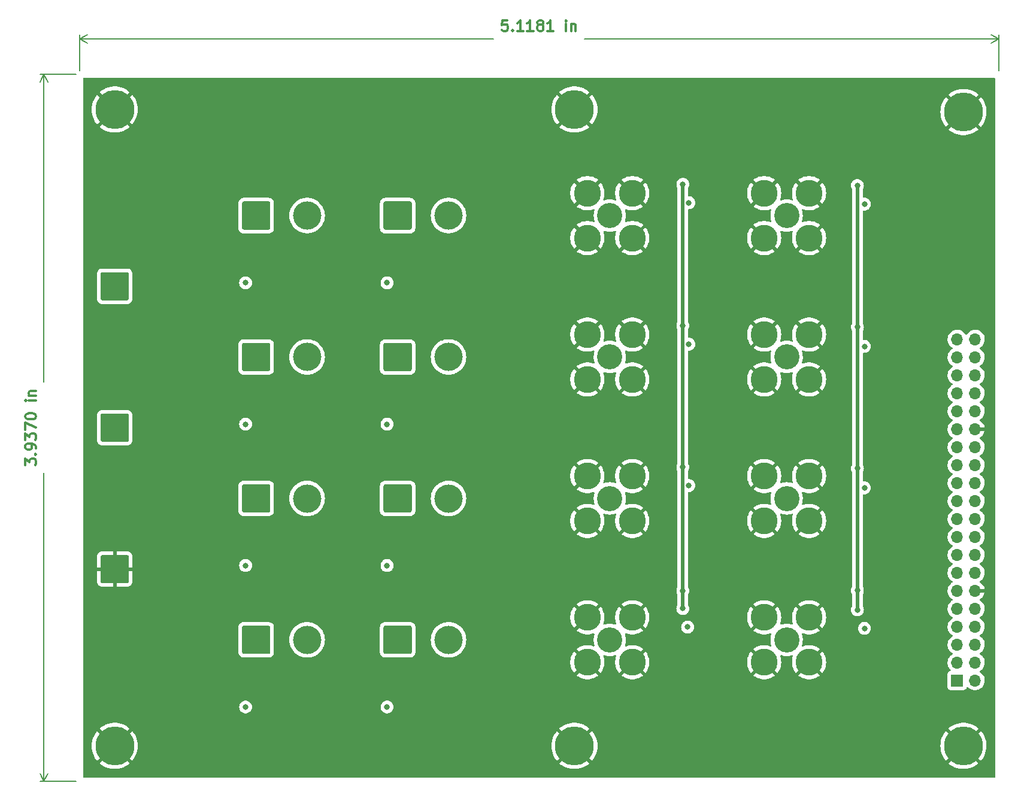
<source format=gbr>
G04 #@! TF.GenerationSoftware,KiCad,Pcbnew,6.0.0-d3dd2cf0fa~116~ubuntu21.10.1*
G04 #@! TF.CreationDate,2022-01-19T11:25:05+00:00*
G04 #@! TF.ProjectId,latbox_cycloneV,6c617462-6f78-45f6-9379-636c6f6e6556,rev?*
G04 #@! TF.SameCoordinates,Original*
G04 #@! TF.FileFunction,Copper,L4,Bot*
G04 #@! TF.FilePolarity,Positive*
%FSLAX46Y46*%
G04 Gerber Fmt 4.6, Leading zero omitted, Abs format (unit mm)*
G04 Created by KiCad (PCBNEW 6.0.0-d3dd2cf0fa~116~ubuntu21.10.1) date 2022-01-19 11:25:05*
%MOMM*%
%LPD*%
G01*
G04 APERTURE LIST*
%ADD10C,0.300000*%
G04 #@! TA.AperFunction,NonConductor*
%ADD11C,0.300000*%
G04 #@! TD*
G04 #@! TA.AperFunction,NonConductor*
%ADD12C,0.200000*%
G04 #@! TD*
G04 #@! TA.AperFunction,ComponentPad*
%ADD13C,5.500000*%
G04 #@! TD*
G04 #@! TA.AperFunction,ComponentPad*
%ADD14C,4.000000*%
G04 #@! TD*
G04 #@! TA.AperFunction,ComponentPad*
%ADD15C,3.556000*%
G04 #@! TD*
G04 #@! TA.AperFunction,ComponentPad*
%ADD16C,3.810000*%
G04 #@! TD*
G04 #@! TA.AperFunction,ComponentPad*
%ADD17R,1.700000X1.700000*%
G04 #@! TD*
G04 #@! TA.AperFunction,ComponentPad*
%ADD18O,1.700000X1.700000*%
G04 #@! TD*
G04 #@! TA.AperFunction,ViaPad*
%ADD19C,0.800000*%
G04 #@! TD*
G04 #@! TA.AperFunction,Conductor*
%ADD20C,0.500000*%
G04 #@! TD*
G04 APERTURE END LIST*
D10*
D11*
X110535714Y-42378571D02*
X109821428Y-42378571D01*
X109750000Y-43092857D01*
X109821428Y-43021428D01*
X109964285Y-42950000D01*
X110321428Y-42950000D01*
X110464285Y-43021428D01*
X110535714Y-43092857D01*
X110607142Y-43235714D01*
X110607142Y-43592857D01*
X110535714Y-43735714D01*
X110464285Y-43807142D01*
X110321428Y-43878571D01*
X109964285Y-43878571D01*
X109821428Y-43807142D01*
X109750000Y-43735714D01*
X111250000Y-43735714D02*
X111321428Y-43807142D01*
X111250000Y-43878571D01*
X111178571Y-43807142D01*
X111250000Y-43735714D01*
X111250000Y-43878571D01*
X112750000Y-43878571D02*
X111892857Y-43878571D01*
X112321428Y-43878571D02*
X112321428Y-42378571D01*
X112178571Y-42592857D01*
X112035714Y-42735714D01*
X111892857Y-42807142D01*
X114178571Y-43878571D02*
X113321428Y-43878571D01*
X113750000Y-43878571D02*
X113750000Y-42378571D01*
X113607142Y-42592857D01*
X113464285Y-42735714D01*
X113321428Y-42807142D01*
X115035714Y-43021428D02*
X114892857Y-42950000D01*
X114821428Y-42878571D01*
X114750000Y-42735714D01*
X114750000Y-42664285D01*
X114821428Y-42521428D01*
X114892857Y-42450000D01*
X115035714Y-42378571D01*
X115321428Y-42378571D01*
X115464285Y-42450000D01*
X115535714Y-42521428D01*
X115607142Y-42664285D01*
X115607142Y-42735714D01*
X115535714Y-42878571D01*
X115464285Y-42950000D01*
X115321428Y-43021428D01*
X115035714Y-43021428D01*
X114892857Y-43092857D01*
X114821428Y-43164285D01*
X114750000Y-43307142D01*
X114750000Y-43592857D01*
X114821428Y-43735714D01*
X114892857Y-43807142D01*
X115035714Y-43878571D01*
X115321428Y-43878571D01*
X115464285Y-43807142D01*
X115535714Y-43735714D01*
X115607142Y-43592857D01*
X115607142Y-43307142D01*
X115535714Y-43164285D01*
X115464285Y-43092857D01*
X115321428Y-43021428D01*
X117035714Y-43878571D02*
X116178571Y-43878571D01*
X116607142Y-43878571D02*
X116607142Y-42378571D01*
X116464285Y-42592857D01*
X116321428Y-42735714D01*
X116178571Y-42807142D01*
X118821428Y-43878571D02*
X118821428Y-42878571D01*
X118821428Y-42378571D02*
X118750000Y-42450000D01*
X118821428Y-42521428D01*
X118892857Y-42450000D01*
X118821428Y-42378571D01*
X118821428Y-42521428D01*
X119535714Y-42878571D02*
X119535714Y-43878571D01*
X119535714Y-43021428D02*
X119607142Y-42950000D01*
X119750000Y-42878571D01*
X119964285Y-42878571D01*
X120107142Y-42950000D01*
X120178571Y-43092857D01*
X120178571Y-43878571D01*
D12*
X50000000Y-49500000D02*
X50000000Y-44413580D01*
X180000000Y-49500000D02*
X180000000Y-44413580D01*
X50000000Y-45000000D02*
X108564286Y-45000000D01*
X121435715Y-45000000D02*
X180000000Y-45000000D01*
X50000000Y-45000000D02*
X51126504Y-45586421D01*
X50000000Y-45000000D02*
X51126504Y-44413579D01*
X180000000Y-45000000D02*
X178873496Y-44413579D01*
X180000000Y-45000000D02*
X178873496Y-45586421D01*
D10*
D11*
X42378571Y-105321428D02*
X42378571Y-104392857D01*
X42950000Y-104892857D01*
X42950000Y-104678571D01*
X43021428Y-104535714D01*
X43092857Y-104464285D01*
X43235714Y-104392857D01*
X43592857Y-104392857D01*
X43735714Y-104464285D01*
X43807142Y-104535714D01*
X43878571Y-104678571D01*
X43878571Y-105107142D01*
X43807142Y-105250000D01*
X43735714Y-105321428D01*
X43735714Y-103750000D02*
X43807142Y-103678571D01*
X43878571Y-103750000D01*
X43807142Y-103821428D01*
X43735714Y-103750000D01*
X43878571Y-103750000D01*
X43878571Y-102964285D02*
X43878571Y-102678571D01*
X43807142Y-102535714D01*
X43735714Y-102464285D01*
X43521428Y-102321428D01*
X43235714Y-102250000D01*
X42664285Y-102250000D01*
X42521428Y-102321428D01*
X42450000Y-102392857D01*
X42378571Y-102535714D01*
X42378571Y-102821428D01*
X42450000Y-102964285D01*
X42521428Y-103035714D01*
X42664285Y-103107142D01*
X43021428Y-103107142D01*
X43164285Y-103035714D01*
X43235714Y-102964285D01*
X43307142Y-102821428D01*
X43307142Y-102535714D01*
X43235714Y-102392857D01*
X43164285Y-102321428D01*
X43021428Y-102250000D01*
X42378571Y-101750000D02*
X42378571Y-100821428D01*
X42950000Y-101321428D01*
X42950000Y-101107142D01*
X43021428Y-100964285D01*
X43092857Y-100892857D01*
X43235714Y-100821428D01*
X43592857Y-100821428D01*
X43735714Y-100892857D01*
X43807142Y-100964285D01*
X43878571Y-101107142D01*
X43878571Y-101535714D01*
X43807142Y-101678571D01*
X43735714Y-101750000D01*
X42378571Y-100321428D02*
X42378571Y-99321428D01*
X43878571Y-99964285D01*
X42378571Y-98464285D02*
X42378571Y-98321428D01*
X42450000Y-98178571D01*
X42521428Y-98107142D01*
X42664285Y-98035714D01*
X42950000Y-97964285D01*
X43307142Y-97964285D01*
X43592857Y-98035714D01*
X43735714Y-98107142D01*
X43807142Y-98178571D01*
X43878571Y-98321428D01*
X43878571Y-98464285D01*
X43807142Y-98607142D01*
X43735714Y-98678571D01*
X43592857Y-98750000D01*
X43307142Y-98821428D01*
X42950000Y-98821428D01*
X42664285Y-98750000D01*
X42521428Y-98678571D01*
X42450000Y-98607142D01*
X42378571Y-98464285D01*
X43878571Y-96178571D02*
X42878571Y-96178571D01*
X42378571Y-96178571D02*
X42450000Y-96250000D01*
X42521428Y-96178571D01*
X42450000Y-96107142D01*
X42378571Y-96178571D01*
X42521428Y-96178571D01*
X42878571Y-95464285D02*
X43878571Y-95464285D01*
X43021428Y-95464285D02*
X42950000Y-95392857D01*
X42878571Y-95250000D01*
X42878571Y-95035714D01*
X42950000Y-94892857D01*
X43092857Y-94821428D01*
X43878571Y-94821428D01*
D12*
X49500000Y-150000000D02*
X44413580Y-150000000D01*
X49500000Y-50000000D02*
X44413580Y-50000000D01*
X45000000Y-150000000D02*
X45000000Y-106435714D01*
X45000000Y-93564285D02*
X45000000Y-50000000D01*
X45000000Y-150000000D02*
X45586421Y-148873496D01*
X45000000Y-150000000D02*
X44413579Y-148873496D01*
X45000000Y-50000000D02*
X44413579Y-51126504D01*
X45000000Y-50000000D02*
X45586421Y-51126504D01*
D13*
X55000000Y-55000000D03*
G04 #@! TA.AperFunction,ComponentPad*
G36*
G01*
X93000000Y-111750000D02*
X93000000Y-108250000D01*
G75*
G02*
X93250000Y-108000000I250000J0D01*
G01*
X96750000Y-108000000D01*
G75*
G02*
X97000000Y-108250000I0J-250000D01*
G01*
X97000000Y-111750000D01*
G75*
G02*
X96750000Y-112000000I-250000J0D01*
G01*
X93250000Y-112000000D01*
G75*
G02*
X93000000Y-111750000I0J250000D01*
G01*
G37*
G04 #@! TD.AperFunction*
D14*
X102200000Y-110000000D03*
G04 #@! TA.AperFunction,ComponentPad*
G36*
G01*
X93000000Y-71750000D02*
X93000000Y-68250000D01*
G75*
G02*
X93250000Y-68000000I250000J0D01*
G01*
X96750000Y-68000000D01*
G75*
G02*
X97000000Y-68250000I0J-250000D01*
G01*
X97000000Y-71750000D01*
G75*
G02*
X96750000Y-72000000I-250000J0D01*
G01*
X93250000Y-72000000D01*
G75*
G02*
X93000000Y-71750000I0J250000D01*
G01*
G37*
G04 #@! TD.AperFunction*
X102200000Y-70000000D03*
G04 #@! TA.AperFunction,ComponentPad*
G36*
G01*
X73000000Y-131750000D02*
X73000000Y-128250000D01*
G75*
G02*
X73250000Y-128000000I250000J0D01*
G01*
X76750000Y-128000000D01*
G75*
G02*
X77000000Y-128250000I0J-250000D01*
G01*
X77000000Y-131750000D01*
G75*
G02*
X76750000Y-132000000I-250000J0D01*
G01*
X73250000Y-132000000D01*
G75*
G02*
X73000000Y-131750000I0J250000D01*
G01*
G37*
G04 #@! TD.AperFunction*
X82200000Y-130000000D03*
G04 #@! TA.AperFunction,ComponentPad*
G36*
G01*
X93000000Y-131750000D02*
X93000000Y-128250000D01*
G75*
G02*
X93250000Y-128000000I250000J0D01*
G01*
X96750000Y-128000000D01*
G75*
G02*
X97000000Y-128250000I0J-250000D01*
G01*
X97000000Y-131750000D01*
G75*
G02*
X96750000Y-132000000I-250000J0D01*
G01*
X93250000Y-132000000D01*
G75*
G02*
X93000000Y-131750000I0J250000D01*
G01*
G37*
G04 #@! TD.AperFunction*
X102200000Y-130000000D03*
G04 #@! TA.AperFunction,ComponentPad*
G36*
G01*
X53000000Y-81750000D02*
X53000000Y-78250000D01*
G75*
G02*
X53250000Y-78000000I250000J0D01*
G01*
X56750000Y-78000000D01*
G75*
G02*
X57000000Y-78250000I0J-250000D01*
G01*
X57000000Y-81750000D01*
G75*
G02*
X56750000Y-82000000I-250000J0D01*
G01*
X53250000Y-82000000D01*
G75*
G02*
X53000000Y-81750000I0J250000D01*
G01*
G37*
G04 #@! TD.AperFunction*
D15*
X125000000Y-130000000D03*
D16*
X121825000Y-133175000D03*
X121825000Y-126825000D03*
X128175000Y-133175000D03*
X128175000Y-126825000D03*
D15*
X150000000Y-130000000D03*
D16*
X153175000Y-126825000D03*
X153175000Y-133175000D03*
X146825000Y-126825000D03*
X146825000Y-133175000D03*
G04 #@! TA.AperFunction,ComponentPad*
G36*
G01*
X73000000Y-71750000D02*
X73000000Y-68250000D01*
G75*
G02*
X73250000Y-68000000I250000J0D01*
G01*
X76750000Y-68000000D01*
G75*
G02*
X77000000Y-68250000I0J-250000D01*
G01*
X77000000Y-71750000D01*
G75*
G02*
X76750000Y-72000000I-250000J0D01*
G01*
X73250000Y-72000000D01*
G75*
G02*
X73000000Y-71750000I0J250000D01*
G01*
G37*
G04 #@! TD.AperFunction*
D14*
X82200000Y-70000000D03*
G04 #@! TA.AperFunction,ComponentPad*
G36*
G01*
X73000000Y-111750000D02*
X73000000Y-108250000D01*
G75*
G02*
X73250000Y-108000000I250000J0D01*
G01*
X76750000Y-108000000D01*
G75*
G02*
X77000000Y-108250000I0J-250000D01*
G01*
X77000000Y-111750000D01*
G75*
G02*
X76750000Y-112000000I-250000J0D01*
G01*
X73250000Y-112000000D01*
G75*
G02*
X73000000Y-111750000I0J250000D01*
G01*
G37*
G04 #@! TD.AperFunction*
X82200000Y-110000000D03*
D13*
X175000000Y-55350000D03*
D15*
X125000000Y-70000000D03*
D16*
X121825000Y-73175000D03*
X121825000Y-66825000D03*
X128175000Y-73175000D03*
X128175000Y-66825000D03*
G04 #@! TA.AperFunction,ComponentPad*
G36*
G01*
X73000000Y-91750000D02*
X73000000Y-88250000D01*
G75*
G02*
X73250000Y-88000000I250000J0D01*
G01*
X76750000Y-88000000D01*
G75*
G02*
X77000000Y-88250000I0J-250000D01*
G01*
X77000000Y-91750000D01*
G75*
G02*
X76750000Y-92000000I-250000J0D01*
G01*
X73250000Y-92000000D01*
G75*
G02*
X73000000Y-91750000I0J250000D01*
G01*
G37*
G04 #@! TD.AperFunction*
D14*
X82200000Y-90000000D03*
G04 #@! TA.AperFunction,ComponentPad*
G36*
G01*
X53000000Y-101750000D02*
X53000000Y-98250000D01*
G75*
G02*
X53250000Y-98000000I250000J0D01*
G01*
X56750000Y-98000000D01*
G75*
G02*
X57000000Y-98250000I0J-250000D01*
G01*
X57000000Y-101750000D01*
G75*
G02*
X56750000Y-102000000I-250000J0D01*
G01*
X53250000Y-102000000D01*
G75*
G02*
X53000000Y-101750000I0J250000D01*
G01*
G37*
G04 #@! TD.AperFunction*
D15*
X150000000Y-90000000D03*
D16*
X146825000Y-93175000D03*
X153175000Y-93175000D03*
X153175000Y-86825000D03*
X146825000Y-86825000D03*
D17*
X174110000Y-135750000D03*
D18*
X176650000Y-135750000D03*
X174110000Y-133210000D03*
X176650000Y-133210000D03*
X174110000Y-130670000D03*
X176650000Y-130670000D03*
X174110000Y-128130000D03*
X176650000Y-128130000D03*
X174110000Y-125590000D03*
X176650000Y-125590000D03*
X174110000Y-123050000D03*
X176650000Y-123050000D03*
X174110000Y-120510000D03*
X176650000Y-120510000D03*
X174110000Y-117970000D03*
X176650000Y-117970000D03*
X174110000Y-115430000D03*
X176650000Y-115430000D03*
X174110000Y-112890000D03*
X176650000Y-112890000D03*
X174110000Y-110350000D03*
X176650000Y-110350000D03*
X174110000Y-107810000D03*
X176650000Y-107810000D03*
X174110000Y-105270000D03*
X176650000Y-105270000D03*
X174110000Y-102730000D03*
X176650000Y-102730000D03*
X174110000Y-100190000D03*
X176650000Y-100190000D03*
X174110000Y-97650000D03*
X176650000Y-97650000D03*
X174110000Y-95110000D03*
X176650000Y-95110000D03*
X174110000Y-92570000D03*
X176650000Y-92570000D03*
X174110000Y-90030000D03*
X176650000Y-90030000D03*
X174110000Y-87490000D03*
X176650000Y-87490000D03*
D13*
X175000000Y-145000000D03*
X120000000Y-145000000D03*
G04 #@! TA.AperFunction,ComponentPad*
G36*
G01*
X93000000Y-91750000D02*
X93000000Y-88250000D01*
G75*
G02*
X93250000Y-88000000I250000J0D01*
G01*
X96750000Y-88000000D01*
G75*
G02*
X97000000Y-88250000I0J-250000D01*
G01*
X97000000Y-91750000D01*
G75*
G02*
X96750000Y-92000000I-250000J0D01*
G01*
X93250000Y-92000000D01*
G75*
G02*
X93000000Y-91750000I0J250000D01*
G01*
G37*
G04 #@! TD.AperFunction*
D14*
X102200000Y-90000000D03*
D15*
X125000000Y-90000000D03*
D16*
X128175000Y-86825000D03*
X121825000Y-93175000D03*
X128175000Y-93175000D03*
X121825000Y-86825000D03*
D15*
X125000000Y-110000000D03*
D16*
X128175000Y-113175000D03*
X128175000Y-106825000D03*
X121825000Y-113175000D03*
X121825000Y-106825000D03*
D15*
X150000000Y-70000000D03*
D16*
X153175000Y-73175000D03*
X146825000Y-73175000D03*
X146825000Y-66825000D03*
X153175000Y-66825000D03*
D15*
X150000000Y-110000000D03*
D16*
X146825000Y-113175000D03*
X153175000Y-113175000D03*
X153175000Y-106825000D03*
X146825000Y-106825000D03*
D13*
X120000000Y-55000000D03*
G04 #@! TA.AperFunction,ComponentPad*
G36*
G01*
X53000000Y-121750000D02*
X53000000Y-118250000D01*
G75*
G02*
X53250000Y-118000000I250000J0D01*
G01*
X56750000Y-118000000D01*
G75*
G02*
X57000000Y-118250000I0J-250000D01*
G01*
X57000000Y-121750000D01*
G75*
G02*
X56750000Y-122000000I-250000J0D01*
G01*
X53250000Y-122000000D01*
G75*
G02*
X53000000Y-121750000I0J250000D01*
G01*
G37*
G04 #@! TD.AperFunction*
X55000000Y-145000000D03*
D19*
X160000000Y-123000000D03*
X160000000Y-65750000D03*
X135325000Y-105575000D03*
X135325000Y-125575000D03*
X135325000Y-123075000D03*
X135325000Y-65575000D03*
X160000000Y-85750000D03*
X135325000Y-85575000D03*
X160000000Y-125750000D03*
X160000000Y-105750000D03*
X161000000Y-68375011D03*
X161000000Y-88500000D03*
X136174500Y-108184500D03*
X136000000Y-128184500D03*
X93500000Y-139500000D03*
X73500000Y-139500000D03*
X93500000Y-119500000D03*
X73500000Y-119500000D03*
X93500000Y-99500000D03*
X73500000Y-99500000D03*
X93500000Y-79500000D03*
X73500000Y-79500000D03*
X136174500Y-68184500D03*
X136174500Y-88184500D03*
X161000000Y-108500000D03*
X161000000Y-128375011D03*
D20*
X160000000Y-123000000D02*
X160000000Y-105750000D01*
X160000000Y-125750000D02*
X160000000Y-123000000D01*
X135325000Y-125575000D02*
X135325000Y-123075000D01*
X135325000Y-105575000D02*
X135325000Y-85575000D01*
X160000000Y-85750000D02*
X160000000Y-65750000D01*
X160000000Y-105750000D02*
X160000000Y-85750000D01*
X135325000Y-85575000D02*
X135325000Y-65575000D01*
X135325000Y-123075000D02*
X135325000Y-105575000D01*
G04 #@! TA.AperFunction,Conductor*
G36*
X179434121Y-50528002D02*
G01*
X179480614Y-50581658D01*
X179492000Y-50634000D01*
X179492000Y-149366000D01*
X179471998Y-149434121D01*
X179418342Y-149480614D01*
X179366000Y-149492000D01*
X50634000Y-149492000D01*
X50565879Y-149471998D01*
X50519386Y-149418342D01*
X50508000Y-149366000D01*
X50508000Y-147479389D01*
X52885541Y-147479389D01*
X52893678Y-147490395D01*
X53153938Y-147690099D01*
X53159537Y-147693933D01*
X53455261Y-147873736D01*
X53461251Y-147876948D01*
X53774657Y-148023758D01*
X53780961Y-148026305D01*
X54108384Y-148138406D01*
X54114935Y-148140260D01*
X54452539Y-148216342D01*
X54459258Y-148217479D01*
X54803113Y-148256657D01*
X54809903Y-148257060D01*
X55155973Y-148258872D01*
X55162774Y-148258540D01*
X55507020Y-148222966D01*
X55513748Y-148221900D01*
X55852144Y-148149353D01*
X55858693Y-148147574D01*
X56187278Y-148038905D01*
X56193620Y-148036419D01*
X56508523Y-147892910D01*
X56514577Y-147889745D01*
X56812128Y-147713073D01*
X56817809Y-147709270D01*
X57094547Y-147501489D01*
X57099771Y-147497105D01*
X57106238Y-147491053D01*
X57113118Y-147479389D01*
X117885541Y-147479389D01*
X117893678Y-147490395D01*
X118153938Y-147690099D01*
X118159537Y-147693933D01*
X118455261Y-147873736D01*
X118461251Y-147876948D01*
X118774657Y-148023758D01*
X118780961Y-148026305D01*
X119108384Y-148138406D01*
X119114935Y-148140260D01*
X119452539Y-148216342D01*
X119459258Y-148217479D01*
X119803113Y-148256657D01*
X119809903Y-148257060D01*
X120155973Y-148258872D01*
X120162774Y-148258540D01*
X120507020Y-148222966D01*
X120513748Y-148221900D01*
X120852144Y-148149353D01*
X120858693Y-148147574D01*
X121187278Y-148038905D01*
X121193620Y-148036419D01*
X121508523Y-147892910D01*
X121514577Y-147889745D01*
X121812128Y-147713073D01*
X121817809Y-147709270D01*
X122094547Y-147501489D01*
X122099771Y-147497105D01*
X122106238Y-147491053D01*
X122113118Y-147479389D01*
X172885541Y-147479389D01*
X172893678Y-147490395D01*
X173153938Y-147690099D01*
X173159537Y-147693933D01*
X173455261Y-147873736D01*
X173461251Y-147876948D01*
X173774657Y-148023758D01*
X173780961Y-148026305D01*
X174108384Y-148138406D01*
X174114935Y-148140260D01*
X174452539Y-148216342D01*
X174459258Y-148217479D01*
X174803113Y-148256657D01*
X174809903Y-148257060D01*
X175155973Y-148258872D01*
X175162774Y-148258540D01*
X175507020Y-148222966D01*
X175513748Y-148221900D01*
X175852144Y-148149353D01*
X175858693Y-148147574D01*
X176187278Y-148038905D01*
X176193620Y-148036419D01*
X176508523Y-147892910D01*
X176514577Y-147889745D01*
X176812128Y-147713073D01*
X176817809Y-147709270D01*
X177094547Y-147501489D01*
X177099771Y-147497105D01*
X177106238Y-147491053D01*
X177114307Y-147477373D01*
X177114280Y-147476649D01*
X177109136Y-147468346D01*
X175012812Y-145372022D01*
X174998868Y-145364408D01*
X174997035Y-145364539D01*
X174990420Y-145368790D01*
X172892422Y-147466788D01*
X172885541Y-147479389D01*
X122113118Y-147479389D01*
X122114307Y-147477373D01*
X122114280Y-147476649D01*
X122109136Y-147468346D01*
X120012812Y-145372022D01*
X119998868Y-145364408D01*
X119997035Y-145364539D01*
X119990420Y-145368790D01*
X117892422Y-147466788D01*
X117885541Y-147479389D01*
X57113118Y-147479389D01*
X57114307Y-147477373D01*
X57114280Y-147476649D01*
X57109136Y-147468346D01*
X55012812Y-145372022D01*
X54998868Y-145364408D01*
X54997035Y-145364539D01*
X54990420Y-145368790D01*
X52892422Y-147466788D01*
X52885541Y-147479389D01*
X50508000Y-147479389D01*
X50508000Y-144992007D01*
X51737407Y-144992007D01*
X51754917Y-145337659D01*
X51755627Y-145344415D01*
X51810363Y-145686141D01*
X51811802Y-145692796D01*
X51903122Y-146026604D01*
X51905271Y-146033065D01*
X52032110Y-146355067D01*
X52034941Y-146361250D01*
X52195815Y-146667670D01*
X52199298Y-146673513D01*
X52392321Y-146960761D01*
X52396424Y-146966205D01*
X52511911Y-147103351D01*
X52524650Y-147111794D01*
X52535094Y-147105696D01*
X54627978Y-145012812D01*
X54634356Y-145001132D01*
X55364408Y-145001132D01*
X55364539Y-145002965D01*
X55368790Y-145009580D01*
X57463553Y-147104343D01*
X57477150Y-147111768D01*
X57486761Y-147105068D01*
X57582845Y-146993360D01*
X57587003Y-146987960D01*
X57783023Y-146702751D01*
X57786570Y-146696940D01*
X57950634Y-146392238D01*
X57953541Y-146386060D01*
X58083744Y-146065411D01*
X58085958Y-146058981D01*
X58180769Y-145726143D01*
X58182276Y-145719513D01*
X58240590Y-145378362D01*
X58241370Y-145371622D01*
X58262595Y-145024576D01*
X58262711Y-145020973D01*
X58262779Y-145001819D01*
X58262687Y-144998194D01*
X58262352Y-144992007D01*
X116737407Y-144992007D01*
X116754917Y-145337659D01*
X116755627Y-145344415D01*
X116810363Y-145686141D01*
X116811802Y-145692796D01*
X116903122Y-146026604D01*
X116905271Y-146033065D01*
X117032110Y-146355067D01*
X117034941Y-146361250D01*
X117195815Y-146667670D01*
X117199298Y-146673513D01*
X117392321Y-146960761D01*
X117396424Y-146966205D01*
X117511911Y-147103351D01*
X117524650Y-147111794D01*
X117535094Y-147105696D01*
X119627978Y-145012812D01*
X119634356Y-145001132D01*
X120364408Y-145001132D01*
X120364539Y-145002965D01*
X120368790Y-145009580D01*
X122463553Y-147104343D01*
X122477150Y-147111768D01*
X122486761Y-147105068D01*
X122582845Y-146993360D01*
X122587003Y-146987960D01*
X122783023Y-146702751D01*
X122786570Y-146696940D01*
X122950634Y-146392238D01*
X122953541Y-146386060D01*
X123083744Y-146065411D01*
X123085958Y-146058981D01*
X123180769Y-145726143D01*
X123182276Y-145719513D01*
X123240590Y-145378362D01*
X123241370Y-145371622D01*
X123262595Y-145024576D01*
X123262711Y-145020973D01*
X123262779Y-145001819D01*
X123262687Y-144998194D01*
X123262352Y-144992007D01*
X171737407Y-144992007D01*
X171754917Y-145337659D01*
X171755627Y-145344415D01*
X171810363Y-145686141D01*
X171811802Y-145692796D01*
X171903122Y-146026604D01*
X171905271Y-146033065D01*
X172032110Y-146355067D01*
X172034941Y-146361250D01*
X172195815Y-146667670D01*
X172199298Y-146673513D01*
X172392321Y-146960761D01*
X172396424Y-146966205D01*
X172511911Y-147103351D01*
X172524650Y-147111794D01*
X172535094Y-147105696D01*
X174627978Y-145012812D01*
X174634356Y-145001132D01*
X175364408Y-145001132D01*
X175364539Y-145002965D01*
X175368790Y-145009580D01*
X177463553Y-147104343D01*
X177477150Y-147111768D01*
X177486761Y-147105068D01*
X177582845Y-146993360D01*
X177587003Y-146987960D01*
X177783023Y-146702751D01*
X177786570Y-146696940D01*
X177950634Y-146392238D01*
X177953541Y-146386060D01*
X178083744Y-146065411D01*
X178085958Y-146058981D01*
X178180769Y-145726143D01*
X178182276Y-145719513D01*
X178240590Y-145378362D01*
X178241370Y-145371622D01*
X178262595Y-145024576D01*
X178262711Y-145020973D01*
X178262779Y-145001819D01*
X178262687Y-144998194D01*
X178243885Y-144651023D01*
X178243150Y-144644257D01*
X178187224Y-144302738D01*
X178185757Y-144296066D01*
X178093278Y-143962597D01*
X178091104Y-143956134D01*
X177963143Y-143634583D01*
X177960290Y-143628409D01*
X177798343Y-143322545D01*
X177794849Y-143316728D01*
X177600813Y-143030140D01*
X177596699Y-143024721D01*
X177488090Y-142896653D01*
X177475265Y-142888217D01*
X177464940Y-142894270D01*
X175372022Y-144987188D01*
X175364408Y-145001132D01*
X174634356Y-145001132D01*
X174635592Y-144998868D01*
X174635461Y-144997035D01*
X174631210Y-144990420D01*
X172536457Y-142895667D01*
X172522920Y-142888275D01*
X172513219Y-142895063D01*
X172410220Y-143015659D01*
X172406066Y-143021092D01*
X172211056Y-143306965D01*
X172207521Y-143312802D01*
X172044518Y-143618080D01*
X172041642Y-143624249D01*
X171912558Y-143945355D01*
X171910365Y-143951795D01*
X171816714Y-144284968D01*
X171815231Y-144291603D01*
X171758112Y-144632936D01*
X171757353Y-144639708D01*
X171737431Y-144985212D01*
X171737407Y-144992007D01*
X123262352Y-144992007D01*
X123243885Y-144651023D01*
X123243150Y-144644257D01*
X123187224Y-144302738D01*
X123185757Y-144296066D01*
X123093278Y-143962597D01*
X123091104Y-143956134D01*
X122963143Y-143634583D01*
X122960290Y-143628409D01*
X122798343Y-143322545D01*
X122794849Y-143316728D01*
X122600813Y-143030140D01*
X122596699Y-143024721D01*
X122488090Y-142896653D01*
X122475265Y-142888217D01*
X122464940Y-142894270D01*
X120372022Y-144987188D01*
X120364408Y-145001132D01*
X119634356Y-145001132D01*
X119635592Y-144998868D01*
X119635461Y-144997035D01*
X119631210Y-144990420D01*
X117536457Y-142895667D01*
X117522920Y-142888275D01*
X117513219Y-142895063D01*
X117410220Y-143015659D01*
X117406066Y-143021092D01*
X117211056Y-143306965D01*
X117207521Y-143312802D01*
X117044518Y-143618080D01*
X117041642Y-143624249D01*
X116912558Y-143945355D01*
X116910365Y-143951795D01*
X116816714Y-144284968D01*
X116815231Y-144291603D01*
X116758112Y-144632936D01*
X116757353Y-144639708D01*
X116737431Y-144985212D01*
X116737407Y-144992007D01*
X58262352Y-144992007D01*
X58243885Y-144651023D01*
X58243150Y-144644257D01*
X58187224Y-144302738D01*
X58185757Y-144296066D01*
X58093278Y-143962597D01*
X58091104Y-143956134D01*
X57963143Y-143634583D01*
X57960290Y-143628409D01*
X57798343Y-143322545D01*
X57794849Y-143316728D01*
X57600813Y-143030140D01*
X57596699Y-143024721D01*
X57488090Y-142896653D01*
X57475265Y-142888217D01*
X57464940Y-142894270D01*
X55372022Y-144987188D01*
X55364408Y-145001132D01*
X54634356Y-145001132D01*
X54635592Y-144998868D01*
X54635461Y-144997035D01*
X54631210Y-144990420D01*
X52536457Y-142895667D01*
X52522920Y-142888275D01*
X52513219Y-142895063D01*
X52410220Y-143015659D01*
X52406066Y-143021092D01*
X52211056Y-143306965D01*
X52207521Y-143312802D01*
X52044518Y-143618080D01*
X52041642Y-143624249D01*
X51912558Y-143945355D01*
X51910365Y-143951795D01*
X51816714Y-144284968D01*
X51815231Y-144291603D01*
X51758112Y-144632936D01*
X51757353Y-144639708D01*
X51737431Y-144985212D01*
X51737407Y-144992007D01*
X50508000Y-144992007D01*
X50508000Y-142522234D01*
X52885322Y-142522234D01*
X52885357Y-142523075D01*
X52890410Y-142531200D01*
X54987188Y-144627978D01*
X55001132Y-144635592D01*
X55002965Y-144635461D01*
X55009580Y-144631210D01*
X57107431Y-142533359D01*
X57113506Y-142522234D01*
X117885322Y-142522234D01*
X117885357Y-142523075D01*
X117890410Y-142531200D01*
X119987188Y-144627978D01*
X120001132Y-144635592D01*
X120002965Y-144635461D01*
X120009580Y-144631210D01*
X122107431Y-142533359D01*
X122113506Y-142522234D01*
X172885322Y-142522234D01*
X172885357Y-142523075D01*
X172890410Y-142531200D01*
X174987188Y-144627978D01*
X175001132Y-144635592D01*
X175002965Y-144635461D01*
X175009580Y-144631210D01*
X177107431Y-142533359D01*
X177115045Y-142519415D01*
X177114977Y-142518460D01*
X177111024Y-142512482D01*
X176836667Y-142303479D01*
X176831041Y-142299655D01*
X176534706Y-142120894D01*
X176528694Y-142117697D01*
X176214774Y-141971980D01*
X176208474Y-141969460D01*
X175880664Y-141858503D01*
X175874086Y-141856667D01*
X175536237Y-141781768D01*
X175529499Y-141780652D01*
X175185515Y-141742675D01*
X175178735Y-141742296D01*
X174832636Y-141741693D01*
X174825863Y-141742048D01*
X174481726Y-141778825D01*
X174475016Y-141779912D01*
X174136883Y-141853637D01*
X174130308Y-141855448D01*
X173802117Y-141965259D01*
X173795795Y-141967762D01*
X173481388Y-142112373D01*
X173475345Y-142115559D01*
X173178402Y-142293276D01*
X173172756Y-142297085D01*
X172896726Y-142505844D01*
X172893140Y-142508875D01*
X172885322Y-142522234D01*
X122113506Y-142522234D01*
X122115045Y-142519415D01*
X122114977Y-142518460D01*
X122111024Y-142512482D01*
X121836667Y-142303479D01*
X121831041Y-142299655D01*
X121534706Y-142120894D01*
X121528694Y-142117697D01*
X121214774Y-141971980D01*
X121208474Y-141969460D01*
X120880664Y-141858503D01*
X120874086Y-141856667D01*
X120536237Y-141781768D01*
X120529499Y-141780652D01*
X120185515Y-141742675D01*
X120178735Y-141742296D01*
X119832636Y-141741693D01*
X119825863Y-141742048D01*
X119481726Y-141778825D01*
X119475016Y-141779912D01*
X119136883Y-141853637D01*
X119130308Y-141855448D01*
X118802117Y-141965259D01*
X118795795Y-141967762D01*
X118481388Y-142112373D01*
X118475345Y-142115559D01*
X118178402Y-142293276D01*
X118172756Y-142297085D01*
X117896726Y-142505844D01*
X117893140Y-142508875D01*
X117885322Y-142522234D01*
X57113506Y-142522234D01*
X57115045Y-142519415D01*
X57114977Y-142518460D01*
X57111024Y-142512482D01*
X56836667Y-142303479D01*
X56831041Y-142299655D01*
X56534706Y-142120894D01*
X56528694Y-142117697D01*
X56214774Y-141971980D01*
X56208474Y-141969460D01*
X55880664Y-141858503D01*
X55874086Y-141856667D01*
X55536237Y-141781768D01*
X55529499Y-141780652D01*
X55185515Y-141742675D01*
X55178735Y-141742296D01*
X54832636Y-141741693D01*
X54825863Y-141742048D01*
X54481726Y-141778825D01*
X54475016Y-141779912D01*
X54136883Y-141853637D01*
X54130308Y-141855448D01*
X53802117Y-141965259D01*
X53795795Y-141967762D01*
X53481388Y-142112373D01*
X53475345Y-142115559D01*
X53178402Y-142293276D01*
X53172756Y-142297085D01*
X52896726Y-142505844D01*
X52893140Y-142508875D01*
X52885322Y-142522234D01*
X50508000Y-142522234D01*
X50508000Y-139500000D01*
X72586898Y-139500000D01*
X72606851Y-139689845D01*
X72665840Y-139871392D01*
X72761285Y-140036708D01*
X72889016Y-140178567D01*
X73043449Y-140290770D01*
X73049477Y-140293454D01*
X73049479Y-140293455D01*
X73211805Y-140365727D01*
X73217836Y-140368412D01*
X73311195Y-140388256D01*
X73398098Y-140406728D01*
X73398102Y-140406728D01*
X73404555Y-140408100D01*
X73595445Y-140408100D01*
X73601898Y-140406728D01*
X73601902Y-140406728D01*
X73688805Y-140388256D01*
X73782164Y-140368412D01*
X73788195Y-140365727D01*
X73950521Y-140293455D01*
X73950523Y-140293454D01*
X73956551Y-140290770D01*
X74110984Y-140178567D01*
X74238715Y-140036708D01*
X74334160Y-139871392D01*
X74393149Y-139689845D01*
X74413102Y-139500000D01*
X92586898Y-139500000D01*
X92606851Y-139689845D01*
X92665840Y-139871392D01*
X92761285Y-140036708D01*
X92889016Y-140178567D01*
X93043449Y-140290770D01*
X93049477Y-140293454D01*
X93049479Y-140293455D01*
X93211805Y-140365727D01*
X93217836Y-140368412D01*
X93311195Y-140388256D01*
X93398098Y-140406728D01*
X93398102Y-140406728D01*
X93404555Y-140408100D01*
X93595445Y-140408100D01*
X93601898Y-140406728D01*
X93601902Y-140406728D01*
X93688805Y-140388256D01*
X93782164Y-140368412D01*
X93788195Y-140365727D01*
X93950521Y-140293455D01*
X93950523Y-140293454D01*
X93956551Y-140290770D01*
X94110984Y-140178567D01*
X94238715Y-140036708D01*
X94334160Y-139871392D01*
X94393149Y-139689845D01*
X94413102Y-139500000D01*
X94393149Y-139310155D01*
X94334160Y-139128608D01*
X94238715Y-138963292D01*
X94110984Y-138821433D01*
X93956551Y-138709230D01*
X93950523Y-138706546D01*
X93950521Y-138706545D01*
X93788195Y-138634273D01*
X93788194Y-138634273D01*
X93782164Y-138631588D01*
X93688805Y-138611744D01*
X93601902Y-138593272D01*
X93601898Y-138593272D01*
X93595445Y-138591900D01*
X93404555Y-138591900D01*
X93398102Y-138593272D01*
X93398098Y-138593272D01*
X93311195Y-138611744D01*
X93217836Y-138631588D01*
X93211806Y-138634273D01*
X93211805Y-138634273D01*
X93049479Y-138706545D01*
X93049477Y-138706546D01*
X93043449Y-138709230D01*
X92889016Y-138821433D01*
X92761285Y-138963292D01*
X92665840Y-139128608D01*
X92606851Y-139310155D01*
X92586898Y-139500000D01*
X74413102Y-139500000D01*
X74393149Y-139310155D01*
X74334160Y-139128608D01*
X74238715Y-138963292D01*
X74110984Y-138821433D01*
X73956551Y-138709230D01*
X73950523Y-138706546D01*
X73950521Y-138706545D01*
X73788195Y-138634273D01*
X73788194Y-138634273D01*
X73782164Y-138631588D01*
X73688805Y-138611744D01*
X73601902Y-138593272D01*
X73601898Y-138593272D01*
X73595445Y-138591900D01*
X73404555Y-138591900D01*
X73398102Y-138593272D01*
X73398098Y-138593272D01*
X73311195Y-138611744D01*
X73217836Y-138631588D01*
X73211806Y-138634273D01*
X73211805Y-138634273D01*
X73049479Y-138706545D01*
X73049477Y-138706546D01*
X73043449Y-138709230D01*
X72889016Y-138821433D01*
X72761285Y-138963292D01*
X72665840Y-139128608D01*
X72606851Y-139310155D01*
X72586898Y-139500000D01*
X50508000Y-139500000D01*
X50508000Y-135052975D01*
X120311733Y-135052975D01*
X120320560Y-135064593D01*
X120526285Y-135214061D01*
X120532966Y-135218301D01*
X120792101Y-135360762D01*
X120799236Y-135364119D01*
X121074185Y-135472979D01*
X121081710Y-135475424D01*
X121368116Y-135548960D01*
X121375887Y-135550443D01*
X121669256Y-135587503D01*
X121677146Y-135588000D01*
X121972854Y-135588000D01*
X121980744Y-135587503D01*
X122274113Y-135550443D01*
X122281884Y-135548960D01*
X122568290Y-135475424D01*
X122575815Y-135472979D01*
X122850764Y-135364119D01*
X122857899Y-135360762D01*
X123117034Y-135218301D01*
X123123715Y-135214061D01*
X123329811Y-135064324D01*
X123338234Y-135053401D01*
X123338005Y-135052975D01*
X126661733Y-135052975D01*
X126670560Y-135064593D01*
X126876285Y-135214061D01*
X126882966Y-135218301D01*
X127142101Y-135360762D01*
X127149236Y-135364119D01*
X127424185Y-135472979D01*
X127431710Y-135475424D01*
X127718116Y-135548960D01*
X127725887Y-135550443D01*
X128019256Y-135587503D01*
X128027146Y-135588000D01*
X128322854Y-135588000D01*
X128330744Y-135587503D01*
X128624113Y-135550443D01*
X128631884Y-135548960D01*
X128918290Y-135475424D01*
X128925815Y-135472979D01*
X129200764Y-135364119D01*
X129207899Y-135360762D01*
X129467034Y-135218301D01*
X129473715Y-135214061D01*
X129679811Y-135064324D01*
X129688234Y-135053401D01*
X129688005Y-135052975D01*
X145311733Y-135052975D01*
X145320560Y-135064593D01*
X145526285Y-135214061D01*
X145532966Y-135218301D01*
X145792101Y-135360762D01*
X145799236Y-135364119D01*
X146074185Y-135472979D01*
X146081710Y-135475424D01*
X146368116Y-135548960D01*
X146375887Y-135550443D01*
X146669256Y-135587503D01*
X146677146Y-135588000D01*
X146972854Y-135588000D01*
X146980744Y-135587503D01*
X147274113Y-135550443D01*
X147281884Y-135548960D01*
X147568290Y-135475424D01*
X147575815Y-135472979D01*
X147850764Y-135364119D01*
X147857899Y-135360762D01*
X148117034Y-135218301D01*
X148123715Y-135214061D01*
X148329811Y-135064324D01*
X148338234Y-135053401D01*
X148338005Y-135052975D01*
X151661733Y-135052975D01*
X151670560Y-135064593D01*
X151876285Y-135214061D01*
X151882966Y-135218301D01*
X152142101Y-135360762D01*
X152149236Y-135364119D01*
X152424185Y-135472979D01*
X152431710Y-135475424D01*
X152718116Y-135548960D01*
X152725887Y-135550443D01*
X153019256Y-135587503D01*
X153027146Y-135588000D01*
X153322854Y-135588000D01*
X153330744Y-135587503D01*
X153624113Y-135550443D01*
X153631884Y-135548960D01*
X153918290Y-135475424D01*
X153925815Y-135472979D01*
X154200764Y-135364119D01*
X154207899Y-135360762D01*
X154467034Y-135218301D01*
X154473715Y-135214061D01*
X154679811Y-135064324D01*
X154688234Y-135053401D01*
X154681330Y-135040540D01*
X153187812Y-133547022D01*
X153173868Y-133539408D01*
X153172035Y-133539539D01*
X153165420Y-133543790D01*
X151668346Y-135040864D01*
X151661733Y-135052975D01*
X148338005Y-135052975D01*
X148331330Y-135040540D01*
X146837812Y-133547022D01*
X146823868Y-133539408D01*
X146822035Y-133539539D01*
X146815420Y-133543790D01*
X145318346Y-135040864D01*
X145311733Y-135052975D01*
X129688005Y-135052975D01*
X129681330Y-135040540D01*
X128187812Y-133547022D01*
X128173868Y-133539408D01*
X128172035Y-133539539D01*
X128165420Y-133543790D01*
X126668346Y-135040864D01*
X126661733Y-135052975D01*
X123338005Y-135052975D01*
X123331330Y-135040540D01*
X121837812Y-133547022D01*
X121823868Y-133539408D01*
X121822035Y-133539539D01*
X121815420Y-133543790D01*
X120318346Y-135040864D01*
X120311733Y-135052975D01*
X50508000Y-135052975D01*
X50508000Y-133178958D01*
X119407478Y-133178958D01*
X119426045Y-133474064D01*
X119427038Y-133481927D01*
X119482444Y-133772374D01*
X119484415Y-133780051D01*
X119575787Y-134061268D01*
X119578702Y-134068631D01*
X119704603Y-134336184D01*
X119708415Y-134343117D01*
X119866856Y-134592780D01*
X119871510Y-134599186D01*
X119936970Y-134678313D01*
X119949489Y-134686769D01*
X119960227Y-134680563D01*
X121452978Y-133187812D01*
X121460592Y-133173868D01*
X121460461Y-133172035D01*
X121456210Y-133165420D01*
X119961330Y-131670540D01*
X119948067Y-131663298D01*
X119937965Y-131670484D01*
X119871510Y-131750814D01*
X119866856Y-131757220D01*
X119708415Y-132006883D01*
X119704603Y-132013816D01*
X119578702Y-132281369D01*
X119575787Y-132288732D01*
X119484415Y-132569949D01*
X119482444Y-132577626D01*
X119427038Y-132868073D01*
X119426045Y-132875936D01*
X119407478Y-133171042D01*
X119407478Y-133178958D01*
X50508000Y-133178958D01*
X50508000Y-128199627D01*
X72491900Y-128199627D01*
X72491901Y-131800372D01*
X72502869Y-131906084D01*
X72558815Y-132073775D01*
X72651837Y-132224098D01*
X72776947Y-132348989D01*
X72927432Y-132441749D01*
X72934380Y-132444054D01*
X72934381Y-132444054D01*
X73088689Y-132495237D01*
X73088691Y-132495238D01*
X73095220Y-132497403D01*
X73199627Y-132508100D01*
X74986116Y-132508100D01*
X76800372Y-132508099D01*
X76803616Y-132507762D01*
X76803624Y-132507762D01*
X76849632Y-132502988D01*
X76906084Y-132497131D01*
X77073775Y-132441185D01*
X77224098Y-132348163D01*
X77348989Y-132223053D01*
X77441749Y-132072568D01*
X77465353Y-132001407D01*
X77495237Y-131911311D01*
X77495238Y-131911309D01*
X77497403Y-131904780D01*
X77508100Y-131800373D01*
X77508099Y-130000000D01*
X79686941Y-130000000D01*
X79706757Y-130314970D01*
X79765893Y-130624972D01*
X79769705Y-130636705D01*
X79846995Y-130874576D01*
X79863417Y-130925119D01*
X79865104Y-130928705D01*
X79865106Y-130928709D01*
X79996102Y-131207089D01*
X79996106Y-131207096D01*
X79997790Y-131210675D01*
X80166893Y-131477139D01*
X80368059Y-131720307D01*
X80598116Y-131936345D01*
X80601318Y-131938672D01*
X80601320Y-131938673D01*
X80622040Y-131953727D01*
X80853436Y-132121846D01*
X80856905Y-132123753D01*
X80856908Y-132123755D01*
X81125974Y-132271675D01*
X81129992Y-132273884D01*
X81167494Y-132288732D01*
X81419739Y-132388603D01*
X81419742Y-132388604D01*
X81423422Y-132390061D01*
X81427256Y-132391045D01*
X81427264Y-132391048D01*
X81607545Y-132437336D01*
X81729100Y-132468546D01*
X81733028Y-132469042D01*
X81733032Y-132469043D01*
X81857214Y-132484730D01*
X82042204Y-132508100D01*
X82357796Y-132508100D01*
X82542786Y-132484730D01*
X82666968Y-132469043D01*
X82666972Y-132469042D01*
X82670900Y-132468546D01*
X82792455Y-132437336D01*
X82972736Y-132391048D01*
X82972744Y-132391045D01*
X82976578Y-132390061D01*
X82980258Y-132388604D01*
X82980261Y-132388603D01*
X83232506Y-132288732D01*
X83270008Y-132273884D01*
X83274027Y-132271675D01*
X83543092Y-132123755D01*
X83543095Y-132123753D01*
X83546564Y-132121846D01*
X83777960Y-131953727D01*
X83798680Y-131938673D01*
X83798682Y-131938672D01*
X83801884Y-131936345D01*
X84031941Y-131720307D01*
X84233107Y-131477139D01*
X84402210Y-131210675D01*
X84403894Y-131207096D01*
X84403898Y-131207089D01*
X84534894Y-130928709D01*
X84534896Y-130928705D01*
X84536583Y-130925119D01*
X84553006Y-130874576D01*
X84630295Y-130636705D01*
X84634107Y-130624972D01*
X84693243Y-130314970D01*
X84713059Y-130000000D01*
X84693243Y-129685030D01*
X84634107Y-129375028D01*
X84564857Y-129161900D01*
X84537809Y-129078654D01*
X84537809Y-129078653D01*
X84536583Y-129074881D01*
X84524982Y-129050227D01*
X84403898Y-128792911D01*
X84403894Y-128792904D01*
X84402210Y-128789325D01*
X84233107Y-128522861D01*
X84031941Y-128279693D01*
X83946679Y-128199627D01*
X92491900Y-128199627D01*
X92491901Y-131800372D01*
X92502869Y-131906084D01*
X92558815Y-132073775D01*
X92651837Y-132224098D01*
X92776947Y-132348989D01*
X92927432Y-132441749D01*
X92934380Y-132444054D01*
X92934381Y-132444054D01*
X93088689Y-132495237D01*
X93088691Y-132495238D01*
X93095220Y-132497403D01*
X93199627Y-132508100D01*
X94986116Y-132508100D01*
X96800372Y-132508099D01*
X96803616Y-132507762D01*
X96803624Y-132507762D01*
X96849632Y-132502988D01*
X96906084Y-132497131D01*
X97073775Y-132441185D01*
X97224098Y-132348163D01*
X97348989Y-132223053D01*
X97441749Y-132072568D01*
X97465353Y-132001407D01*
X97495237Y-131911311D01*
X97495238Y-131911309D01*
X97497403Y-131904780D01*
X97508100Y-131800373D01*
X97508099Y-130000000D01*
X99686941Y-130000000D01*
X99706757Y-130314970D01*
X99765893Y-130624972D01*
X99769705Y-130636705D01*
X99846995Y-130874576D01*
X99863417Y-130925119D01*
X99865104Y-130928705D01*
X99865106Y-130928709D01*
X99996102Y-131207089D01*
X99996106Y-131207096D01*
X99997790Y-131210675D01*
X100166893Y-131477139D01*
X100368059Y-131720307D01*
X100598116Y-131936345D01*
X100601318Y-131938672D01*
X100601320Y-131938673D01*
X100622040Y-131953727D01*
X100853436Y-132121846D01*
X100856905Y-132123753D01*
X100856908Y-132123755D01*
X101125974Y-132271675D01*
X101129992Y-132273884D01*
X101167494Y-132288732D01*
X101419739Y-132388603D01*
X101419742Y-132388604D01*
X101423422Y-132390061D01*
X101427256Y-132391045D01*
X101427264Y-132391048D01*
X101607545Y-132437336D01*
X101729100Y-132468546D01*
X101733028Y-132469042D01*
X101733032Y-132469043D01*
X101857214Y-132484730D01*
X102042204Y-132508100D01*
X102357796Y-132508100D01*
X102542786Y-132484730D01*
X102666968Y-132469043D01*
X102666972Y-132469042D01*
X102670900Y-132468546D01*
X102792455Y-132437336D01*
X102972736Y-132391048D01*
X102972744Y-132391045D01*
X102976578Y-132390061D01*
X102980258Y-132388604D01*
X102980261Y-132388603D01*
X103232506Y-132288732D01*
X103270008Y-132273884D01*
X103274027Y-132271675D01*
X103543092Y-132123755D01*
X103543095Y-132123753D01*
X103546564Y-132121846D01*
X103777960Y-131953727D01*
X103798680Y-131938673D01*
X103798682Y-131938672D01*
X103801884Y-131936345D01*
X104031941Y-131720307D01*
X104233107Y-131477139D01*
X104402210Y-131210675D01*
X104403894Y-131207096D01*
X104403898Y-131207089D01*
X104534894Y-130928709D01*
X104534896Y-130928705D01*
X104536583Y-130925119D01*
X104553006Y-130874576D01*
X104630295Y-130636705D01*
X104634107Y-130624972D01*
X104693243Y-130314970D01*
X104713059Y-130000000D01*
X104693243Y-129685030D01*
X104634107Y-129375028D01*
X104564857Y-129161900D01*
X104537809Y-129078654D01*
X104537809Y-129078653D01*
X104536583Y-129074881D01*
X104524982Y-129050227D01*
X104403898Y-128792911D01*
X104403894Y-128792904D01*
X104402210Y-128789325D01*
X104347411Y-128702975D01*
X120311733Y-128702975D01*
X120320560Y-128714593D01*
X120526285Y-128864061D01*
X120532966Y-128868301D01*
X120792101Y-129010762D01*
X120799236Y-129014119D01*
X121074185Y-129122979D01*
X121081710Y-129125424D01*
X121368116Y-129198960D01*
X121375887Y-129200443D01*
X121669256Y-129237503D01*
X121677146Y-129238000D01*
X121972854Y-129238000D01*
X121980744Y-129237503D01*
X122274113Y-129200443D01*
X122281884Y-129198960D01*
X122568290Y-129125424D01*
X122575821Y-129122977D01*
X122678009Y-129082518D01*
X122748709Y-129076039D01*
X122811689Y-129108811D01*
X122846953Y-129170431D01*
X122843705Y-129240169D01*
X122787059Y-129407044D01*
X122786256Y-129411083D01*
X122786254Y-129411089D01*
X122739164Y-129647830D01*
X122728595Y-129700964D01*
X122728326Y-129705075D01*
X122728325Y-129705079D01*
X122719830Y-129834696D01*
X122708995Y-130000000D01*
X122709265Y-130004119D01*
X122724125Y-130230831D01*
X122728595Y-130299036D01*
X122729399Y-130303076D01*
X122729399Y-130303079D01*
X122758112Y-130447427D01*
X122787059Y-130592956D01*
X122843705Y-130759831D01*
X122846661Y-130830763D01*
X122810798Y-130892036D01*
X122747501Y-130924193D01*
X122678009Y-130917482D01*
X122575821Y-130877023D01*
X122568290Y-130874576D01*
X122281884Y-130801040D01*
X122274113Y-130799557D01*
X121980744Y-130762497D01*
X121972854Y-130762000D01*
X121677146Y-130762000D01*
X121669256Y-130762497D01*
X121375887Y-130799557D01*
X121368116Y-130801040D01*
X121081710Y-130874576D01*
X121074185Y-130877021D01*
X120799236Y-130985881D01*
X120792101Y-130989238D01*
X120532966Y-131131699D01*
X120526285Y-131135939D01*
X120320189Y-131285676D01*
X120311766Y-131296599D01*
X120318670Y-131309460D01*
X123688670Y-134679460D01*
X123701933Y-134686702D01*
X123712035Y-134679516D01*
X123778490Y-134599186D01*
X123783144Y-134592780D01*
X123941585Y-134343117D01*
X123945397Y-134336184D01*
X124071298Y-134068631D01*
X124074213Y-134061268D01*
X124165585Y-133780051D01*
X124167556Y-133772374D01*
X124222962Y-133481927D01*
X124223955Y-133474064D01*
X124242522Y-133178958D01*
X124242522Y-133171042D01*
X124223955Y-132875936D01*
X124222962Y-132868073D01*
X124167556Y-132577626D01*
X124165585Y-132569949D01*
X124082942Y-132315599D01*
X124080915Y-132244631D01*
X124117577Y-132183834D01*
X124181289Y-132152508D01*
X124243276Y-132157350D01*
X124403137Y-132211615D01*
X124403140Y-132211616D01*
X124407044Y-132212941D01*
X124411083Y-132213744D01*
X124411089Y-132213746D01*
X124696921Y-132270601D01*
X124696924Y-132270601D01*
X124700964Y-132271405D01*
X124705075Y-132271674D01*
X124705079Y-132271675D01*
X124995881Y-132290735D01*
X125000000Y-132291005D01*
X125004119Y-132290735D01*
X125294921Y-132271675D01*
X125294925Y-132271674D01*
X125299036Y-132271405D01*
X125303076Y-132270601D01*
X125303079Y-132270601D01*
X125588911Y-132213746D01*
X125588917Y-132213744D01*
X125592956Y-132212941D01*
X125596860Y-132211616D01*
X125596863Y-132211615D01*
X125756724Y-132157350D01*
X125827659Y-132154394D01*
X125888932Y-132190258D01*
X125921088Y-132253554D01*
X125917058Y-132315599D01*
X125834415Y-132569949D01*
X125832444Y-132577626D01*
X125777038Y-132868073D01*
X125776045Y-132875936D01*
X125757478Y-133171042D01*
X125757478Y-133178958D01*
X125776045Y-133474064D01*
X125777038Y-133481927D01*
X125832444Y-133772374D01*
X125834415Y-133780051D01*
X125925787Y-134061268D01*
X125928702Y-134068631D01*
X126054603Y-134336184D01*
X126058415Y-134343117D01*
X126216856Y-134592780D01*
X126221510Y-134599186D01*
X126286970Y-134678313D01*
X126299489Y-134686769D01*
X126310227Y-134680563D01*
X127814658Y-133176132D01*
X128539408Y-133176132D01*
X128539539Y-133177965D01*
X128543790Y-133184580D01*
X130038670Y-134679460D01*
X130051933Y-134686702D01*
X130062035Y-134679516D01*
X130128490Y-134599186D01*
X130133144Y-134592780D01*
X130291585Y-134343117D01*
X130295397Y-134336184D01*
X130421298Y-134068631D01*
X130424213Y-134061268D01*
X130515585Y-133780051D01*
X130517556Y-133772374D01*
X130572962Y-133481927D01*
X130573955Y-133474064D01*
X130592522Y-133178958D01*
X144407478Y-133178958D01*
X144426045Y-133474064D01*
X144427038Y-133481927D01*
X144482444Y-133772374D01*
X144484415Y-133780051D01*
X144575787Y-134061268D01*
X144578702Y-134068631D01*
X144704603Y-134336184D01*
X144708415Y-134343117D01*
X144866856Y-134592780D01*
X144871510Y-134599186D01*
X144936970Y-134678313D01*
X144949489Y-134686769D01*
X144960227Y-134680563D01*
X146452978Y-133187812D01*
X146460592Y-133173868D01*
X146460461Y-133172035D01*
X146456210Y-133165420D01*
X144961330Y-131670540D01*
X144948067Y-131663298D01*
X144937965Y-131670484D01*
X144871510Y-131750814D01*
X144866856Y-131757220D01*
X144708415Y-132006883D01*
X144704603Y-132013816D01*
X144578702Y-132281369D01*
X144575787Y-132288732D01*
X144484415Y-132569949D01*
X144482444Y-132577626D01*
X144427038Y-132868073D01*
X144426045Y-132875936D01*
X144407478Y-133171042D01*
X144407478Y-133178958D01*
X130592522Y-133178958D01*
X130592522Y-133171042D01*
X130573955Y-132875936D01*
X130572962Y-132868073D01*
X130517556Y-132577626D01*
X130515585Y-132569949D01*
X130424213Y-132288732D01*
X130421298Y-132281369D01*
X130295397Y-132013816D01*
X130291585Y-132006883D01*
X130133144Y-131757220D01*
X130128490Y-131750814D01*
X130063030Y-131671687D01*
X130050511Y-131663231D01*
X130039773Y-131669437D01*
X128547022Y-133162188D01*
X128539408Y-133176132D01*
X127814658Y-133176132D01*
X129681654Y-131309136D01*
X129688267Y-131297025D01*
X129679440Y-131285407D01*
X129473715Y-131135939D01*
X129467034Y-131131699D01*
X129207899Y-130989238D01*
X129200764Y-130985881D01*
X128925815Y-130877021D01*
X128918290Y-130874576D01*
X128631884Y-130801040D01*
X128624113Y-130799557D01*
X128330744Y-130762497D01*
X128322854Y-130762000D01*
X128027146Y-130762000D01*
X128019256Y-130762497D01*
X127725887Y-130799557D01*
X127718116Y-130801040D01*
X127431710Y-130874576D01*
X127424179Y-130877023D01*
X127321991Y-130917482D01*
X127251291Y-130923961D01*
X127188311Y-130891189D01*
X127153047Y-130829569D01*
X127156295Y-130759831D01*
X127212941Y-130592956D01*
X127241889Y-130447427D01*
X127270601Y-130303079D01*
X127270601Y-130303076D01*
X127271405Y-130299036D01*
X127275876Y-130230831D01*
X127290735Y-130004119D01*
X127291005Y-130000000D01*
X127280170Y-129834696D01*
X127271675Y-129705079D01*
X127271674Y-129705075D01*
X127271405Y-129700964D01*
X127260836Y-129647830D01*
X127213746Y-129411089D01*
X127213744Y-129411083D01*
X127212941Y-129407044D01*
X127156295Y-129240169D01*
X127153339Y-129169237D01*
X127189202Y-129107964D01*
X127252499Y-129075807D01*
X127321991Y-129082518D01*
X127424179Y-129122977D01*
X127431710Y-129125424D01*
X127718116Y-129198960D01*
X127725887Y-129200443D01*
X128019256Y-129237503D01*
X128027146Y-129238000D01*
X128322854Y-129238000D01*
X128330744Y-129237503D01*
X128624113Y-129200443D01*
X128631884Y-129198960D01*
X128918290Y-129125424D01*
X128925815Y-129122979D01*
X129200764Y-129014119D01*
X129207899Y-129010762D01*
X129467034Y-128868301D01*
X129473715Y-128864061D01*
X129679811Y-128714324D01*
X129688234Y-128703401D01*
X129681330Y-128690540D01*
X127816922Y-126826132D01*
X128539408Y-126826132D01*
X128539539Y-126827965D01*
X128543790Y-126834580D01*
X130038670Y-128329460D01*
X130051933Y-128336702D01*
X130062035Y-128329516D01*
X130128490Y-128249186D01*
X130133144Y-128242780D01*
X130170130Y-128184500D01*
X135086898Y-128184500D01*
X135087588Y-128191065D01*
X135102902Y-128336769D01*
X135106851Y-128374345D01*
X135165840Y-128555892D01*
X135261285Y-128721208D01*
X135265703Y-128726115D01*
X135265704Y-128726116D01*
X135364843Y-128836220D01*
X135389016Y-128863067D01*
X135394355Y-128866946D01*
X135481759Y-128930449D01*
X135543449Y-128975270D01*
X135549477Y-128977954D01*
X135549479Y-128977955D01*
X135711805Y-129050227D01*
X135717836Y-129052912D01*
X135804303Y-129071291D01*
X135898098Y-129091228D01*
X135898102Y-129091228D01*
X135904555Y-129092600D01*
X136095445Y-129092600D01*
X136101898Y-129091228D01*
X136101902Y-129091228D01*
X136195697Y-129071291D01*
X136282164Y-129052912D01*
X136288195Y-129050227D01*
X136450521Y-128977955D01*
X136450523Y-128977954D01*
X136456551Y-128975270D01*
X136518242Y-128930449D01*
X136605645Y-128866946D01*
X136610984Y-128863067D01*
X136635158Y-128836220D01*
X136734296Y-128726116D01*
X136734297Y-128726115D01*
X136738715Y-128721208D01*
X136749242Y-128702975D01*
X145311733Y-128702975D01*
X145320560Y-128714593D01*
X145526285Y-128864061D01*
X145532966Y-128868301D01*
X145792101Y-129010762D01*
X145799236Y-129014119D01*
X146074185Y-129122979D01*
X146081710Y-129125424D01*
X146368116Y-129198960D01*
X146375887Y-129200443D01*
X146669256Y-129237503D01*
X146677146Y-129238000D01*
X146972854Y-129238000D01*
X146980744Y-129237503D01*
X147274113Y-129200443D01*
X147281884Y-129198960D01*
X147568290Y-129125424D01*
X147575821Y-129122977D01*
X147678009Y-129082518D01*
X147748709Y-129076039D01*
X147811689Y-129108811D01*
X147846953Y-129170431D01*
X147843705Y-129240169D01*
X147787059Y-129407044D01*
X147786256Y-129411083D01*
X147786254Y-129411089D01*
X147739164Y-129647830D01*
X147728595Y-129700964D01*
X147728326Y-129705075D01*
X147728325Y-129705079D01*
X147719830Y-129834696D01*
X147708995Y-130000000D01*
X147709265Y-130004119D01*
X147724125Y-130230831D01*
X147728595Y-130299036D01*
X147729399Y-130303076D01*
X147729399Y-130303079D01*
X147758112Y-130447427D01*
X147787059Y-130592956D01*
X147843705Y-130759831D01*
X147846661Y-130830763D01*
X147810798Y-130892036D01*
X147747501Y-130924193D01*
X147678009Y-130917482D01*
X147575821Y-130877023D01*
X147568290Y-130874576D01*
X147281884Y-130801040D01*
X147274113Y-130799557D01*
X146980744Y-130762497D01*
X146972854Y-130762000D01*
X146677146Y-130762000D01*
X146669256Y-130762497D01*
X146375887Y-130799557D01*
X146368116Y-130801040D01*
X146081710Y-130874576D01*
X146074185Y-130877021D01*
X145799236Y-130985881D01*
X145792101Y-130989238D01*
X145532966Y-131131699D01*
X145526285Y-131135939D01*
X145320189Y-131285676D01*
X145311766Y-131296599D01*
X145318670Y-131309460D01*
X148688670Y-134679460D01*
X148701933Y-134686702D01*
X148712035Y-134679516D01*
X148778490Y-134599186D01*
X148783144Y-134592780D01*
X148941585Y-134343117D01*
X148945397Y-134336184D01*
X149071298Y-134068631D01*
X149074213Y-134061268D01*
X149165585Y-133780051D01*
X149167556Y-133772374D01*
X149222962Y-133481927D01*
X149223955Y-133474064D01*
X149242522Y-133178958D01*
X149242522Y-133171042D01*
X149223955Y-132875936D01*
X149222962Y-132868073D01*
X149167556Y-132577626D01*
X149165585Y-132569949D01*
X149082942Y-132315599D01*
X149080915Y-132244631D01*
X149117577Y-132183834D01*
X149181289Y-132152508D01*
X149243276Y-132157350D01*
X149403137Y-132211615D01*
X149403140Y-132211616D01*
X149407044Y-132212941D01*
X149411083Y-132213744D01*
X149411089Y-132213746D01*
X149696921Y-132270601D01*
X149696924Y-132270601D01*
X149700964Y-132271405D01*
X149705075Y-132271674D01*
X149705079Y-132271675D01*
X149995881Y-132290735D01*
X150000000Y-132291005D01*
X150004119Y-132290735D01*
X150294921Y-132271675D01*
X150294925Y-132271674D01*
X150299036Y-132271405D01*
X150303076Y-132270601D01*
X150303079Y-132270601D01*
X150588911Y-132213746D01*
X150588917Y-132213744D01*
X150592956Y-132212941D01*
X150596860Y-132211616D01*
X150596863Y-132211615D01*
X150756724Y-132157350D01*
X150827659Y-132154394D01*
X150888932Y-132190258D01*
X150921088Y-132253554D01*
X150917058Y-132315599D01*
X150834415Y-132569949D01*
X150832444Y-132577626D01*
X150777038Y-132868073D01*
X150776045Y-132875936D01*
X150757478Y-133171042D01*
X150757478Y-133178958D01*
X150776045Y-133474064D01*
X150777038Y-133481927D01*
X150832444Y-133772374D01*
X150834415Y-133780051D01*
X150925787Y-134061268D01*
X150928702Y-134068631D01*
X151054603Y-134336184D01*
X151058415Y-134343117D01*
X151216856Y-134592780D01*
X151221510Y-134599186D01*
X151286970Y-134678313D01*
X151299489Y-134686769D01*
X151310227Y-134680563D01*
X152814658Y-133176132D01*
X153539408Y-133176132D01*
X153539539Y-133177965D01*
X153543790Y-133184580D01*
X155038670Y-134679460D01*
X155051933Y-134686702D01*
X155062035Y-134679516D01*
X155128490Y-134599186D01*
X155133144Y-134592780D01*
X155291585Y-134343117D01*
X155295397Y-134336184D01*
X155421298Y-134068631D01*
X155424213Y-134061268D01*
X155515585Y-133780051D01*
X155517556Y-133772374D01*
X155572962Y-133481927D01*
X155573955Y-133474064D01*
X155592522Y-133178958D01*
X155592522Y-133176705D01*
X172747653Y-133176705D01*
X172747950Y-133181858D01*
X172747950Y-133181861D01*
X172760210Y-133394491D01*
X172760508Y-133399659D01*
X172761645Y-133404705D01*
X172761646Y-133404711D01*
X172783781Y-133502928D01*
X172809605Y-133617519D01*
X172811547Y-133622301D01*
X172811548Y-133622305D01*
X172847833Y-133711663D01*
X172893625Y-133824435D01*
X172947719Y-133912708D01*
X173007610Y-134010440D01*
X173010312Y-134014850D01*
X173156531Y-134183651D01*
X173165769Y-134191321D01*
X173205402Y-134250223D01*
X173206900Y-134321203D01*
X173169785Y-134381726D01*
X173129511Y-134406245D01*
X173013489Y-134449739D01*
X172897024Y-134537024D01*
X172809739Y-134653489D01*
X172758650Y-134789771D01*
X172751900Y-134851904D01*
X172751900Y-136648096D01*
X172758650Y-136710229D01*
X172761422Y-136717622D01*
X172761422Y-136717624D01*
X172764920Y-136726954D01*
X172809739Y-136846511D01*
X172897024Y-136962976D01*
X173013489Y-137050261D01*
X173096794Y-137081490D01*
X173142376Y-137098578D01*
X173142378Y-137098578D01*
X173149771Y-137101350D01*
X173157621Y-137102203D01*
X173157622Y-137102203D01*
X173166505Y-137103168D01*
X173211904Y-137108100D01*
X175008096Y-137108100D01*
X175053495Y-137103168D01*
X175062378Y-137102203D01*
X175062379Y-137102203D01*
X175070229Y-137101350D01*
X175077622Y-137098578D01*
X175077624Y-137098578D01*
X175123206Y-137081490D01*
X175206511Y-137050261D01*
X175322976Y-136962976D01*
X175410261Y-136846511D01*
X175454459Y-136728611D01*
X175497100Y-136671846D01*
X175563661Y-136647146D01*
X175633010Y-136662353D01*
X175667679Y-136690343D01*
X175696531Y-136723651D01*
X175868356Y-136866303D01*
X176061173Y-136978976D01*
X176065993Y-136980816D01*
X176065998Y-136980819D01*
X176159494Y-137016521D01*
X176269804Y-137058644D01*
X176274872Y-137059675D01*
X176274875Y-137059676D01*
X176382095Y-137081490D01*
X176488645Y-137103168D01*
X176493818Y-137103358D01*
X176493821Y-137103358D01*
X176706655Y-137111162D01*
X176706659Y-137111162D01*
X176711819Y-137111351D01*
X176716939Y-137110695D01*
X176716941Y-137110695D01*
X176928205Y-137083632D01*
X176928208Y-137083631D01*
X176933332Y-137082975D01*
X176938282Y-137081490D01*
X177142282Y-137020287D01*
X177142287Y-137020285D01*
X177147237Y-137018800D01*
X177347788Y-136920551D01*
X177351993Y-136917551D01*
X177351999Y-136917548D01*
X177525396Y-136793865D01*
X177525398Y-136793863D01*
X177529600Y-136790866D01*
X177687789Y-136633228D01*
X177818108Y-136451870D01*
X177917057Y-136251663D01*
X177981977Y-136037984D01*
X178011127Y-135816570D01*
X178012754Y-135750000D01*
X177999394Y-135587503D01*
X177994879Y-135532578D01*
X177994878Y-135532572D01*
X177994455Y-135527427D01*
X177940050Y-135310831D01*
X177851000Y-135106030D01*
X177729696Y-134918522D01*
X177672188Y-134855321D01*
X177582874Y-134757167D01*
X177582872Y-134757166D01*
X177579396Y-134753345D01*
X177575345Y-134750145D01*
X177575341Y-134750142D01*
X177408192Y-134618135D01*
X177408188Y-134618133D01*
X177404137Y-134614933D01*
X177362304Y-134591840D01*
X177312333Y-134541407D01*
X177297561Y-134471964D01*
X177322677Y-134405559D01*
X177350027Y-134378954D01*
X177529600Y-134250866D01*
X177687789Y-134093228D01*
X177818108Y-133911870D01*
X177831696Y-133884378D01*
X177914763Y-133716305D01*
X177914764Y-133716303D01*
X177917057Y-133711663D01*
X177981977Y-133497984D01*
X178011127Y-133276570D01*
X178012754Y-133210000D01*
X178005529Y-133122123D01*
X177994879Y-132992578D01*
X177994878Y-132992572D01*
X177994455Y-132987427D01*
X177940050Y-132770831D01*
X177851000Y-132566030D01*
X177729696Y-132378522D01*
X177702072Y-132348163D01*
X177582874Y-132217167D01*
X177582872Y-132217166D01*
X177579396Y-132213345D01*
X177575345Y-132210145D01*
X177575341Y-132210142D01*
X177408192Y-132078135D01*
X177408188Y-132078133D01*
X177404137Y-132074933D01*
X177389468Y-132066835D01*
X177362304Y-132051840D01*
X177312333Y-132001407D01*
X177297561Y-131931964D01*
X177322677Y-131865559D01*
X177350027Y-131838954D01*
X177529600Y-131710866D01*
X177687789Y-131553228D01*
X177818108Y-131371870D01*
X177831696Y-131344378D01*
X177914763Y-131176305D01*
X177914764Y-131176303D01*
X177917057Y-131171663D01*
X177981977Y-130957984D01*
X177987309Y-130917482D01*
X178010690Y-130739892D01*
X178010691Y-130739885D01*
X178011127Y-130736570D01*
X178012754Y-130670000D01*
X178005529Y-130582123D01*
X177994879Y-130452578D01*
X177994878Y-130452572D01*
X177994455Y-130447427D01*
X177960189Y-130311007D01*
X177941309Y-130235842D01*
X177941308Y-130235838D01*
X177940050Y-130230831D01*
X177851000Y-130026030D01*
X177729696Y-129838522D01*
X177604528Y-129700964D01*
X177582874Y-129677167D01*
X177582872Y-129677166D01*
X177579396Y-129673345D01*
X177575345Y-129670145D01*
X177575341Y-129670142D01*
X177408192Y-129538135D01*
X177408188Y-129538133D01*
X177404137Y-129534933D01*
X177362304Y-129511840D01*
X177312333Y-129461407D01*
X177297561Y-129391964D01*
X177322677Y-129325559D01*
X177350027Y-129298954D01*
X177529600Y-129170866D01*
X177687789Y-129013228D01*
X177818108Y-128831870D01*
X177831696Y-128804378D01*
X177914763Y-128636305D01*
X177914764Y-128636303D01*
X177917057Y-128631663D01*
X177981977Y-128417984D01*
X177992678Y-128336702D01*
X178010690Y-128199892D01*
X178010691Y-128199885D01*
X178011127Y-128196570D01*
X178012754Y-128130000D01*
X178002880Y-128009900D01*
X177994879Y-127912578D01*
X177994878Y-127912572D01*
X177994455Y-127907427D01*
X177956261Y-127755369D01*
X177941309Y-127695842D01*
X177941308Y-127695838D01*
X177940050Y-127690831D01*
X177895391Y-127588122D01*
X177853060Y-127490767D01*
X177853058Y-127490764D01*
X177851000Y-127486030D01*
X177729696Y-127298522D01*
X177709567Y-127276400D01*
X177582874Y-127137167D01*
X177582872Y-127137166D01*
X177579396Y-127133345D01*
X177575345Y-127130145D01*
X177575341Y-127130142D01*
X177408192Y-126998135D01*
X177408188Y-126998133D01*
X177404137Y-126994933D01*
X177362304Y-126971840D01*
X177312333Y-126921407D01*
X177297561Y-126851964D01*
X177322677Y-126785559D01*
X177350027Y-126758954D01*
X177529600Y-126630866D01*
X177687789Y-126473228D01*
X177818108Y-126291870D01*
X177831696Y-126264378D01*
X177914763Y-126096305D01*
X177914764Y-126096303D01*
X177917057Y-126091663D01*
X177981977Y-125877984D01*
X177997737Y-125758275D01*
X178010690Y-125659892D01*
X178010691Y-125659885D01*
X178011127Y-125656570D01*
X178012754Y-125590000D01*
X177995396Y-125378872D01*
X177994879Y-125372578D01*
X177994878Y-125372572D01*
X177994455Y-125367427D01*
X177940050Y-125150831D01*
X177918984Y-125102383D01*
X177853060Y-124950767D01*
X177853058Y-124950764D01*
X177851000Y-124946030D01*
X177729696Y-124758522D01*
X177579396Y-124593345D01*
X177575345Y-124590145D01*
X177575341Y-124590142D01*
X177408192Y-124458135D01*
X177408188Y-124458133D01*
X177404137Y-124454933D01*
X177394399Y-124449557D01*
X177362208Y-124431787D01*
X177312237Y-124381354D01*
X177297465Y-124311911D01*
X177322581Y-124245506D01*
X177349933Y-124218899D01*
X177525327Y-124093792D01*
X177533200Y-124087139D01*
X177684052Y-123936812D01*
X177690730Y-123928965D01*
X177815003Y-123756020D01*
X177820313Y-123747183D01*
X177914670Y-123556267D01*
X177918469Y-123546672D01*
X177980377Y-123342910D01*
X177982555Y-123332837D01*
X177983986Y-123321962D01*
X177981775Y-123307778D01*
X177968617Y-123304000D01*
X176522000Y-123304000D01*
X176453879Y-123283998D01*
X176407386Y-123230342D01*
X176396000Y-123178000D01*
X176396000Y-122922000D01*
X176416002Y-122853879D01*
X176469658Y-122807386D01*
X176522000Y-122796000D01*
X177968344Y-122796000D01*
X177981875Y-122792027D01*
X177983180Y-122782947D01*
X177941214Y-122615875D01*
X177937894Y-122606124D01*
X177852972Y-122410814D01*
X177848105Y-122401739D01*
X177732426Y-122222926D01*
X177726136Y-122214757D01*
X177582806Y-122057240D01*
X177575273Y-122050215D01*
X177408139Y-121918222D01*
X177399552Y-121912517D01*
X177362212Y-121891904D01*
X177312242Y-121841472D01*
X177297470Y-121772029D01*
X177322586Y-121705624D01*
X177349936Y-121679019D01*
X177529600Y-121550866D01*
X177687789Y-121393228D01*
X177818108Y-121211870D01*
X177831696Y-121184378D01*
X177914763Y-121016305D01*
X177914764Y-121016303D01*
X177917057Y-121011663D01*
X177981977Y-120797984D01*
X178011127Y-120576570D01*
X178012754Y-120510000D01*
X178001113Y-120368412D01*
X177994879Y-120292578D01*
X177994878Y-120292572D01*
X177994455Y-120287427D01*
X177940050Y-120070831D01*
X177924361Y-120034748D01*
X177853060Y-119870767D01*
X177853058Y-119870764D01*
X177851000Y-119866030D01*
X177729696Y-119678522D01*
X177579396Y-119513345D01*
X177575345Y-119510145D01*
X177575341Y-119510142D01*
X177408192Y-119378135D01*
X177408188Y-119378133D01*
X177404137Y-119374933D01*
X177362304Y-119351840D01*
X177312333Y-119301407D01*
X177297561Y-119231964D01*
X177322677Y-119165559D01*
X177350027Y-119138954D01*
X177529600Y-119010866D01*
X177687789Y-118853228D01*
X177818108Y-118671870D01*
X177831696Y-118644378D01*
X177914763Y-118476305D01*
X177914764Y-118476303D01*
X177917057Y-118471663D01*
X177981977Y-118257984D01*
X177982652Y-118252858D01*
X178010690Y-118039892D01*
X178010691Y-118039885D01*
X178011127Y-118036570D01*
X178012754Y-117970000D01*
X178005529Y-117882123D01*
X177994879Y-117752578D01*
X177994878Y-117752572D01*
X177994455Y-117747427D01*
X177948070Y-117562761D01*
X177941309Y-117535842D01*
X177941308Y-117535838D01*
X177940050Y-117530831D01*
X177928883Y-117505149D01*
X177853060Y-117330767D01*
X177853058Y-117330764D01*
X177851000Y-117326030D01*
X177729696Y-117138522D01*
X177579396Y-116973345D01*
X177575345Y-116970145D01*
X177575341Y-116970142D01*
X177408192Y-116838135D01*
X177408188Y-116838133D01*
X177404137Y-116834933D01*
X177362304Y-116811840D01*
X177312333Y-116761407D01*
X177297561Y-116691964D01*
X177322677Y-116625559D01*
X177350027Y-116598954D01*
X177529600Y-116470866D01*
X177687789Y-116313228D01*
X177818108Y-116131870D01*
X177831696Y-116104378D01*
X177914763Y-115936305D01*
X177914764Y-115936303D01*
X177917057Y-115931663D01*
X177981977Y-115717984D01*
X177999090Y-115588000D01*
X178010690Y-115499892D01*
X178010691Y-115499885D01*
X178011127Y-115496570D01*
X178012754Y-115430000D01*
X177995349Y-115218301D01*
X177994879Y-115212578D01*
X177994878Y-115212572D01*
X177994455Y-115207427D01*
X177958510Y-115064324D01*
X177941309Y-114995842D01*
X177941308Y-114995838D01*
X177940050Y-114990831D01*
X177851000Y-114786030D01*
X177729696Y-114598522D01*
X177724472Y-114592780D01*
X177582874Y-114437167D01*
X177582872Y-114437166D01*
X177579396Y-114433345D01*
X177575345Y-114430145D01*
X177575341Y-114430142D01*
X177408192Y-114298135D01*
X177408188Y-114298133D01*
X177404137Y-114294933D01*
X177362304Y-114271840D01*
X177312333Y-114221407D01*
X177297561Y-114151964D01*
X177322677Y-114085559D01*
X177350027Y-114058954D01*
X177529600Y-113930866D01*
X177687789Y-113773228D01*
X177818108Y-113591870D01*
X177831696Y-113564378D01*
X177914763Y-113396305D01*
X177914764Y-113396303D01*
X177917057Y-113391663D01*
X177981977Y-113177984D01*
X178011127Y-112956570D01*
X178012754Y-112890000D01*
X178005529Y-112802123D01*
X177994879Y-112672578D01*
X177994878Y-112672572D01*
X177994455Y-112667427D01*
X177951924Y-112498104D01*
X177941309Y-112455842D01*
X177941308Y-112455838D01*
X177940050Y-112450831D01*
X177937991Y-112446095D01*
X177853060Y-112250767D01*
X177853058Y-112250764D01*
X177851000Y-112246030D01*
X177729696Y-112058522D01*
X177620642Y-111938673D01*
X177582874Y-111897167D01*
X177582872Y-111897166D01*
X177579396Y-111893345D01*
X177575345Y-111890145D01*
X177575341Y-111890142D01*
X177408192Y-111758135D01*
X177408188Y-111758133D01*
X177404137Y-111754933D01*
X177396676Y-111750814D01*
X177362304Y-111731840D01*
X177312333Y-111681407D01*
X177297561Y-111611964D01*
X177322677Y-111545559D01*
X177350027Y-111518954D01*
X177529600Y-111390866D01*
X177687789Y-111233228D01*
X177818108Y-111051870D01*
X177831696Y-111024378D01*
X177914763Y-110856305D01*
X177914764Y-110856303D01*
X177917057Y-110851663D01*
X177981977Y-110637984D01*
X177984204Y-110621071D01*
X178010690Y-110419892D01*
X178010691Y-110419885D01*
X178011127Y-110416570D01*
X178012754Y-110350000D01*
X178005529Y-110262123D01*
X177994879Y-110132578D01*
X177994878Y-110132572D01*
X177994455Y-110127427D01*
X177962448Y-110000000D01*
X177941309Y-109915842D01*
X177941308Y-109915838D01*
X177940050Y-109910831D01*
X177851000Y-109706030D01*
X177729696Y-109518522D01*
X177629220Y-109408100D01*
X177582874Y-109357167D01*
X177582872Y-109357166D01*
X177579396Y-109353345D01*
X177575345Y-109350145D01*
X177575341Y-109350142D01*
X177408192Y-109218135D01*
X177408188Y-109218133D01*
X177404137Y-109214933D01*
X177362304Y-109191840D01*
X177312333Y-109141407D01*
X177297561Y-109071964D01*
X177322677Y-109005559D01*
X177350027Y-108978954D01*
X177529600Y-108850866D01*
X177687789Y-108693228D01*
X177818108Y-108511870D01*
X177831696Y-108484378D01*
X177914763Y-108316305D01*
X177914764Y-108316303D01*
X177917057Y-108311663D01*
X177981977Y-108097984D01*
X178004590Y-107926225D01*
X178010690Y-107879892D01*
X178010691Y-107879885D01*
X178011127Y-107876570D01*
X178012525Y-107819389D01*
X178012672Y-107813365D01*
X178012672Y-107813360D01*
X178012754Y-107810000D01*
X178002428Y-107684401D01*
X177994879Y-107592578D01*
X177994878Y-107592572D01*
X177994455Y-107587427D01*
X177945802Y-107393730D01*
X177941309Y-107375842D01*
X177941308Y-107375838D01*
X177940050Y-107370831D01*
X177899587Y-107277772D01*
X177853060Y-107170767D01*
X177853058Y-107170764D01*
X177851000Y-107166030D01*
X177729696Y-106978522D01*
X177601660Y-106837812D01*
X177582874Y-106817167D01*
X177582872Y-106817166D01*
X177579396Y-106813345D01*
X177575345Y-106810145D01*
X177575341Y-106810142D01*
X177408192Y-106678135D01*
X177408188Y-106678133D01*
X177404137Y-106674933D01*
X177362304Y-106651840D01*
X177312333Y-106601407D01*
X177297561Y-106531964D01*
X177322677Y-106465559D01*
X177350027Y-106438954D01*
X177529600Y-106310866D01*
X177687789Y-106153228D01*
X177710666Y-106121392D01*
X177762761Y-106048893D01*
X177818108Y-105971870D01*
X177831696Y-105944378D01*
X177914763Y-105776305D01*
X177914764Y-105776303D01*
X177917057Y-105771663D01*
X177981977Y-105557984D01*
X178011127Y-105336570D01*
X178011696Y-105313298D01*
X178012672Y-105273365D01*
X178012672Y-105273360D01*
X178012754Y-105270000D01*
X178005529Y-105182123D01*
X177994879Y-105052578D01*
X177994878Y-105052572D01*
X177994455Y-105047427D01*
X177940050Y-104830831D01*
X177924361Y-104794748D01*
X177853060Y-104630767D01*
X177853058Y-104630764D01*
X177851000Y-104626030D01*
X177729696Y-104438522D01*
X177579396Y-104273345D01*
X177575345Y-104270145D01*
X177575341Y-104270142D01*
X177408192Y-104138135D01*
X177408188Y-104138133D01*
X177404137Y-104134933D01*
X177362304Y-104111840D01*
X177312333Y-104061407D01*
X177297561Y-103991964D01*
X177322677Y-103925559D01*
X177350027Y-103898954D01*
X177529600Y-103770866D01*
X177687789Y-103613228D01*
X177818108Y-103431870D01*
X177831696Y-103404378D01*
X177914763Y-103236305D01*
X177914764Y-103236303D01*
X177917057Y-103231663D01*
X177981977Y-103017984D01*
X178011127Y-102796570D01*
X178012754Y-102730000D01*
X178005529Y-102642123D01*
X177994879Y-102512578D01*
X177994878Y-102512572D01*
X177994455Y-102507427D01*
X177940050Y-102290831D01*
X177911034Y-102224098D01*
X177853060Y-102090767D01*
X177853058Y-102090764D01*
X177851000Y-102086030D01*
X177729696Y-101898522D01*
X177637414Y-101797105D01*
X177582874Y-101737167D01*
X177582872Y-101737166D01*
X177579396Y-101733345D01*
X177575345Y-101730145D01*
X177575341Y-101730142D01*
X177408192Y-101598135D01*
X177408188Y-101598133D01*
X177404137Y-101594933D01*
X177362208Y-101571787D01*
X177312237Y-101521354D01*
X177297465Y-101451911D01*
X177322581Y-101385506D01*
X177349933Y-101358899D01*
X177525327Y-101233792D01*
X177533200Y-101227139D01*
X177684052Y-101076812D01*
X177690730Y-101068965D01*
X177815003Y-100896020D01*
X177820313Y-100887183D01*
X177914670Y-100696267D01*
X177918469Y-100686672D01*
X177980377Y-100482910D01*
X177982555Y-100472837D01*
X177983986Y-100461962D01*
X177981775Y-100447778D01*
X177968617Y-100444000D01*
X176522000Y-100444000D01*
X176453879Y-100423998D01*
X176407386Y-100370342D01*
X176396000Y-100318000D01*
X176396000Y-100062000D01*
X176416002Y-99993879D01*
X176469658Y-99947386D01*
X176522000Y-99936000D01*
X177968344Y-99936000D01*
X177981875Y-99932027D01*
X177983180Y-99922947D01*
X177941214Y-99755875D01*
X177937894Y-99746124D01*
X177852972Y-99550814D01*
X177848105Y-99541739D01*
X177732426Y-99362926D01*
X177726136Y-99354757D01*
X177582806Y-99197240D01*
X177575273Y-99190215D01*
X177408139Y-99058222D01*
X177399552Y-99052517D01*
X177362212Y-99031904D01*
X177312242Y-98981472D01*
X177297470Y-98912029D01*
X177322586Y-98845624D01*
X177349936Y-98819019D01*
X177529600Y-98690866D01*
X177687789Y-98533228D01*
X177818108Y-98351870D01*
X177831696Y-98324378D01*
X177914763Y-98156305D01*
X177914764Y-98156303D01*
X177917057Y-98151663D01*
X177981977Y-97937984D01*
X178003316Y-97775902D01*
X178010690Y-97719892D01*
X178010691Y-97719885D01*
X178011127Y-97716570D01*
X178012754Y-97650000D01*
X178000578Y-97501896D01*
X177994879Y-97432578D01*
X177994878Y-97432572D01*
X177994455Y-97427427D01*
X177940050Y-97210831D01*
X177851000Y-97006030D01*
X177729696Y-96818522D01*
X177579396Y-96653345D01*
X177575345Y-96650145D01*
X177575341Y-96650142D01*
X177408192Y-96518135D01*
X177408188Y-96518133D01*
X177404137Y-96514933D01*
X177362304Y-96491840D01*
X177312333Y-96441407D01*
X177297561Y-96371964D01*
X177322677Y-96305559D01*
X177350027Y-96278954D01*
X177529600Y-96150866D01*
X177687789Y-95993228D01*
X177818108Y-95811870D01*
X177831696Y-95784378D01*
X177914763Y-95616305D01*
X177914764Y-95616303D01*
X177917057Y-95611663D01*
X177981977Y-95397984D01*
X177982652Y-95392858D01*
X178010690Y-95179892D01*
X178010691Y-95179885D01*
X178011127Y-95176570D01*
X178012754Y-95110000D01*
X178005529Y-95022123D01*
X177994879Y-94892578D01*
X177994878Y-94892572D01*
X177994455Y-94887427D01*
X177967253Y-94779129D01*
X177941309Y-94675842D01*
X177941308Y-94675838D01*
X177940050Y-94670831D01*
X177908898Y-94599186D01*
X177853060Y-94470767D01*
X177853058Y-94470764D01*
X177851000Y-94466030D01*
X177729696Y-94278522D01*
X177579396Y-94113345D01*
X177575345Y-94110145D01*
X177575341Y-94110142D01*
X177408192Y-93978135D01*
X177408188Y-93978133D01*
X177404137Y-93974933D01*
X177362304Y-93951840D01*
X177312333Y-93901407D01*
X177297561Y-93831964D01*
X177322677Y-93765559D01*
X177350027Y-93738954D01*
X177529600Y-93610866D01*
X177687789Y-93453228D01*
X177818108Y-93271870D01*
X177831696Y-93244378D01*
X177914763Y-93076305D01*
X177914764Y-93076303D01*
X177917057Y-93071663D01*
X177981977Y-92857984D01*
X178011127Y-92636570D01*
X178012754Y-92570000D01*
X178002210Y-92441749D01*
X177994879Y-92352578D01*
X177994878Y-92352572D01*
X177994455Y-92347427D01*
X177963477Y-92224098D01*
X177941309Y-92135842D01*
X177941308Y-92135838D01*
X177940050Y-92130831D01*
X177937991Y-92126095D01*
X177853060Y-91930767D01*
X177853058Y-91930764D01*
X177851000Y-91926030D01*
X177729696Y-91738522D01*
X177715589Y-91723018D01*
X177582874Y-91577167D01*
X177582872Y-91577166D01*
X177579396Y-91573345D01*
X177575345Y-91570145D01*
X177575341Y-91570142D01*
X177408192Y-91438135D01*
X177408188Y-91438133D01*
X177404137Y-91434933D01*
X177362304Y-91411840D01*
X177312333Y-91361407D01*
X177297561Y-91291964D01*
X177322677Y-91225559D01*
X177350027Y-91198954D01*
X177529600Y-91070866D01*
X177687789Y-90913228D01*
X177818108Y-90731870D01*
X177831696Y-90704378D01*
X177914763Y-90536305D01*
X177914764Y-90536303D01*
X177917057Y-90531663D01*
X177981977Y-90317984D01*
X178011127Y-90096570D01*
X178012754Y-90030000D01*
X178005529Y-89942123D01*
X177994879Y-89812578D01*
X177994878Y-89812572D01*
X177994455Y-89807427D01*
X177963711Y-89685030D01*
X177941309Y-89595842D01*
X177941308Y-89595838D01*
X177940050Y-89590831D01*
X177884828Y-89463829D01*
X177853060Y-89390767D01*
X177853058Y-89390764D01*
X177851000Y-89386030D01*
X177729696Y-89198522D01*
X177711539Y-89178567D01*
X177582874Y-89037167D01*
X177582872Y-89037166D01*
X177579396Y-89033345D01*
X177575345Y-89030145D01*
X177575341Y-89030142D01*
X177408192Y-88898135D01*
X177408188Y-88898133D01*
X177404137Y-88894933D01*
X177362304Y-88871840D01*
X177312333Y-88821407D01*
X177297561Y-88751964D01*
X177322677Y-88685559D01*
X177350027Y-88658954D01*
X177529600Y-88530866D01*
X177687789Y-88373228D01*
X177691708Y-88367775D01*
X177719199Y-88329516D01*
X177818108Y-88191870D01*
X177831696Y-88164378D01*
X177914763Y-87996305D01*
X177914764Y-87996303D01*
X177917057Y-87991663D01*
X177981977Y-87777984D01*
X177982932Y-87770732D01*
X178010690Y-87559892D01*
X178010691Y-87559885D01*
X178011127Y-87556570D01*
X178011717Y-87532440D01*
X178012672Y-87493365D01*
X178012672Y-87493360D01*
X178012754Y-87490000D01*
X178004618Y-87391045D01*
X177994879Y-87272578D01*
X177994878Y-87272572D01*
X177994455Y-87267427D01*
X177940050Y-87050831D01*
X177851000Y-86846030D01*
X177729696Y-86658522D01*
X177579396Y-86493345D01*
X177575345Y-86490145D01*
X177575341Y-86490142D01*
X177408192Y-86358135D01*
X177408188Y-86358133D01*
X177404137Y-86354933D01*
X177367047Y-86334458D01*
X177213151Y-86249504D01*
X177208624Y-86247005D01*
X177203755Y-86245281D01*
X177203751Y-86245279D01*
X177002985Y-86174184D01*
X177002981Y-86174183D01*
X176998110Y-86172458D01*
X176993017Y-86171551D01*
X176993014Y-86171550D01*
X176783335Y-86134200D01*
X176783329Y-86134199D01*
X176778246Y-86133294D01*
X176705896Y-86132410D01*
X176560109Y-86130629D01*
X176560107Y-86130629D01*
X176554939Y-86130566D01*
X176334185Y-86164346D01*
X176121912Y-86233727D01*
X175923821Y-86336847D01*
X175919688Y-86339950D01*
X175919685Y-86339952D01*
X175749367Y-86467830D01*
X175745232Y-86470935D01*
X175590941Y-86632391D01*
X175588027Y-86636663D01*
X175588026Y-86636664D01*
X175483195Y-86790341D01*
X175428284Y-86835344D01*
X175357759Y-86843515D01*
X175294012Y-86812261D01*
X175273315Y-86787777D01*
X175192506Y-86662865D01*
X175192504Y-86662862D01*
X175189696Y-86658522D01*
X175039396Y-86493345D01*
X175035345Y-86490145D01*
X175035341Y-86490142D01*
X174868192Y-86358135D01*
X174868188Y-86358133D01*
X174864137Y-86354933D01*
X174827047Y-86334458D01*
X174673151Y-86249504D01*
X174668624Y-86247005D01*
X174663755Y-86245281D01*
X174663751Y-86245279D01*
X174462985Y-86174184D01*
X174462981Y-86174183D01*
X174458110Y-86172458D01*
X174453017Y-86171551D01*
X174453014Y-86171550D01*
X174243335Y-86134200D01*
X174243329Y-86134199D01*
X174238246Y-86133294D01*
X174165896Y-86132410D01*
X174020109Y-86130629D01*
X174020107Y-86130629D01*
X174014939Y-86130566D01*
X173794185Y-86164346D01*
X173581912Y-86233727D01*
X173383821Y-86336847D01*
X173379688Y-86339950D01*
X173379685Y-86339952D01*
X173209367Y-86467830D01*
X173205232Y-86470935D01*
X173050941Y-86632391D01*
X173048027Y-86636663D01*
X173048026Y-86636664D01*
X173033116Y-86658522D01*
X172925092Y-86816879D01*
X172922916Y-86821568D01*
X172922912Y-86821574D01*
X172838984Y-87002383D01*
X172831065Y-87019443D01*
X172771384Y-87234645D01*
X172747653Y-87456705D01*
X172747950Y-87461858D01*
X172747950Y-87461861D01*
X172753729Y-87562093D01*
X172760508Y-87679659D01*
X172761645Y-87684705D01*
X172761646Y-87684711D01*
X172789293Y-87807387D01*
X172809605Y-87897519D01*
X172811547Y-87902301D01*
X172811548Y-87902305D01*
X172889883Y-88095220D01*
X172893625Y-88104435D01*
X172947719Y-88192708D01*
X173007610Y-88290440D01*
X173010312Y-88294850D01*
X173156531Y-88463651D01*
X173160506Y-88466951D01*
X173160509Y-88466954D01*
X173208221Y-88506565D01*
X173328356Y-88606303D01*
X173402274Y-88649497D01*
X173450997Y-88701134D01*
X173464068Y-88770917D01*
X173437337Y-88836689D01*
X173396887Y-88870045D01*
X173383821Y-88876847D01*
X173379688Y-88879950D01*
X173379685Y-88879952D01*
X173257902Y-88971389D01*
X173205232Y-89010935D01*
X173180603Y-89036708D01*
X173071881Y-89150479D01*
X173050941Y-89172391D01*
X173048027Y-89176663D01*
X173048026Y-89176664D01*
X173033116Y-89198522D01*
X172925092Y-89356879D01*
X172922916Y-89361568D01*
X172922912Y-89361574D01*
X172838984Y-89542383D01*
X172831065Y-89559443D01*
X172771384Y-89774645D01*
X172747653Y-89996705D01*
X172747950Y-90001858D01*
X172747950Y-90001861D01*
X172760210Y-90214491D01*
X172760508Y-90219659D01*
X172761645Y-90224705D01*
X172761646Y-90224711D01*
X172782866Y-90318870D01*
X172809605Y-90437519D01*
X172811547Y-90442301D01*
X172811548Y-90442305D01*
X172874306Y-90596858D01*
X172893625Y-90644435D01*
X172947719Y-90732708D01*
X173007610Y-90830440D01*
X173010312Y-90834850D01*
X173156531Y-91003651D01*
X173328356Y-91146303D01*
X173402274Y-91189497D01*
X173450997Y-91241134D01*
X173464068Y-91310917D01*
X173437337Y-91376689D01*
X173396887Y-91410045D01*
X173383821Y-91416847D01*
X173379688Y-91419950D01*
X173379685Y-91419952D01*
X173307973Y-91473795D01*
X173205232Y-91550935D01*
X173050941Y-91712391D01*
X173048027Y-91716663D01*
X173048026Y-91716664D01*
X172990924Y-91800373D01*
X172925092Y-91896879D01*
X172922916Y-91901568D01*
X172922912Y-91901574D01*
X172840647Y-92078800D01*
X172831065Y-92099443D01*
X172771384Y-92314645D01*
X172747653Y-92536705D01*
X172747950Y-92541858D01*
X172747950Y-92541861D01*
X172760210Y-92754491D01*
X172760508Y-92759659D01*
X172761645Y-92764705D01*
X172761646Y-92764711D01*
X172783781Y-92862928D01*
X172809605Y-92977519D01*
X172811547Y-92982301D01*
X172811548Y-92982305D01*
X172888590Y-93172035D01*
X172893625Y-93184435D01*
X172947719Y-93272708D01*
X173007610Y-93370440D01*
X173010312Y-93374850D01*
X173156531Y-93543651D01*
X173328356Y-93686303D01*
X173402274Y-93729497D01*
X173450997Y-93781134D01*
X173464068Y-93850917D01*
X173437337Y-93916689D01*
X173396887Y-93950045D01*
X173383821Y-93956847D01*
X173379688Y-93959950D01*
X173379685Y-93959952D01*
X173234938Y-94068631D01*
X173205232Y-94090935D01*
X173050941Y-94252391D01*
X173048027Y-94256663D01*
X173048026Y-94256664D01*
X173033116Y-94278522D01*
X172925092Y-94436879D01*
X172922916Y-94441568D01*
X172922912Y-94441574D01*
X172838984Y-94622383D01*
X172831065Y-94639443D01*
X172771384Y-94854645D01*
X172747653Y-95076705D01*
X172747950Y-95081858D01*
X172747950Y-95081861D01*
X172755817Y-95218301D01*
X172760508Y-95299659D01*
X172761645Y-95304705D01*
X172761646Y-95304711D01*
X172783781Y-95402928D01*
X172809605Y-95517519D01*
X172811547Y-95522301D01*
X172811548Y-95522305D01*
X172847833Y-95611663D01*
X172893625Y-95724435D01*
X172947719Y-95812708D01*
X173007610Y-95910440D01*
X173010312Y-95914850D01*
X173156531Y-96083651D01*
X173328356Y-96226303D01*
X173402274Y-96269497D01*
X173450997Y-96321134D01*
X173464068Y-96390917D01*
X173437337Y-96456689D01*
X173396887Y-96490045D01*
X173383821Y-96496847D01*
X173379688Y-96499950D01*
X173379685Y-96499952D01*
X173209367Y-96627830D01*
X173205232Y-96630935D01*
X173050941Y-96792391D01*
X173048027Y-96796663D01*
X173048026Y-96796664D01*
X173033116Y-96818522D01*
X172925092Y-96976879D01*
X172922916Y-96981568D01*
X172922912Y-96981574D01*
X172838984Y-97162383D01*
X172831065Y-97179443D01*
X172771384Y-97394645D01*
X172747653Y-97616705D01*
X172747950Y-97621858D01*
X172747950Y-97621861D01*
X172756534Y-97770732D01*
X172760508Y-97839659D01*
X172761645Y-97844705D01*
X172761646Y-97844711D01*
X172783781Y-97942928D01*
X172809605Y-98057519D01*
X172811547Y-98062301D01*
X172811548Y-98062305D01*
X172868615Y-98202844D01*
X172893625Y-98264435D01*
X172947719Y-98352708D01*
X173007610Y-98450440D01*
X173010312Y-98454850D01*
X173156531Y-98623651D01*
X173160506Y-98626951D01*
X173160509Y-98626954D01*
X173166091Y-98631588D01*
X173328356Y-98766303D01*
X173402274Y-98809497D01*
X173450997Y-98861134D01*
X173464068Y-98930917D01*
X173437337Y-98996689D01*
X173396887Y-99030045D01*
X173383821Y-99036847D01*
X173379688Y-99039950D01*
X173379685Y-99039952D01*
X173209367Y-99167830D01*
X173205232Y-99170935D01*
X173050941Y-99332391D01*
X173048027Y-99336663D01*
X173048026Y-99336664D01*
X173035684Y-99354757D01*
X172925092Y-99516879D01*
X172922916Y-99521568D01*
X172922912Y-99521574D01*
X172844804Y-99689845D01*
X172831065Y-99719443D01*
X172801224Y-99827044D01*
X172788926Y-99871392D01*
X172771384Y-99934645D01*
X172747653Y-100156705D01*
X172747950Y-100161858D01*
X172747950Y-100161861D01*
X172759939Y-100369784D01*
X172760508Y-100379659D01*
X172761645Y-100384705D01*
X172761646Y-100384711D01*
X172783777Y-100482910D01*
X172809605Y-100597519D01*
X172893625Y-100804435D01*
X173010312Y-100994850D01*
X173156531Y-101163651D01*
X173328356Y-101306303D01*
X173402274Y-101349497D01*
X173450997Y-101401134D01*
X173464068Y-101470917D01*
X173437337Y-101536689D01*
X173396887Y-101570045D01*
X173383821Y-101576847D01*
X173379688Y-101579950D01*
X173379685Y-101579952D01*
X173209367Y-101707830D01*
X173205232Y-101710935D01*
X173050941Y-101872391D01*
X173048027Y-101876663D01*
X173048026Y-101876664D01*
X173023498Y-101912621D01*
X172925092Y-102056879D01*
X172922916Y-102061568D01*
X172922912Y-102061574D01*
X172838984Y-102242383D01*
X172831065Y-102259443D01*
X172771384Y-102474645D01*
X172747653Y-102696705D01*
X172747950Y-102701858D01*
X172747950Y-102701861D01*
X172760210Y-102914491D01*
X172760508Y-102919659D01*
X172761645Y-102924705D01*
X172761646Y-102924711D01*
X172783781Y-103022928D01*
X172809605Y-103137519D01*
X172811547Y-103142301D01*
X172811548Y-103142305D01*
X172847833Y-103231663D01*
X172893625Y-103344435D01*
X172947719Y-103432708D01*
X173007610Y-103530440D01*
X173010312Y-103534850D01*
X173156531Y-103703651D01*
X173328356Y-103846303D01*
X173402274Y-103889497D01*
X173450997Y-103941134D01*
X173464068Y-104010917D01*
X173437337Y-104076689D01*
X173396887Y-104110045D01*
X173383821Y-104116847D01*
X173379688Y-104119950D01*
X173379685Y-104119952D01*
X173209367Y-104247830D01*
X173205232Y-104250935D01*
X173050941Y-104412391D01*
X173048027Y-104416663D01*
X173048026Y-104416664D01*
X173033116Y-104438522D01*
X172925092Y-104596879D01*
X172922916Y-104601568D01*
X172922912Y-104601574D01*
X172839301Y-104781699D01*
X172831065Y-104799443D01*
X172771384Y-105014645D01*
X172747653Y-105236705D01*
X172747950Y-105241858D01*
X172747950Y-105241861D01*
X172755505Y-105372887D01*
X172760508Y-105459659D01*
X172761645Y-105464705D01*
X172761646Y-105464711D01*
X172783156Y-105560155D01*
X172809605Y-105677519D01*
X172811547Y-105682301D01*
X172811548Y-105682305D01*
X172847833Y-105771663D01*
X172893625Y-105884435D01*
X172947719Y-105972708D01*
X173007610Y-106070440D01*
X173010312Y-106074850D01*
X173156531Y-106243651D01*
X173160506Y-106246951D01*
X173160509Y-106246954D01*
X173208616Y-106286893D01*
X173328356Y-106386303D01*
X173402274Y-106429497D01*
X173450997Y-106481134D01*
X173464068Y-106550917D01*
X173437337Y-106616689D01*
X173396887Y-106650045D01*
X173383821Y-106656847D01*
X173379688Y-106659950D01*
X173379685Y-106659952D01*
X173209367Y-106787830D01*
X173205232Y-106790935D01*
X173050941Y-106952391D01*
X173048027Y-106956663D01*
X173048026Y-106956664D01*
X173033116Y-106978522D01*
X172925092Y-107136879D01*
X172922916Y-107141568D01*
X172922912Y-107141574D01*
X172838984Y-107322383D01*
X172831065Y-107339443D01*
X172771384Y-107554645D01*
X172747653Y-107776705D01*
X172747950Y-107781858D01*
X172747950Y-107781861D01*
X172756674Y-107933165D01*
X172760508Y-107999659D01*
X172761645Y-108004705D01*
X172761646Y-108004711D01*
X172783295Y-108100773D01*
X172809605Y-108217519D01*
X172811547Y-108222301D01*
X172811548Y-108222305D01*
X172875588Y-108380015D01*
X172893625Y-108424435D01*
X172947719Y-108512708D01*
X173007610Y-108610440D01*
X173010312Y-108614850D01*
X173156531Y-108783651D01*
X173160506Y-108786951D01*
X173160509Y-108786954D01*
X173217925Y-108834621D01*
X173328356Y-108926303D01*
X173402274Y-108969497D01*
X173450997Y-109021134D01*
X173464068Y-109090917D01*
X173437337Y-109156689D01*
X173396887Y-109190045D01*
X173383821Y-109196847D01*
X173379688Y-109199950D01*
X173379685Y-109199952D01*
X173209367Y-109327830D01*
X173205232Y-109330935D01*
X173050941Y-109492391D01*
X173048027Y-109496663D01*
X173048026Y-109496664D01*
X173033116Y-109518522D01*
X172925092Y-109676879D01*
X172922916Y-109681568D01*
X172922912Y-109681574D01*
X172838984Y-109862383D01*
X172831065Y-109879443D01*
X172771384Y-110094645D01*
X172747653Y-110316705D01*
X172747950Y-110321858D01*
X172747950Y-110321861D01*
X172760210Y-110534491D01*
X172760508Y-110539659D01*
X172761645Y-110544705D01*
X172761646Y-110544711D01*
X172783781Y-110642928D01*
X172809605Y-110757519D01*
X172811547Y-110762301D01*
X172811548Y-110762305D01*
X172863883Y-110891189D01*
X172893625Y-110964435D01*
X172947719Y-111052708D01*
X173007610Y-111150440D01*
X173010312Y-111154850D01*
X173156531Y-111323651D01*
X173328356Y-111466303D01*
X173402274Y-111509497D01*
X173450997Y-111561134D01*
X173464068Y-111630917D01*
X173437337Y-111696689D01*
X173396887Y-111730045D01*
X173383821Y-111736847D01*
X173379688Y-111739950D01*
X173379685Y-111739952D01*
X173209367Y-111867830D01*
X173205232Y-111870935D01*
X173050941Y-112032391D01*
X173048027Y-112036663D01*
X173048026Y-112036664D01*
X173033116Y-112058522D01*
X172925092Y-112216879D01*
X172922916Y-112221568D01*
X172922912Y-112221574D01*
X172838984Y-112402383D01*
X172831065Y-112419443D01*
X172771384Y-112634645D01*
X172747653Y-112856705D01*
X172747950Y-112861858D01*
X172747950Y-112861861D01*
X172760210Y-113074491D01*
X172760508Y-113079659D01*
X172761645Y-113084705D01*
X172761646Y-113084711D01*
X172782886Y-113178958D01*
X172809605Y-113297519D01*
X172811547Y-113302301D01*
X172811548Y-113302305D01*
X172884485Y-113481927D01*
X172893625Y-113504435D01*
X172947719Y-113592708D01*
X173007610Y-113690440D01*
X173010312Y-113694850D01*
X173156531Y-113863651D01*
X173328356Y-114006303D01*
X173402274Y-114049497D01*
X173450997Y-114101134D01*
X173464068Y-114170917D01*
X173437337Y-114236689D01*
X173396887Y-114270045D01*
X173383821Y-114276847D01*
X173379688Y-114279950D01*
X173379685Y-114279952D01*
X173304791Y-114336184D01*
X173205232Y-114410935D01*
X173050941Y-114572391D01*
X173048027Y-114576663D01*
X173048026Y-114576664D01*
X173033116Y-114598522D01*
X172925092Y-114756879D01*
X172922916Y-114761568D01*
X172922912Y-114761574D01*
X172838984Y-114942383D01*
X172831065Y-114959443D01*
X172771384Y-115174645D01*
X172747653Y-115396705D01*
X172747950Y-115401858D01*
X172747950Y-115401861D01*
X172756432Y-115548960D01*
X172760508Y-115619659D01*
X172761645Y-115624705D01*
X172761646Y-115624711D01*
X172783781Y-115722928D01*
X172809605Y-115837519D01*
X172811547Y-115842301D01*
X172811548Y-115842305D01*
X172847833Y-115931663D01*
X172893625Y-116044435D01*
X172947719Y-116132708D01*
X173007610Y-116230440D01*
X173010312Y-116234850D01*
X173156531Y-116403651D01*
X173328356Y-116546303D01*
X173402274Y-116589497D01*
X173450997Y-116641134D01*
X173464068Y-116710917D01*
X173437337Y-116776689D01*
X173396887Y-116810045D01*
X173383821Y-116816847D01*
X173379688Y-116819950D01*
X173379685Y-116819952D01*
X173209367Y-116947830D01*
X173205232Y-116950935D01*
X173050941Y-117112391D01*
X173048027Y-117116663D01*
X173048026Y-117116664D01*
X173033116Y-117138522D01*
X172925092Y-117296879D01*
X172922916Y-117301568D01*
X172922912Y-117301574D01*
X172833244Y-117494748D01*
X172831065Y-117499443D01*
X172771384Y-117714645D01*
X172747653Y-117936705D01*
X172747950Y-117941858D01*
X172747950Y-117941861D01*
X172756342Y-118087400D01*
X172760508Y-118159659D01*
X172761645Y-118164705D01*
X172761646Y-118164711D01*
X172783781Y-118262928D01*
X172809605Y-118377519D01*
X172811547Y-118382301D01*
X172811548Y-118382305D01*
X172847833Y-118471663D01*
X172893625Y-118584435D01*
X172947719Y-118672708D01*
X173007610Y-118770440D01*
X173010312Y-118774850D01*
X173156531Y-118943651D01*
X173160506Y-118946951D01*
X173160509Y-118946954D01*
X173217925Y-118994621D01*
X173328356Y-119086303D01*
X173402274Y-119129497D01*
X173450997Y-119181134D01*
X173464068Y-119250917D01*
X173437337Y-119316689D01*
X173396887Y-119350045D01*
X173383821Y-119356847D01*
X173379688Y-119359950D01*
X173379685Y-119359952D01*
X173209367Y-119487830D01*
X173205232Y-119490935D01*
X173050941Y-119652391D01*
X173048027Y-119656663D01*
X173048026Y-119656664D01*
X172996327Y-119732452D01*
X172925092Y-119836879D01*
X172922916Y-119841568D01*
X172922912Y-119841574D01*
X172838984Y-120022383D01*
X172831065Y-120039443D01*
X172771384Y-120254645D01*
X172747653Y-120476705D01*
X172747950Y-120481858D01*
X172747950Y-120481861D01*
X172760210Y-120694491D01*
X172760508Y-120699659D01*
X172761645Y-120704705D01*
X172761646Y-120704711D01*
X172783781Y-120802928D01*
X172809605Y-120917519D01*
X172811547Y-120922301D01*
X172811548Y-120922305D01*
X172847833Y-121011663D01*
X172893625Y-121124435D01*
X172947719Y-121212708D01*
X173007610Y-121310440D01*
X173010312Y-121314850D01*
X173156531Y-121483651D01*
X173328356Y-121626303D01*
X173402274Y-121669497D01*
X173450997Y-121721134D01*
X173464068Y-121790917D01*
X173437337Y-121856689D01*
X173396887Y-121890045D01*
X173383821Y-121896847D01*
X173379688Y-121899950D01*
X173379685Y-121899952D01*
X173355352Y-121918222D01*
X173205232Y-122030935D01*
X173050941Y-122192391D01*
X173048027Y-122196663D01*
X173048026Y-122196664D01*
X173025826Y-122229208D01*
X172925092Y-122376879D01*
X172922916Y-122381568D01*
X172922912Y-122381574D01*
X172834581Y-122571868D01*
X172831065Y-122579443D01*
X172771384Y-122794645D01*
X172747653Y-123016705D01*
X172747950Y-123021858D01*
X172747950Y-123021861D01*
X172753411Y-123116570D01*
X172760508Y-123239659D01*
X172761645Y-123244705D01*
X172761646Y-123244711D01*
X172783777Y-123342910D01*
X172809605Y-123457519D01*
X172811547Y-123462301D01*
X172811548Y-123462305D01*
X172841835Y-123536893D01*
X172893625Y-123664435D01*
X173010312Y-123854850D01*
X173156531Y-124023651D01*
X173328356Y-124166303D01*
X173402274Y-124209497D01*
X173450997Y-124261134D01*
X173464068Y-124330917D01*
X173437337Y-124396689D01*
X173396887Y-124430045D01*
X173383821Y-124436847D01*
X173379688Y-124439950D01*
X173379685Y-124439952D01*
X173263720Y-124527021D01*
X173205232Y-124570935D01*
X173050941Y-124732391D01*
X173048027Y-124736663D01*
X173048026Y-124736664D01*
X173033116Y-124758522D01*
X172925092Y-124916879D01*
X172922916Y-124921568D01*
X172922912Y-124921574D01*
X172839576Y-125101107D01*
X172831065Y-125119443D01*
X172771384Y-125334645D01*
X172747653Y-125556705D01*
X172747950Y-125561858D01*
X172747950Y-125561861D01*
X172753829Y-125663816D01*
X172760508Y-125779659D01*
X172761645Y-125784705D01*
X172761646Y-125784711D01*
X172783781Y-125882928D01*
X172809605Y-125997519D01*
X172811547Y-126002301D01*
X172811548Y-126002305D01*
X172891681Y-126199648D01*
X172893625Y-126204435D01*
X172947719Y-126292708D01*
X173007610Y-126390440D01*
X173010312Y-126394850D01*
X173156531Y-126563651D01*
X173328356Y-126706303D01*
X173402274Y-126749497D01*
X173450997Y-126801134D01*
X173464068Y-126870917D01*
X173437337Y-126936689D01*
X173396887Y-126970045D01*
X173383821Y-126976847D01*
X173379688Y-126979950D01*
X173379685Y-126979952D01*
X173209367Y-127107830D01*
X173205232Y-127110935D01*
X173050941Y-127272391D01*
X173048027Y-127276663D01*
X173048026Y-127276664D01*
X173033116Y-127298522D01*
X172925092Y-127456879D01*
X172922916Y-127461568D01*
X172922912Y-127461574D01*
X172833244Y-127654748D01*
X172831065Y-127659443D01*
X172771384Y-127874645D01*
X172747653Y-128096705D01*
X172747950Y-128101858D01*
X172747950Y-128101861D01*
X172753773Y-128202844D01*
X172760508Y-128319659D01*
X172761645Y-128324705D01*
X172761646Y-128324711D01*
X172783781Y-128422928D01*
X172809605Y-128537519D01*
X172811547Y-128542301D01*
X172811548Y-128542305D01*
X172847833Y-128631663D01*
X172893625Y-128744435D01*
X172947719Y-128832708D01*
X173007610Y-128930440D01*
X173010312Y-128934850D01*
X173156531Y-129103651D01*
X173160506Y-129106951D01*
X173160509Y-129106954D01*
X173217925Y-129154621D01*
X173328356Y-129246303D01*
X173402274Y-129289497D01*
X173450997Y-129341134D01*
X173464068Y-129410917D01*
X173437337Y-129476689D01*
X173396887Y-129510045D01*
X173383821Y-129516847D01*
X173379688Y-129519950D01*
X173379685Y-129519952D01*
X173209367Y-129647830D01*
X173205232Y-129650935D01*
X173050941Y-129812391D01*
X173048027Y-129816663D01*
X173048026Y-129816664D01*
X173033116Y-129838522D01*
X172925092Y-129996879D01*
X172922916Y-130001568D01*
X172922912Y-130001574D01*
X172838984Y-130182383D01*
X172831065Y-130199443D01*
X172771384Y-130414645D01*
X172747653Y-130636705D01*
X172747950Y-130641858D01*
X172747950Y-130641861D01*
X172754752Y-130759828D01*
X172760508Y-130859659D01*
X172761645Y-130864705D01*
X172761646Y-130864711D01*
X172783781Y-130962928D01*
X172809605Y-131077519D01*
X172811547Y-131082301D01*
X172811548Y-131082305D01*
X172847833Y-131171663D01*
X172893625Y-131284435D01*
X172986005Y-131435185D01*
X173007610Y-131470440D01*
X173010312Y-131474850D01*
X173156531Y-131643651D01*
X173328356Y-131786303D01*
X173402274Y-131829497D01*
X173450997Y-131881134D01*
X173464068Y-131950917D01*
X173437337Y-132016689D01*
X173396887Y-132050045D01*
X173383821Y-132056847D01*
X173379688Y-132059950D01*
X173379685Y-132059952D01*
X173209367Y-132187830D01*
X173205232Y-132190935D01*
X173183433Y-132213746D01*
X173059135Y-132343817D01*
X173050941Y-132352391D01*
X173048027Y-132356663D01*
X173048026Y-132356664D01*
X172992606Y-132437907D01*
X172925092Y-132536879D01*
X172922916Y-132541568D01*
X172922912Y-132541574D01*
X172838984Y-132722383D01*
X172831065Y-132739443D01*
X172771384Y-132954645D01*
X172747653Y-133176705D01*
X155592522Y-133176705D01*
X155592522Y-133171042D01*
X155573955Y-132875936D01*
X155572962Y-132868073D01*
X155517556Y-132577626D01*
X155515585Y-132569949D01*
X155424213Y-132288732D01*
X155421298Y-132281369D01*
X155295397Y-132013816D01*
X155291585Y-132006883D01*
X155133144Y-131757220D01*
X155128490Y-131750814D01*
X155063030Y-131671687D01*
X155050511Y-131663231D01*
X155039773Y-131669437D01*
X153547022Y-133162188D01*
X153539408Y-133176132D01*
X152814658Y-133176132D01*
X154681654Y-131309136D01*
X154688267Y-131297025D01*
X154679440Y-131285407D01*
X154473715Y-131135939D01*
X154467034Y-131131699D01*
X154207899Y-130989238D01*
X154200764Y-130985881D01*
X153925815Y-130877021D01*
X153918290Y-130874576D01*
X153631884Y-130801040D01*
X153624113Y-130799557D01*
X153330744Y-130762497D01*
X153322854Y-130762000D01*
X153027146Y-130762000D01*
X153019256Y-130762497D01*
X152725887Y-130799557D01*
X152718116Y-130801040D01*
X152431710Y-130874576D01*
X152424179Y-130877023D01*
X152321991Y-130917482D01*
X152251291Y-130923961D01*
X152188311Y-130891189D01*
X152153047Y-130829569D01*
X152156295Y-130759831D01*
X152212941Y-130592956D01*
X152241889Y-130447427D01*
X152270601Y-130303079D01*
X152270601Y-130303076D01*
X152271405Y-130299036D01*
X152275876Y-130230831D01*
X152290735Y-130004119D01*
X152291005Y-130000000D01*
X152280170Y-129834696D01*
X152271675Y-129705079D01*
X152271674Y-129705075D01*
X152271405Y-129700964D01*
X152260836Y-129647830D01*
X152213746Y-129411089D01*
X152213744Y-129411083D01*
X152212941Y-129407044D01*
X152156295Y-129240169D01*
X152153339Y-129169237D01*
X152189202Y-129107964D01*
X152252499Y-129075807D01*
X152321991Y-129082518D01*
X152424179Y-129122977D01*
X152431710Y-129125424D01*
X152718116Y-129198960D01*
X152725887Y-129200443D01*
X153019256Y-129237503D01*
X153027146Y-129238000D01*
X153322854Y-129238000D01*
X153330744Y-129237503D01*
X153624113Y-129200443D01*
X153631884Y-129198960D01*
X153918290Y-129125424D01*
X153925815Y-129122979D01*
X154200764Y-129014119D01*
X154207899Y-129010762D01*
X154467034Y-128868301D01*
X154473715Y-128864061D01*
X154679811Y-128714324D01*
X154688234Y-128703401D01*
X154681330Y-128690540D01*
X154365801Y-128375011D01*
X160086898Y-128375011D01*
X160087588Y-128381576D01*
X160105909Y-128555892D01*
X160106851Y-128564856D01*
X160123626Y-128616483D01*
X160157654Y-128721208D01*
X160165840Y-128746403D01*
X160261285Y-128911719D01*
X160265703Y-128916626D01*
X160265704Y-128916627D01*
X160352685Y-129013228D01*
X160389016Y-129053578D01*
X160394355Y-129057457D01*
X160484538Y-129122979D01*
X160543449Y-129165781D01*
X160549477Y-129168465D01*
X160549479Y-129168466D01*
X160710534Y-129240172D01*
X160717836Y-129243423D01*
X160811196Y-129263267D01*
X160898098Y-129281739D01*
X160898102Y-129281739D01*
X160904555Y-129283111D01*
X161095445Y-129283111D01*
X161101898Y-129281739D01*
X161101902Y-129281739D01*
X161188804Y-129263267D01*
X161282164Y-129243423D01*
X161289466Y-129240172D01*
X161450521Y-129168466D01*
X161450523Y-129168465D01*
X161456551Y-129165781D01*
X161515463Y-129122979D01*
X161605645Y-129057457D01*
X161610984Y-129053578D01*
X161647316Y-129013228D01*
X161734296Y-128916627D01*
X161734297Y-128916626D01*
X161738715Y-128911719D01*
X161834160Y-128746403D01*
X161842347Y-128721208D01*
X161876374Y-128616483D01*
X161893149Y-128564856D01*
X161894092Y-128555892D01*
X161912412Y-128381576D01*
X161913102Y-128375011D01*
X161909076Y-128336702D01*
X161893840Y-128191736D01*
X161893839Y-128191732D01*
X161893149Y-128185166D01*
X161848940Y-128049106D01*
X161836201Y-128009900D01*
X161836200Y-128009899D01*
X161834160Y-128003619D01*
X161738715Y-127838303D01*
X161716029Y-127813108D01*
X161615399Y-127701347D01*
X161615397Y-127701346D01*
X161610984Y-127696444D01*
X161456551Y-127584241D01*
X161450523Y-127581557D01*
X161450521Y-127581556D01*
X161288195Y-127509284D01*
X161288194Y-127509284D01*
X161282164Y-127506599D01*
X161185394Y-127486030D01*
X161101902Y-127468283D01*
X161101898Y-127468283D01*
X161095445Y-127466911D01*
X160904555Y-127466911D01*
X160898102Y-127468283D01*
X160898098Y-127468283D01*
X160814606Y-127486030D01*
X160717836Y-127506599D01*
X160711806Y-127509284D01*
X160711805Y-127509284D01*
X160549479Y-127581556D01*
X160549477Y-127581557D01*
X160543449Y-127584241D01*
X160389016Y-127696444D01*
X160384603Y-127701346D01*
X160384601Y-127701347D01*
X160283971Y-127813108D01*
X160261285Y-127838303D01*
X160165840Y-128003619D01*
X160163800Y-128009899D01*
X160163799Y-128009900D01*
X160151060Y-128049106D01*
X160106851Y-128185166D01*
X160106161Y-128191732D01*
X160106160Y-128191736D01*
X160090924Y-128336702D01*
X160086898Y-128375011D01*
X154365801Y-128375011D01*
X152816922Y-126826132D01*
X153539408Y-126826132D01*
X153539539Y-126827965D01*
X153543790Y-126834580D01*
X155038670Y-128329460D01*
X155051933Y-128336702D01*
X155062035Y-128329516D01*
X155128490Y-128249186D01*
X155133144Y-128242780D01*
X155291585Y-127993117D01*
X155295397Y-127986184D01*
X155421298Y-127718631D01*
X155424213Y-127711268D01*
X155515585Y-127430051D01*
X155517556Y-127422374D01*
X155572962Y-127131927D01*
X155573955Y-127124064D01*
X155592522Y-126828958D01*
X155592522Y-126821042D01*
X155573955Y-126525936D01*
X155572962Y-126518073D01*
X155517556Y-126227626D01*
X155515585Y-126219949D01*
X155424213Y-125938732D01*
X155421298Y-125931369D01*
X155335952Y-125750000D01*
X159086898Y-125750000D01*
X159087588Y-125756565D01*
X159099811Y-125872858D01*
X159106851Y-125939845D01*
X159125591Y-125997519D01*
X159160835Y-126105987D01*
X159165840Y-126121392D01*
X159261285Y-126286708D01*
X159265703Y-126291615D01*
X159265704Y-126291616D01*
X159334891Y-126368455D01*
X159389016Y-126428567D01*
X159543449Y-126540770D01*
X159549477Y-126543454D01*
X159549479Y-126543455D01*
X159602259Y-126566954D01*
X159717836Y-126618412D01*
X159790533Y-126633864D01*
X159898098Y-126656728D01*
X159898102Y-126656728D01*
X159904555Y-126658100D01*
X160095445Y-126658100D01*
X160101898Y-126656728D01*
X160101902Y-126656728D01*
X160209467Y-126633864D01*
X160282164Y-126618412D01*
X160397741Y-126566954D01*
X160450521Y-126543455D01*
X160450523Y-126543454D01*
X160456551Y-126540770D01*
X160610984Y-126428567D01*
X160665110Y-126368455D01*
X160734296Y-126291616D01*
X160734297Y-126291615D01*
X160738715Y-126286708D01*
X160834160Y-126121392D01*
X160839166Y-126105987D01*
X160874409Y-125997519D01*
X160893149Y-125939845D01*
X160900190Y-125872858D01*
X160912412Y-125756565D01*
X160913102Y-125750000D01*
X160903315Y-125656883D01*
X160893840Y-125566725D01*
X160893839Y-125566721D01*
X160893149Y-125560155D01*
X160834160Y-125378608D01*
X160774981Y-125276107D01*
X160758100Y-125213107D01*
X160758100Y-123536893D01*
X160774981Y-123473893D01*
X160830857Y-123377113D01*
X160834160Y-123371392D01*
X160843415Y-123342910D01*
X160866738Y-123271128D01*
X160893149Y-123189845D01*
X160900851Y-123116570D01*
X160912412Y-123006565D01*
X160913102Y-123000000D01*
X160901032Y-122885155D01*
X160893840Y-122816725D01*
X160893839Y-122816721D01*
X160893149Y-122810155D01*
X160834160Y-122628608D01*
X160774981Y-122526107D01*
X160758100Y-122463107D01*
X160758100Y-109531950D01*
X160778102Y-109463829D01*
X160831758Y-109417336D01*
X160897271Y-109406640D01*
X160898092Y-109406726D01*
X160904555Y-109408100D01*
X161095445Y-109408100D01*
X161101898Y-109406728D01*
X161101902Y-109406728D01*
X161188805Y-109388256D01*
X161282164Y-109368412D01*
X161307421Y-109357167D01*
X161450521Y-109293455D01*
X161450523Y-109293454D01*
X161456551Y-109290770D01*
X161580875Y-109200443D01*
X161605645Y-109182446D01*
X161610984Y-109178567D01*
X161658835Y-109125424D01*
X161734296Y-109041616D01*
X161734297Y-109041615D01*
X161738715Y-109036708D01*
X161834160Y-108871392D01*
X161893149Y-108689845D01*
X161906627Y-108561613D01*
X161912412Y-108506565D01*
X161913102Y-108500000D01*
X161900556Y-108380628D01*
X161893840Y-108316725D01*
X161893839Y-108316721D01*
X161893149Y-108310155D01*
X161834160Y-108128608D01*
X161818090Y-108100773D01*
X161742018Y-107969013D01*
X161738715Y-107963292D01*
X161734296Y-107958384D01*
X161615399Y-107826336D01*
X161615397Y-107826335D01*
X161610984Y-107821433D01*
X161549422Y-107776705D01*
X161461893Y-107713111D01*
X161461892Y-107713110D01*
X161456551Y-107709230D01*
X161450523Y-107706546D01*
X161450521Y-107706545D01*
X161288195Y-107634273D01*
X161288194Y-107634273D01*
X161282164Y-107631588D01*
X161175669Y-107608952D01*
X161101902Y-107593272D01*
X161101898Y-107593272D01*
X161095445Y-107591900D01*
X160904555Y-107591900D01*
X160898092Y-107593274D01*
X160897271Y-107593360D01*
X160827433Y-107580588D01*
X160775586Y-107532086D01*
X160758100Y-107468050D01*
X160758100Y-106286893D01*
X160774981Y-106223893D01*
X160815780Y-106153228D01*
X160834160Y-106121392D01*
X160837247Y-106111893D01*
X160857717Y-106048893D01*
X160893149Y-105939845D01*
X160913102Y-105750000D01*
X160903315Y-105656883D01*
X160893840Y-105566725D01*
X160893839Y-105566721D01*
X160893149Y-105560155D01*
X160834160Y-105378608D01*
X160774981Y-105276107D01*
X160758100Y-105213107D01*
X160758100Y-89531950D01*
X160778102Y-89463829D01*
X160831758Y-89417336D01*
X160897271Y-89406640D01*
X160898092Y-89406726D01*
X160904555Y-89408100D01*
X161095445Y-89408100D01*
X161101898Y-89406728D01*
X161101902Y-89406728D01*
X161211109Y-89383515D01*
X161282164Y-89368412D01*
X161288195Y-89365727D01*
X161450521Y-89293455D01*
X161450523Y-89293454D01*
X161456551Y-89290770D01*
X161580875Y-89200443D01*
X161583519Y-89198522D01*
X161610984Y-89178567D01*
X161658835Y-89125424D01*
X161734296Y-89041616D01*
X161734297Y-89041615D01*
X161738715Y-89036708D01*
X161834160Y-88871392D01*
X161893149Y-88689845D01*
X161901930Y-88606303D01*
X161912412Y-88506565D01*
X161913102Y-88500000D01*
X161900556Y-88380628D01*
X161893840Y-88316725D01*
X161893839Y-88316721D01*
X161893149Y-88310155D01*
X161834160Y-88128608D01*
X161818090Y-88100773D01*
X161753195Y-87988372D01*
X161738715Y-87963292D01*
X161734296Y-87958384D01*
X161615399Y-87826336D01*
X161615397Y-87826335D01*
X161610984Y-87821433D01*
X161549755Y-87776947D01*
X161461893Y-87713111D01*
X161461892Y-87713110D01*
X161456551Y-87709230D01*
X161450523Y-87706546D01*
X161450521Y-87706545D01*
X161288195Y-87634273D01*
X161288194Y-87634273D01*
X161282164Y-87631588D01*
X161175669Y-87608952D01*
X161101902Y-87593272D01*
X161101898Y-87593272D01*
X161095445Y-87591900D01*
X160904555Y-87591900D01*
X160898092Y-87593274D01*
X160897271Y-87593360D01*
X160827433Y-87580588D01*
X160775586Y-87532086D01*
X160758100Y-87468050D01*
X160758100Y-86286893D01*
X160774981Y-86223893D01*
X160830857Y-86127113D01*
X160834160Y-86121392D01*
X160837247Y-86111893D01*
X160857717Y-86048893D01*
X160893149Y-85939845D01*
X160913102Y-85750000D01*
X160903315Y-85656883D01*
X160893840Y-85566725D01*
X160893839Y-85566721D01*
X160893149Y-85560155D01*
X160834160Y-85378608D01*
X160774981Y-85276107D01*
X160758100Y-85213107D01*
X160758100Y-69406961D01*
X160778102Y-69338840D01*
X160831758Y-69292347D01*
X160897271Y-69281651D01*
X160898092Y-69281737D01*
X160904555Y-69283111D01*
X161095445Y-69283111D01*
X161101898Y-69281739D01*
X161101902Y-69281739D01*
X161188804Y-69263267D01*
X161282164Y-69243423D01*
X161289466Y-69240172D01*
X161450521Y-69168466D01*
X161450523Y-69168465D01*
X161456551Y-69165781D01*
X161515463Y-69122979D01*
X161605645Y-69057457D01*
X161610984Y-69053578D01*
X161738715Y-68911719D01*
X161834160Y-68746403D01*
X161842347Y-68721208D01*
X161852311Y-68690540D01*
X161893149Y-68564856D01*
X161894092Y-68555892D01*
X161912412Y-68381576D01*
X161913102Y-68375011D01*
X161909076Y-68336702D01*
X161893840Y-68191736D01*
X161893839Y-68191732D01*
X161893149Y-68185166D01*
X161848940Y-68049106D01*
X161836201Y-68009900D01*
X161836200Y-68009899D01*
X161834160Y-68003619D01*
X161738715Y-67838303D01*
X161716029Y-67813108D01*
X161615399Y-67701347D01*
X161615397Y-67701346D01*
X161610984Y-67696444D01*
X161456551Y-67584241D01*
X161450523Y-67581557D01*
X161450521Y-67581556D01*
X161288195Y-67509284D01*
X161288194Y-67509284D01*
X161282164Y-67506599D01*
X161188804Y-67486755D01*
X161101902Y-67468283D01*
X161101898Y-67468283D01*
X161095445Y-67466911D01*
X160904555Y-67466911D01*
X160898092Y-67468285D01*
X160897271Y-67468371D01*
X160827433Y-67455599D01*
X160775586Y-67407097D01*
X160758100Y-67343061D01*
X160758100Y-66286893D01*
X160774981Y-66223893D01*
X160830857Y-66127113D01*
X160834160Y-66121392D01*
X160837247Y-66111893D01*
X160857717Y-66048893D01*
X160893149Y-65939845D01*
X160913102Y-65750000D01*
X160903315Y-65656883D01*
X160893840Y-65566725D01*
X160893839Y-65566721D01*
X160893149Y-65560155D01*
X160834160Y-65378608D01*
X160738715Y-65213292D01*
X160734296Y-65208384D01*
X160615399Y-65076336D01*
X160615397Y-65076335D01*
X160610984Y-65071433D01*
X160565370Y-65038292D01*
X160461893Y-64963111D01*
X160461892Y-64963110D01*
X160456551Y-64959230D01*
X160450523Y-64956546D01*
X160450521Y-64956545D01*
X160288195Y-64884273D01*
X160288194Y-64884273D01*
X160282164Y-64881588D01*
X160188804Y-64861744D01*
X160101902Y-64843272D01*
X160101898Y-64843272D01*
X160095445Y-64841900D01*
X159904555Y-64841900D01*
X159898102Y-64843272D01*
X159898098Y-64843272D01*
X159811196Y-64861744D01*
X159717836Y-64881588D01*
X159711806Y-64884273D01*
X159711805Y-64884273D01*
X159549479Y-64956545D01*
X159549477Y-64956546D01*
X159543449Y-64959230D01*
X159538108Y-64963110D01*
X159538107Y-64963111D01*
X159434630Y-65038292D01*
X159389016Y-65071433D01*
X159384603Y-65076335D01*
X159384601Y-65076336D01*
X159265704Y-65208384D01*
X159261285Y-65213292D01*
X159165840Y-65378608D01*
X159106851Y-65560155D01*
X159106161Y-65566721D01*
X159106160Y-65566725D01*
X159096685Y-65656883D01*
X159086898Y-65750000D01*
X159106851Y-65939845D01*
X159142283Y-66048893D01*
X159162754Y-66111893D01*
X159165840Y-66121392D01*
X159169143Y-66127113D01*
X159225019Y-66223893D01*
X159241900Y-66286893D01*
X159241900Y-85213107D01*
X159225019Y-85276107D01*
X159165840Y-85378608D01*
X159106851Y-85560155D01*
X159106161Y-85566721D01*
X159106160Y-85566725D01*
X159096685Y-85656883D01*
X159086898Y-85750000D01*
X159106851Y-85939845D01*
X159142283Y-86048893D01*
X159162754Y-86111893D01*
X159165840Y-86121392D01*
X159169143Y-86127113D01*
X159225019Y-86223893D01*
X159241900Y-86286893D01*
X159241900Y-105213107D01*
X159225019Y-105276107D01*
X159165840Y-105378608D01*
X159106851Y-105560155D01*
X159106161Y-105566721D01*
X159106160Y-105566725D01*
X159096685Y-105656883D01*
X159086898Y-105750000D01*
X159106851Y-105939845D01*
X159142283Y-106048893D01*
X159162754Y-106111893D01*
X159165840Y-106121392D01*
X159184221Y-106153228D01*
X159225019Y-106223893D01*
X159241900Y-106286893D01*
X159241900Y-122463107D01*
X159225019Y-122526107D01*
X159165840Y-122628608D01*
X159106851Y-122810155D01*
X159106161Y-122816721D01*
X159106160Y-122816725D01*
X159098968Y-122885155D01*
X159086898Y-123000000D01*
X159087588Y-123006565D01*
X159099150Y-123116570D01*
X159106851Y-123189845D01*
X159133262Y-123271128D01*
X159156586Y-123342910D01*
X159165840Y-123371392D01*
X159169143Y-123377113D01*
X159225019Y-123473893D01*
X159241900Y-123536893D01*
X159241900Y-125213107D01*
X159225019Y-125276107D01*
X159165840Y-125378608D01*
X159106851Y-125560155D01*
X159106161Y-125566721D01*
X159106160Y-125566725D01*
X159096685Y-125656883D01*
X159086898Y-125750000D01*
X155335952Y-125750000D01*
X155295397Y-125663816D01*
X155291585Y-125656883D01*
X155133144Y-125407220D01*
X155128490Y-125400814D01*
X155063030Y-125321687D01*
X155050511Y-125313231D01*
X155039773Y-125319437D01*
X153547022Y-126812188D01*
X153539408Y-126826132D01*
X152816922Y-126826132D01*
X151311330Y-125320540D01*
X151298067Y-125313298D01*
X151287965Y-125320484D01*
X151221510Y-125400814D01*
X151216856Y-125407220D01*
X151058415Y-125656883D01*
X151054603Y-125663816D01*
X150928702Y-125931369D01*
X150925787Y-125938732D01*
X150834415Y-126219949D01*
X150832444Y-126227626D01*
X150777038Y-126518073D01*
X150776045Y-126525936D01*
X150757478Y-126821042D01*
X150757478Y-126828958D01*
X150776045Y-127124064D01*
X150777038Y-127131927D01*
X150832444Y-127422374D01*
X150834415Y-127430051D01*
X150917058Y-127684401D01*
X150919085Y-127755369D01*
X150882423Y-127816166D01*
X150818711Y-127847492D01*
X150756724Y-127842650D01*
X150596863Y-127788385D01*
X150596860Y-127788384D01*
X150592956Y-127787059D01*
X150588917Y-127786256D01*
X150588911Y-127786254D01*
X150303079Y-127729399D01*
X150303076Y-127729399D01*
X150299036Y-127728595D01*
X150294925Y-127728326D01*
X150294921Y-127728325D01*
X150004119Y-127709265D01*
X150000000Y-127708995D01*
X149995881Y-127709265D01*
X149705079Y-127728325D01*
X149705075Y-127728326D01*
X149700964Y-127728595D01*
X149696924Y-127729399D01*
X149696921Y-127729399D01*
X149411089Y-127786254D01*
X149411083Y-127786256D01*
X149407044Y-127787059D01*
X149403140Y-127788384D01*
X149403137Y-127788385D01*
X149243276Y-127842650D01*
X149172341Y-127845606D01*
X149111068Y-127809742D01*
X149078912Y-127746446D01*
X149082942Y-127684401D01*
X149165585Y-127430051D01*
X149167556Y-127422374D01*
X149222962Y-127131927D01*
X149223955Y-127124064D01*
X149242522Y-126828958D01*
X149242522Y-126821042D01*
X149223955Y-126525936D01*
X149222962Y-126518073D01*
X149167556Y-126227626D01*
X149165585Y-126219949D01*
X149074213Y-125938732D01*
X149071298Y-125931369D01*
X148945397Y-125663816D01*
X148941585Y-125656883D01*
X148783144Y-125407220D01*
X148778490Y-125400814D01*
X148713030Y-125321687D01*
X148700511Y-125313231D01*
X148689773Y-125319437D01*
X145318346Y-128690864D01*
X145311733Y-128702975D01*
X136749242Y-128702975D01*
X136834160Y-128555892D01*
X136893149Y-128374345D01*
X136897099Y-128336769D01*
X136912412Y-128191065D01*
X136913102Y-128184500D01*
X136903719Y-128095220D01*
X136893840Y-128001225D01*
X136893839Y-128001221D01*
X136893149Y-127994655D01*
X136843759Y-127842650D01*
X136836201Y-127819389D01*
X136836200Y-127819388D01*
X136834160Y-127813108D01*
X136738715Y-127647792D01*
X136661551Y-127562093D01*
X136615399Y-127510836D01*
X136615397Y-127510835D01*
X136610984Y-127505933D01*
X136549930Y-127461574D01*
X136461893Y-127397611D01*
X136461892Y-127397610D01*
X136456551Y-127393730D01*
X136450523Y-127391046D01*
X136450521Y-127391045D01*
X136288195Y-127318773D01*
X136288194Y-127318773D01*
X136282164Y-127316088D01*
X136181522Y-127294696D01*
X136101902Y-127277772D01*
X136101898Y-127277772D01*
X136095445Y-127276400D01*
X135904555Y-127276400D01*
X135898102Y-127277772D01*
X135898098Y-127277772D01*
X135818478Y-127294696D01*
X135717836Y-127316088D01*
X135711806Y-127318773D01*
X135711805Y-127318773D01*
X135549479Y-127391045D01*
X135549477Y-127391046D01*
X135543449Y-127393730D01*
X135538108Y-127397610D01*
X135538107Y-127397611D01*
X135450070Y-127461574D01*
X135389016Y-127505933D01*
X135384603Y-127510835D01*
X135384601Y-127510836D01*
X135338449Y-127562093D01*
X135261285Y-127647792D01*
X135165840Y-127813108D01*
X135163800Y-127819388D01*
X135163799Y-127819389D01*
X135156241Y-127842650D01*
X135106851Y-127994655D01*
X135106161Y-128001221D01*
X135106160Y-128001225D01*
X135096281Y-128095220D01*
X135086898Y-128184500D01*
X130170130Y-128184500D01*
X130291585Y-127993117D01*
X130295397Y-127986184D01*
X130421298Y-127718631D01*
X130424213Y-127711268D01*
X130515585Y-127430051D01*
X130517556Y-127422374D01*
X130572962Y-127131927D01*
X130573955Y-127124064D01*
X130592522Y-126828958D01*
X144407478Y-126828958D01*
X144426045Y-127124064D01*
X144427038Y-127131927D01*
X144482444Y-127422374D01*
X144484415Y-127430051D01*
X144575787Y-127711268D01*
X144578702Y-127718631D01*
X144704603Y-127986184D01*
X144708415Y-127993117D01*
X144866856Y-128242780D01*
X144871510Y-128249186D01*
X144936970Y-128328313D01*
X144949489Y-128336769D01*
X144960227Y-128330563D01*
X146452978Y-126837812D01*
X146460592Y-126823868D01*
X146460461Y-126822035D01*
X146456210Y-126815420D01*
X144961330Y-125320540D01*
X144948067Y-125313298D01*
X144937965Y-125320484D01*
X144871510Y-125400814D01*
X144866856Y-125407220D01*
X144708415Y-125656883D01*
X144704603Y-125663816D01*
X144578702Y-125931369D01*
X144575787Y-125938732D01*
X144484415Y-126219949D01*
X144482444Y-126227626D01*
X144427038Y-126518073D01*
X144426045Y-126525936D01*
X144407478Y-126821042D01*
X144407478Y-126828958D01*
X130592522Y-126828958D01*
X130592522Y-126821042D01*
X130573955Y-126525936D01*
X130572962Y-126518073D01*
X130517556Y-126227626D01*
X130515585Y-126219949D01*
X130424213Y-125938732D01*
X130421298Y-125931369D01*
X130295397Y-125663816D01*
X130291585Y-125656883D01*
X130239620Y-125575000D01*
X134411898Y-125575000D01*
X134412588Y-125581565D01*
X134430981Y-125756565D01*
X134431851Y-125764845D01*
X134490840Y-125946392D01*
X134586285Y-126111708D01*
X134590703Y-126116615D01*
X134590704Y-126116616D01*
X134698966Y-126236852D01*
X134714016Y-126253567D01*
X134719355Y-126257446D01*
X134772515Y-126296069D01*
X134868449Y-126365770D01*
X134874477Y-126368454D01*
X134874479Y-126368455D01*
X135018206Y-126432446D01*
X135042836Y-126443412D01*
X135136196Y-126463256D01*
X135223098Y-126481728D01*
X135223102Y-126481728D01*
X135229555Y-126483100D01*
X135420445Y-126483100D01*
X135426898Y-126481728D01*
X135426902Y-126481728D01*
X135513804Y-126463256D01*
X135607164Y-126443412D01*
X135631794Y-126432446D01*
X135775521Y-126368455D01*
X135775523Y-126368454D01*
X135781551Y-126365770D01*
X135877486Y-126296069D01*
X135930645Y-126257446D01*
X135935984Y-126253567D01*
X135951035Y-126236852D01*
X136059296Y-126116616D01*
X136059297Y-126116615D01*
X136063715Y-126111708D01*
X136159160Y-125946392D01*
X136218149Y-125764845D01*
X136219020Y-125756565D01*
X136237412Y-125581565D01*
X136238102Y-125575000D01*
X136235640Y-125551572D01*
X136218840Y-125391725D01*
X136218839Y-125391721D01*
X136218149Y-125385155D01*
X136173216Y-125246868D01*
X136161201Y-125209889D01*
X136161200Y-125209888D01*
X136159160Y-125203608D01*
X136099981Y-125101107D01*
X136083100Y-125038107D01*
X136083100Y-124946599D01*
X145311766Y-124946599D01*
X145318670Y-124959460D01*
X146812188Y-126452978D01*
X146826132Y-126460592D01*
X146827965Y-126460461D01*
X146834580Y-126456210D01*
X148331654Y-124959136D01*
X148338267Y-124947025D01*
X148337943Y-124946599D01*
X151661766Y-124946599D01*
X151668670Y-124959460D01*
X153162188Y-126452978D01*
X153176132Y-126460592D01*
X153177965Y-126460461D01*
X153184580Y-126456210D01*
X154681654Y-124959136D01*
X154688267Y-124947025D01*
X154679440Y-124935407D01*
X154473715Y-124785939D01*
X154467034Y-124781699D01*
X154207899Y-124639238D01*
X154200764Y-124635881D01*
X153925815Y-124527021D01*
X153918290Y-124524576D01*
X153631884Y-124451040D01*
X153624113Y-124449557D01*
X153330744Y-124412497D01*
X153322854Y-124412000D01*
X153027146Y-124412000D01*
X153019256Y-124412497D01*
X152725887Y-124449557D01*
X152718116Y-124451040D01*
X152431710Y-124524576D01*
X152424185Y-124527021D01*
X152149236Y-124635881D01*
X152142101Y-124639238D01*
X151882966Y-124781699D01*
X151876285Y-124785939D01*
X151670189Y-124935676D01*
X151661766Y-124946599D01*
X148337943Y-124946599D01*
X148329440Y-124935407D01*
X148123715Y-124785939D01*
X148117034Y-124781699D01*
X147857899Y-124639238D01*
X147850764Y-124635881D01*
X147575815Y-124527021D01*
X147568290Y-124524576D01*
X147281884Y-124451040D01*
X147274113Y-124449557D01*
X146980744Y-124412497D01*
X146972854Y-124412000D01*
X146677146Y-124412000D01*
X146669256Y-124412497D01*
X146375887Y-124449557D01*
X146368116Y-124451040D01*
X146081710Y-124524576D01*
X146074185Y-124527021D01*
X145799236Y-124635881D01*
X145792101Y-124639238D01*
X145532966Y-124781699D01*
X145526285Y-124785939D01*
X145320189Y-124935676D01*
X145311766Y-124946599D01*
X136083100Y-124946599D01*
X136083100Y-123611893D01*
X136099981Y-123548893D01*
X136155857Y-123452113D01*
X136159160Y-123446392D01*
X136218149Y-123264845D01*
X136220266Y-123244711D01*
X136237412Y-123081565D01*
X136238102Y-123075000D01*
X136237092Y-123065395D01*
X136218840Y-122891725D01*
X136218839Y-122891721D01*
X136218149Y-122885155D01*
X136159160Y-122703608D01*
X136099981Y-122601107D01*
X136083100Y-122538107D01*
X136083100Y-115052975D01*
X145311733Y-115052975D01*
X145320560Y-115064593D01*
X145526285Y-115214061D01*
X145532966Y-115218301D01*
X145792101Y-115360762D01*
X145799236Y-115364119D01*
X146074185Y-115472979D01*
X146081710Y-115475424D01*
X146368116Y-115548960D01*
X146375887Y-115550443D01*
X146669256Y-115587503D01*
X146677146Y-115588000D01*
X146972854Y-115588000D01*
X146980744Y-115587503D01*
X147274113Y-115550443D01*
X147281884Y-115548960D01*
X147568290Y-115475424D01*
X147575815Y-115472979D01*
X147850764Y-115364119D01*
X147857899Y-115360762D01*
X148117034Y-115218301D01*
X148123715Y-115214061D01*
X148329811Y-115064324D01*
X148338234Y-115053401D01*
X148338005Y-115052975D01*
X151661733Y-115052975D01*
X151670560Y-115064593D01*
X151876285Y-115214061D01*
X151882966Y-115218301D01*
X152142101Y-115360762D01*
X152149236Y-115364119D01*
X152424185Y-115472979D01*
X152431710Y-115475424D01*
X152718116Y-115548960D01*
X152725887Y-115550443D01*
X153019256Y-115587503D01*
X153027146Y-115588000D01*
X153322854Y-115588000D01*
X153330744Y-115587503D01*
X153624113Y-115550443D01*
X153631884Y-115548960D01*
X153918290Y-115475424D01*
X153925815Y-115472979D01*
X154200764Y-115364119D01*
X154207899Y-115360762D01*
X154467034Y-115218301D01*
X154473715Y-115214061D01*
X154679811Y-115064324D01*
X154688234Y-115053401D01*
X154681330Y-115040540D01*
X153187812Y-113547022D01*
X153173868Y-113539408D01*
X153172035Y-113539539D01*
X153165420Y-113543790D01*
X151668346Y-115040864D01*
X151661733Y-115052975D01*
X148338005Y-115052975D01*
X148331330Y-115040540D01*
X146837812Y-113547022D01*
X146823868Y-113539408D01*
X146822035Y-113539539D01*
X146815420Y-113543790D01*
X145318346Y-115040864D01*
X145311733Y-115052975D01*
X136083100Y-115052975D01*
X136083100Y-113178958D01*
X144407478Y-113178958D01*
X144426045Y-113474064D01*
X144427038Y-113481927D01*
X144482444Y-113772374D01*
X144484415Y-113780051D01*
X144575787Y-114061268D01*
X144578702Y-114068631D01*
X144704603Y-114336184D01*
X144708415Y-114343117D01*
X144866856Y-114592780D01*
X144871510Y-114599186D01*
X144936970Y-114678313D01*
X144949489Y-114686769D01*
X144960227Y-114680563D01*
X146452978Y-113187812D01*
X146460592Y-113173868D01*
X146460461Y-113172035D01*
X146456210Y-113165420D01*
X144961330Y-111670540D01*
X144948067Y-111663298D01*
X144937965Y-111670484D01*
X144871510Y-111750814D01*
X144866856Y-111757220D01*
X144708415Y-112006883D01*
X144704603Y-112013816D01*
X144578702Y-112281369D01*
X144575787Y-112288732D01*
X144484415Y-112569949D01*
X144482444Y-112577626D01*
X144427038Y-112868073D01*
X144426045Y-112875936D01*
X144407478Y-113171042D01*
X144407478Y-113178958D01*
X136083100Y-113178958D01*
X136083100Y-109218600D01*
X136103102Y-109150479D01*
X136156758Y-109103986D01*
X136209100Y-109092600D01*
X136269945Y-109092600D01*
X136276398Y-109091228D01*
X136276402Y-109091228D01*
X136370197Y-109071291D01*
X136456664Y-109052912D01*
X136462695Y-109050227D01*
X136625021Y-108977955D01*
X136625023Y-108977954D01*
X136631051Y-108975270D01*
X136694856Y-108928913D01*
X136780145Y-108866946D01*
X136785484Y-108863067D01*
X136793771Y-108853864D01*
X136908796Y-108726116D01*
X136908797Y-108726115D01*
X136913215Y-108721208D01*
X136923742Y-108702975D01*
X145311733Y-108702975D01*
X145320560Y-108714593D01*
X145526285Y-108864061D01*
X145532966Y-108868301D01*
X145792101Y-109010762D01*
X145799236Y-109014119D01*
X146074185Y-109122979D01*
X146081710Y-109125424D01*
X146368116Y-109198960D01*
X146375887Y-109200443D01*
X146669256Y-109237503D01*
X146677146Y-109238000D01*
X146972854Y-109238000D01*
X146980744Y-109237503D01*
X147274113Y-109200443D01*
X147281884Y-109198960D01*
X147568290Y-109125424D01*
X147575821Y-109122977D01*
X147678009Y-109082518D01*
X147748709Y-109076039D01*
X147811689Y-109108811D01*
X147846953Y-109170431D01*
X147843705Y-109240169D01*
X147787059Y-109407044D01*
X147786256Y-109411083D01*
X147786254Y-109411089D01*
X147739174Y-109647777D01*
X147728595Y-109700964D01*
X147728326Y-109705075D01*
X147728325Y-109705079D01*
X147715150Y-109906095D01*
X147708995Y-110000000D01*
X147728595Y-110299036D01*
X147729399Y-110303076D01*
X147729399Y-110303079D01*
X147777463Y-110544711D01*
X147787059Y-110592956D01*
X147843705Y-110759831D01*
X147846661Y-110830763D01*
X147810798Y-110892036D01*
X147747501Y-110924193D01*
X147678009Y-110917482D01*
X147575821Y-110877023D01*
X147568290Y-110874576D01*
X147281884Y-110801040D01*
X147274113Y-110799557D01*
X146980744Y-110762497D01*
X146972854Y-110762000D01*
X146677146Y-110762000D01*
X146669256Y-110762497D01*
X146375887Y-110799557D01*
X146368116Y-110801040D01*
X146081710Y-110874576D01*
X146074185Y-110877021D01*
X145799236Y-110985881D01*
X145792101Y-110989238D01*
X145532966Y-111131699D01*
X145526285Y-111135939D01*
X145320189Y-111285676D01*
X145311766Y-111296599D01*
X145318670Y-111309460D01*
X148688670Y-114679460D01*
X148701933Y-114686702D01*
X148712035Y-114679516D01*
X148778490Y-114599186D01*
X148783144Y-114592780D01*
X148941585Y-114343117D01*
X148945397Y-114336184D01*
X149071298Y-114068631D01*
X149074213Y-114061268D01*
X149165585Y-113780051D01*
X149167556Y-113772374D01*
X149222962Y-113481927D01*
X149223955Y-113474064D01*
X149242522Y-113178958D01*
X149242522Y-113171042D01*
X149223955Y-112875936D01*
X149222962Y-112868073D01*
X149167556Y-112577626D01*
X149165585Y-112569949D01*
X149082942Y-112315599D01*
X149080915Y-112244631D01*
X149117577Y-112183834D01*
X149181289Y-112152508D01*
X149243276Y-112157350D01*
X149403137Y-112211615D01*
X149403140Y-112211616D01*
X149407044Y-112212941D01*
X149411083Y-112213744D01*
X149411089Y-112213746D01*
X149696921Y-112270601D01*
X149696924Y-112270601D01*
X149700964Y-112271405D01*
X149705075Y-112271674D01*
X149705079Y-112271675D01*
X149995881Y-112290735D01*
X150000000Y-112291005D01*
X150004119Y-112290735D01*
X150294921Y-112271675D01*
X150294925Y-112271674D01*
X150299036Y-112271405D01*
X150303076Y-112270601D01*
X150303079Y-112270601D01*
X150588911Y-112213746D01*
X150588917Y-112213744D01*
X150592956Y-112212941D01*
X150596860Y-112211616D01*
X150596863Y-112211615D01*
X150756724Y-112157350D01*
X150827659Y-112154394D01*
X150888932Y-112190258D01*
X150921088Y-112253554D01*
X150917058Y-112315599D01*
X150834415Y-112569949D01*
X150832444Y-112577626D01*
X150777038Y-112868073D01*
X150776045Y-112875936D01*
X150757478Y-113171042D01*
X150757478Y-113178958D01*
X150776045Y-113474064D01*
X150777038Y-113481927D01*
X150832444Y-113772374D01*
X150834415Y-113780051D01*
X150925787Y-114061268D01*
X150928702Y-114068631D01*
X151054603Y-114336184D01*
X151058415Y-114343117D01*
X151216856Y-114592780D01*
X151221510Y-114599186D01*
X151286970Y-114678313D01*
X151299489Y-114686769D01*
X151310227Y-114680563D01*
X152814658Y-113176132D01*
X153539408Y-113176132D01*
X153539539Y-113177965D01*
X153543790Y-113184580D01*
X155038670Y-114679460D01*
X155051933Y-114686702D01*
X155062035Y-114679516D01*
X155128490Y-114599186D01*
X155133144Y-114592780D01*
X155291585Y-114343117D01*
X155295397Y-114336184D01*
X155421298Y-114068631D01*
X155424213Y-114061268D01*
X155515585Y-113780051D01*
X155517556Y-113772374D01*
X155572962Y-113481927D01*
X155573955Y-113474064D01*
X155592522Y-113178958D01*
X155592522Y-113171042D01*
X155573955Y-112875936D01*
X155572962Y-112868073D01*
X155517556Y-112577626D01*
X155515585Y-112569949D01*
X155424213Y-112288732D01*
X155421298Y-112281369D01*
X155295397Y-112013816D01*
X155291585Y-112006883D01*
X155133144Y-111757220D01*
X155128490Y-111750814D01*
X155063030Y-111671687D01*
X155050511Y-111663231D01*
X155039773Y-111669437D01*
X153547022Y-113162188D01*
X153539408Y-113176132D01*
X152814658Y-113176132D01*
X154681654Y-111309136D01*
X154688267Y-111297025D01*
X154679440Y-111285407D01*
X154473715Y-111135939D01*
X154467034Y-111131699D01*
X154207899Y-110989238D01*
X154200764Y-110985881D01*
X153925815Y-110877021D01*
X153918290Y-110874576D01*
X153631884Y-110801040D01*
X153624113Y-110799557D01*
X153330744Y-110762497D01*
X153322854Y-110762000D01*
X153027146Y-110762000D01*
X153019256Y-110762497D01*
X152725887Y-110799557D01*
X152718116Y-110801040D01*
X152431710Y-110874576D01*
X152424179Y-110877023D01*
X152321991Y-110917482D01*
X152251291Y-110923961D01*
X152188311Y-110891189D01*
X152153047Y-110829569D01*
X152156295Y-110759831D01*
X152212941Y-110592956D01*
X152222538Y-110544711D01*
X152270601Y-110303079D01*
X152270601Y-110303076D01*
X152271405Y-110299036D01*
X152291005Y-110000000D01*
X152284850Y-109906095D01*
X152271675Y-109705079D01*
X152271674Y-109705075D01*
X152271405Y-109700964D01*
X152260826Y-109647777D01*
X152213746Y-109411089D01*
X152213744Y-109411083D01*
X152212941Y-109407044D01*
X152156295Y-109240169D01*
X152153339Y-109169237D01*
X152189202Y-109107964D01*
X152252499Y-109075807D01*
X152321991Y-109082518D01*
X152424179Y-109122977D01*
X152431710Y-109125424D01*
X152718116Y-109198960D01*
X152725887Y-109200443D01*
X153019256Y-109237503D01*
X153027146Y-109238000D01*
X153322854Y-109238000D01*
X153330744Y-109237503D01*
X153624113Y-109200443D01*
X153631884Y-109198960D01*
X153918290Y-109125424D01*
X153925815Y-109122979D01*
X154200764Y-109014119D01*
X154207899Y-109010762D01*
X154467034Y-108868301D01*
X154473715Y-108864061D01*
X154679811Y-108714324D01*
X154688234Y-108703401D01*
X154681330Y-108690540D01*
X152816922Y-106826132D01*
X153539408Y-106826132D01*
X153539539Y-106827965D01*
X153543790Y-106834580D01*
X155038670Y-108329460D01*
X155051933Y-108336702D01*
X155062035Y-108329516D01*
X155128490Y-108249186D01*
X155133144Y-108242780D01*
X155291585Y-107993117D01*
X155295397Y-107986184D01*
X155421298Y-107718631D01*
X155424213Y-107711268D01*
X155515585Y-107430051D01*
X155517556Y-107422374D01*
X155572962Y-107131927D01*
X155573955Y-107124064D01*
X155592522Y-106828958D01*
X155592522Y-106821042D01*
X155573955Y-106525936D01*
X155572962Y-106518073D01*
X155517556Y-106227626D01*
X155515585Y-106219949D01*
X155424213Y-105938732D01*
X155421298Y-105931369D01*
X155295397Y-105663816D01*
X155291585Y-105656883D01*
X155133144Y-105407220D01*
X155128490Y-105400814D01*
X155063030Y-105321687D01*
X155050511Y-105313231D01*
X155039773Y-105319437D01*
X153547022Y-106812188D01*
X153539408Y-106826132D01*
X152816922Y-106826132D01*
X151311330Y-105320540D01*
X151298067Y-105313298D01*
X151287965Y-105320484D01*
X151221510Y-105400814D01*
X151216856Y-105407220D01*
X151058415Y-105656883D01*
X151054603Y-105663816D01*
X150928702Y-105931369D01*
X150925787Y-105938732D01*
X150834415Y-106219949D01*
X150832444Y-106227626D01*
X150777038Y-106518073D01*
X150776045Y-106525936D01*
X150757478Y-106821042D01*
X150757478Y-106828958D01*
X150776045Y-107124064D01*
X150777038Y-107131927D01*
X150832444Y-107422374D01*
X150834415Y-107430051D01*
X150917058Y-107684401D01*
X150919085Y-107755369D01*
X150882423Y-107816166D01*
X150818711Y-107847492D01*
X150756724Y-107842650D01*
X150596863Y-107788385D01*
X150596860Y-107788384D01*
X150592956Y-107787059D01*
X150588917Y-107786256D01*
X150588911Y-107786254D01*
X150303079Y-107729399D01*
X150303076Y-107729399D01*
X150299036Y-107728595D01*
X150294925Y-107728326D01*
X150294921Y-107728325D01*
X150004119Y-107709265D01*
X150000000Y-107708995D01*
X149995881Y-107709265D01*
X149705079Y-107728325D01*
X149705075Y-107728326D01*
X149700964Y-107728595D01*
X149696924Y-107729399D01*
X149696921Y-107729399D01*
X149411089Y-107786254D01*
X149411083Y-107786256D01*
X149407044Y-107787059D01*
X149403140Y-107788384D01*
X149403137Y-107788385D01*
X149243276Y-107842650D01*
X149172341Y-107845606D01*
X149111068Y-107809742D01*
X149078912Y-107746446D01*
X149082942Y-107684401D01*
X149165585Y-107430051D01*
X149167556Y-107422374D01*
X149222962Y-107131927D01*
X149223955Y-107124064D01*
X149242522Y-106828958D01*
X149242522Y-106821042D01*
X149223955Y-106525936D01*
X149222962Y-106518073D01*
X149167556Y-106227626D01*
X149165585Y-106219949D01*
X149074213Y-105938732D01*
X149071298Y-105931369D01*
X148945397Y-105663816D01*
X148941585Y-105656883D01*
X148783144Y-105407220D01*
X148778490Y-105400814D01*
X148713030Y-105321687D01*
X148700511Y-105313231D01*
X148689773Y-105319437D01*
X145318346Y-108690864D01*
X145311733Y-108702975D01*
X136923742Y-108702975D01*
X137008660Y-108555892D01*
X137067649Y-108374345D01*
X137071599Y-108336769D01*
X137086912Y-108191065D01*
X137087602Y-108184500D01*
X137081728Y-108128608D01*
X137068340Y-108001225D01*
X137068339Y-108001221D01*
X137067649Y-107994655D01*
X137008660Y-107813108D01*
X136913215Y-107647792D01*
X136908796Y-107642884D01*
X136789899Y-107510836D01*
X136789897Y-107510835D01*
X136785484Y-107505933D01*
X136631051Y-107393730D01*
X136625023Y-107391046D01*
X136625021Y-107391045D01*
X136462695Y-107318773D01*
X136462694Y-107318773D01*
X136456664Y-107316088D01*
X136363304Y-107296244D01*
X136276402Y-107277772D01*
X136276398Y-107277772D01*
X136269945Y-107276400D01*
X136209100Y-107276400D01*
X136140979Y-107256398D01*
X136094486Y-107202742D01*
X136083100Y-107150400D01*
X136083100Y-106828958D01*
X144407478Y-106828958D01*
X144426045Y-107124064D01*
X144427038Y-107131927D01*
X144482444Y-107422374D01*
X144484415Y-107430051D01*
X144575787Y-107711268D01*
X144578702Y-107718631D01*
X144704603Y-107986184D01*
X144708415Y-107993117D01*
X144866856Y-108242780D01*
X144871510Y-108249186D01*
X144936970Y-108328313D01*
X144949489Y-108336769D01*
X144960227Y-108330563D01*
X146452978Y-106837812D01*
X146460592Y-106823868D01*
X146460461Y-106822035D01*
X146456210Y-106815420D01*
X144961330Y-105320540D01*
X144948067Y-105313298D01*
X144937965Y-105320484D01*
X144871510Y-105400814D01*
X144866856Y-105407220D01*
X144708415Y-105656883D01*
X144704603Y-105663816D01*
X144578702Y-105931369D01*
X144575787Y-105938732D01*
X144484415Y-106219949D01*
X144482444Y-106227626D01*
X144427038Y-106518073D01*
X144426045Y-106525936D01*
X144407478Y-106821042D01*
X144407478Y-106828958D01*
X136083100Y-106828958D01*
X136083100Y-106111893D01*
X136099981Y-106048893D01*
X136155857Y-105952113D01*
X136159160Y-105946392D01*
X136218149Y-105764845D01*
X136219020Y-105756565D01*
X136237412Y-105581565D01*
X136238102Y-105575000D01*
X136235775Y-105552858D01*
X136218840Y-105391725D01*
X136218839Y-105391721D01*
X136218149Y-105385155D01*
X136168246Y-105231572D01*
X136161201Y-105209889D01*
X136161200Y-105209888D01*
X136159160Y-105203608D01*
X136099981Y-105101107D01*
X136083100Y-105038107D01*
X136083100Y-104946599D01*
X145311766Y-104946599D01*
X145318670Y-104959460D01*
X146812188Y-106452978D01*
X146826132Y-106460592D01*
X146827965Y-106460461D01*
X146834580Y-106456210D01*
X148331654Y-104959136D01*
X148338267Y-104947025D01*
X148337943Y-104946599D01*
X151661766Y-104946599D01*
X151668670Y-104959460D01*
X153162188Y-106452978D01*
X153176132Y-106460592D01*
X153177965Y-106460461D01*
X153184580Y-106456210D01*
X154681654Y-104959136D01*
X154688267Y-104947025D01*
X154679440Y-104935407D01*
X154473715Y-104785939D01*
X154467034Y-104781699D01*
X154207899Y-104639238D01*
X154200764Y-104635881D01*
X153925815Y-104527021D01*
X153918290Y-104524576D01*
X153631884Y-104451040D01*
X153624113Y-104449557D01*
X153330744Y-104412497D01*
X153322854Y-104412000D01*
X153027146Y-104412000D01*
X153019256Y-104412497D01*
X152725887Y-104449557D01*
X152718116Y-104451040D01*
X152431710Y-104524576D01*
X152424185Y-104527021D01*
X152149236Y-104635881D01*
X152142101Y-104639238D01*
X151882966Y-104781699D01*
X151876285Y-104785939D01*
X151670189Y-104935676D01*
X151661766Y-104946599D01*
X148337943Y-104946599D01*
X148329440Y-104935407D01*
X148123715Y-104785939D01*
X148117034Y-104781699D01*
X147857899Y-104639238D01*
X147850764Y-104635881D01*
X147575815Y-104527021D01*
X147568290Y-104524576D01*
X147281884Y-104451040D01*
X147274113Y-104449557D01*
X146980744Y-104412497D01*
X146972854Y-104412000D01*
X146677146Y-104412000D01*
X146669256Y-104412497D01*
X146375887Y-104449557D01*
X146368116Y-104451040D01*
X146081710Y-104524576D01*
X146074185Y-104527021D01*
X145799236Y-104635881D01*
X145792101Y-104639238D01*
X145532966Y-104781699D01*
X145526285Y-104785939D01*
X145320189Y-104935676D01*
X145311766Y-104946599D01*
X136083100Y-104946599D01*
X136083100Y-95052975D01*
X145311733Y-95052975D01*
X145320560Y-95064593D01*
X145526285Y-95214061D01*
X145532966Y-95218301D01*
X145792101Y-95360762D01*
X145799236Y-95364119D01*
X146074185Y-95472979D01*
X146081710Y-95475424D01*
X146368116Y-95548960D01*
X146375887Y-95550443D01*
X146669256Y-95587503D01*
X146677146Y-95588000D01*
X146972854Y-95588000D01*
X146980744Y-95587503D01*
X147274113Y-95550443D01*
X147281884Y-95548960D01*
X147568290Y-95475424D01*
X147575815Y-95472979D01*
X147850764Y-95364119D01*
X147857899Y-95360762D01*
X148117034Y-95218301D01*
X148123715Y-95214061D01*
X148329811Y-95064324D01*
X148338234Y-95053401D01*
X148338005Y-95052975D01*
X151661733Y-95052975D01*
X151670560Y-95064593D01*
X151876285Y-95214061D01*
X151882966Y-95218301D01*
X152142101Y-95360762D01*
X152149236Y-95364119D01*
X152424185Y-95472979D01*
X152431710Y-95475424D01*
X152718116Y-95548960D01*
X152725887Y-95550443D01*
X153019256Y-95587503D01*
X153027146Y-95588000D01*
X153322854Y-95588000D01*
X153330744Y-95587503D01*
X153624113Y-95550443D01*
X153631884Y-95548960D01*
X153918290Y-95475424D01*
X153925815Y-95472979D01*
X154200764Y-95364119D01*
X154207899Y-95360762D01*
X154467034Y-95218301D01*
X154473715Y-95214061D01*
X154679811Y-95064324D01*
X154688234Y-95053401D01*
X154681330Y-95040540D01*
X153187812Y-93547022D01*
X153173868Y-93539408D01*
X153172035Y-93539539D01*
X153165420Y-93543790D01*
X151668346Y-95040864D01*
X151661733Y-95052975D01*
X148338005Y-95052975D01*
X148331330Y-95040540D01*
X146837812Y-93547022D01*
X146823868Y-93539408D01*
X146822035Y-93539539D01*
X146815420Y-93543790D01*
X145318346Y-95040864D01*
X145311733Y-95052975D01*
X136083100Y-95052975D01*
X136083100Y-93178958D01*
X144407478Y-93178958D01*
X144426045Y-93474064D01*
X144427038Y-93481927D01*
X144482444Y-93772374D01*
X144484415Y-93780051D01*
X144575787Y-94061268D01*
X144578702Y-94068631D01*
X144704603Y-94336184D01*
X144708415Y-94343117D01*
X144866856Y-94592780D01*
X144871510Y-94599186D01*
X144936970Y-94678313D01*
X144949489Y-94686769D01*
X144960227Y-94680563D01*
X146452978Y-93187812D01*
X146460592Y-93173868D01*
X146460461Y-93172035D01*
X146456210Y-93165420D01*
X144961330Y-91670540D01*
X144948067Y-91663298D01*
X144937965Y-91670484D01*
X144871510Y-91750814D01*
X144866856Y-91757220D01*
X144708415Y-92006883D01*
X144704603Y-92013816D01*
X144578702Y-92281369D01*
X144575787Y-92288732D01*
X144484415Y-92569949D01*
X144482444Y-92577626D01*
X144427038Y-92868073D01*
X144426045Y-92875936D01*
X144407478Y-93171042D01*
X144407478Y-93178958D01*
X136083100Y-93178958D01*
X136083100Y-89218600D01*
X136103102Y-89150479D01*
X136156758Y-89103986D01*
X136209100Y-89092600D01*
X136269945Y-89092600D01*
X136276398Y-89091228D01*
X136276402Y-89091228D01*
X136370197Y-89071291D01*
X136456664Y-89052912D01*
X136462695Y-89050227D01*
X136625021Y-88977955D01*
X136625023Y-88977954D01*
X136631051Y-88975270D01*
X136785484Y-88863067D01*
X136865927Y-88773727D01*
X136908796Y-88726116D01*
X136908797Y-88726115D01*
X136913215Y-88721208D01*
X136923742Y-88702975D01*
X145311733Y-88702975D01*
X145320560Y-88714593D01*
X145526285Y-88864061D01*
X145532966Y-88868301D01*
X145792101Y-89010762D01*
X145799236Y-89014119D01*
X146074185Y-89122979D01*
X146081710Y-89125424D01*
X146368116Y-89198960D01*
X146375887Y-89200443D01*
X146669256Y-89237503D01*
X146677146Y-89238000D01*
X146972854Y-89238000D01*
X146980744Y-89237503D01*
X147274113Y-89200443D01*
X147281884Y-89198960D01*
X147568290Y-89125424D01*
X147575821Y-89122977D01*
X147678009Y-89082518D01*
X147748709Y-89076039D01*
X147811689Y-89108811D01*
X147846953Y-89170431D01*
X147843705Y-89240169D01*
X147787059Y-89407044D01*
X147786256Y-89411083D01*
X147786254Y-89411089D01*
X147749505Y-89595842D01*
X147728595Y-89700964D01*
X147728326Y-89705075D01*
X147728325Y-89705079D01*
X147723429Y-89779782D01*
X147708995Y-90000000D01*
X147709265Y-90004119D01*
X147723054Y-90214491D01*
X147728595Y-90299036D01*
X147729399Y-90303076D01*
X147729399Y-90303079D01*
X147771848Y-90516483D01*
X147787059Y-90592956D01*
X147843705Y-90759831D01*
X147846661Y-90830763D01*
X147810798Y-90892036D01*
X147747501Y-90924193D01*
X147678009Y-90917482D01*
X147575821Y-90877023D01*
X147568290Y-90874576D01*
X147281884Y-90801040D01*
X147274113Y-90799557D01*
X146980744Y-90762497D01*
X146972854Y-90762000D01*
X146677146Y-90762000D01*
X146669256Y-90762497D01*
X146375887Y-90799557D01*
X146368116Y-90801040D01*
X146081710Y-90874576D01*
X146074185Y-90877021D01*
X145799236Y-90985881D01*
X145792101Y-90989238D01*
X145532966Y-91131699D01*
X145526285Y-91135939D01*
X145320189Y-91285676D01*
X145311766Y-91296599D01*
X145318670Y-91309460D01*
X148688670Y-94679460D01*
X148701933Y-94686702D01*
X148712035Y-94679516D01*
X148778490Y-94599186D01*
X148783144Y-94592780D01*
X148941585Y-94343117D01*
X148945397Y-94336184D01*
X149071298Y-94068631D01*
X149074213Y-94061268D01*
X149165585Y-93780051D01*
X149167556Y-93772374D01*
X149222962Y-93481927D01*
X149223955Y-93474064D01*
X149242522Y-93178958D01*
X149242522Y-93171042D01*
X149223955Y-92875936D01*
X149222962Y-92868073D01*
X149167556Y-92577626D01*
X149165585Y-92569949D01*
X149082942Y-92315599D01*
X149080915Y-92244631D01*
X149117577Y-92183834D01*
X149181289Y-92152508D01*
X149243276Y-92157350D01*
X149403137Y-92211615D01*
X149403140Y-92211616D01*
X149407044Y-92212941D01*
X149411083Y-92213744D01*
X149411089Y-92213746D01*
X149696921Y-92270601D01*
X149696924Y-92270601D01*
X149700964Y-92271405D01*
X149705075Y-92271674D01*
X149705079Y-92271675D01*
X149995881Y-92290735D01*
X150000000Y-92291005D01*
X150004119Y-92290735D01*
X150294921Y-92271675D01*
X150294925Y-92271674D01*
X150299036Y-92271405D01*
X150303076Y-92270601D01*
X150303079Y-92270601D01*
X150588911Y-92213746D01*
X150588917Y-92213744D01*
X150592956Y-92212941D01*
X150596860Y-92211616D01*
X150596863Y-92211615D01*
X150756724Y-92157350D01*
X150827659Y-92154394D01*
X150888932Y-92190258D01*
X150921088Y-92253554D01*
X150917058Y-92315599D01*
X150834415Y-92569949D01*
X150832444Y-92577626D01*
X150777038Y-92868073D01*
X150776045Y-92875936D01*
X150757478Y-93171042D01*
X150757478Y-93178958D01*
X150776045Y-93474064D01*
X150777038Y-93481927D01*
X150832444Y-93772374D01*
X150834415Y-93780051D01*
X150925787Y-94061268D01*
X150928702Y-94068631D01*
X151054603Y-94336184D01*
X151058415Y-94343117D01*
X151216856Y-94592780D01*
X151221510Y-94599186D01*
X151286970Y-94678313D01*
X151299489Y-94686769D01*
X151310227Y-94680563D01*
X152814658Y-93176132D01*
X153539408Y-93176132D01*
X153539539Y-93177965D01*
X153543790Y-93184580D01*
X155038670Y-94679460D01*
X155051933Y-94686702D01*
X155062035Y-94679516D01*
X155128490Y-94599186D01*
X155133144Y-94592780D01*
X155291585Y-94343117D01*
X155295397Y-94336184D01*
X155421298Y-94068631D01*
X155424213Y-94061268D01*
X155515585Y-93780051D01*
X155517556Y-93772374D01*
X155572962Y-93481927D01*
X155573955Y-93474064D01*
X155592522Y-93178958D01*
X155592522Y-93171042D01*
X155573955Y-92875936D01*
X155572962Y-92868073D01*
X155517556Y-92577626D01*
X155515585Y-92569949D01*
X155424213Y-92288732D01*
X155421298Y-92281369D01*
X155295397Y-92013816D01*
X155291585Y-92006883D01*
X155133144Y-91757220D01*
X155128490Y-91750814D01*
X155063030Y-91671687D01*
X155050511Y-91663231D01*
X155039773Y-91669437D01*
X153547022Y-93162188D01*
X153539408Y-93176132D01*
X152814658Y-93176132D01*
X154681654Y-91309136D01*
X154688267Y-91297025D01*
X154679440Y-91285407D01*
X154473715Y-91135939D01*
X154467034Y-91131699D01*
X154207899Y-90989238D01*
X154200764Y-90985881D01*
X153925815Y-90877021D01*
X153918290Y-90874576D01*
X153631884Y-90801040D01*
X153624113Y-90799557D01*
X153330744Y-90762497D01*
X153322854Y-90762000D01*
X153027146Y-90762000D01*
X153019256Y-90762497D01*
X152725887Y-90799557D01*
X152718116Y-90801040D01*
X152431710Y-90874576D01*
X152424179Y-90877023D01*
X152321991Y-90917482D01*
X152251291Y-90923961D01*
X152188311Y-90891189D01*
X152153047Y-90829569D01*
X152156295Y-90759831D01*
X152212941Y-90592956D01*
X152228153Y-90516483D01*
X152270601Y-90303079D01*
X152270601Y-90303076D01*
X152271405Y-90299036D01*
X152276947Y-90214491D01*
X152290735Y-90004119D01*
X152291005Y-90000000D01*
X152276571Y-89779782D01*
X152271675Y-89705079D01*
X152271674Y-89705075D01*
X152271405Y-89700964D01*
X152250495Y-89595842D01*
X152213746Y-89411089D01*
X152213744Y-89411083D01*
X152212941Y-89407044D01*
X152156295Y-89240169D01*
X152153339Y-89169237D01*
X152189202Y-89107964D01*
X152252499Y-89075807D01*
X152321991Y-89082518D01*
X152424179Y-89122977D01*
X152431710Y-89125424D01*
X152718116Y-89198960D01*
X152725887Y-89200443D01*
X153019256Y-89237503D01*
X153027146Y-89238000D01*
X153322854Y-89238000D01*
X153330744Y-89237503D01*
X153624113Y-89200443D01*
X153631884Y-89198960D01*
X153918290Y-89125424D01*
X153925815Y-89122979D01*
X154200764Y-89014119D01*
X154207899Y-89010762D01*
X154467034Y-88868301D01*
X154473715Y-88864061D01*
X154679811Y-88714324D01*
X154688234Y-88703401D01*
X154681330Y-88690540D01*
X152816922Y-86826132D01*
X153539408Y-86826132D01*
X153539539Y-86827965D01*
X153543790Y-86834580D01*
X155038670Y-88329460D01*
X155051933Y-88336702D01*
X155062035Y-88329516D01*
X155128490Y-88249186D01*
X155133144Y-88242780D01*
X155291585Y-87993117D01*
X155295397Y-87986184D01*
X155421298Y-87718631D01*
X155424213Y-87711268D01*
X155515585Y-87430051D01*
X155517556Y-87422374D01*
X155572962Y-87131927D01*
X155573955Y-87124064D01*
X155592522Y-86828958D01*
X155592522Y-86821042D01*
X155573955Y-86525936D01*
X155572962Y-86518073D01*
X155517556Y-86227626D01*
X155515585Y-86219949D01*
X155424213Y-85938732D01*
X155421298Y-85931369D01*
X155295397Y-85663816D01*
X155291585Y-85656883D01*
X155133144Y-85407220D01*
X155128490Y-85400814D01*
X155063030Y-85321687D01*
X155050511Y-85313231D01*
X155039773Y-85319437D01*
X153547022Y-86812188D01*
X153539408Y-86826132D01*
X152816922Y-86826132D01*
X151311330Y-85320540D01*
X151298067Y-85313298D01*
X151287965Y-85320484D01*
X151221510Y-85400814D01*
X151216856Y-85407220D01*
X151058415Y-85656883D01*
X151054603Y-85663816D01*
X150928702Y-85931369D01*
X150925787Y-85938732D01*
X150834415Y-86219949D01*
X150832444Y-86227626D01*
X150777038Y-86518073D01*
X150776045Y-86525936D01*
X150757478Y-86821042D01*
X150757478Y-86828958D01*
X150776045Y-87124064D01*
X150777038Y-87131927D01*
X150832444Y-87422374D01*
X150834415Y-87430051D01*
X150917058Y-87684401D01*
X150919085Y-87755369D01*
X150882423Y-87816166D01*
X150818711Y-87847492D01*
X150756724Y-87842650D01*
X150596863Y-87788385D01*
X150596860Y-87788384D01*
X150592956Y-87787059D01*
X150588917Y-87786256D01*
X150588911Y-87786254D01*
X150303079Y-87729399D01*
X150303076Y-87729399D01*
X150299036Y-87728595D01*
X150294925Y-87728326D01*
X150294921Y-87728325D01*
X150004119Y-87709265D01*
X150000000Y-87708995D01*
X149995881Y-87709265D01*
X149705079Y-87728325D01*
X149705075Y-87728326D01*
X149700964Y-87728595D01*
X149696924Y-87729399D01*
X149696921Y-87729399D01*
X149411089Y-87786254D01*
X149411083Y-87786256D01*
X149407044Y-87787059D01*
X149403140Y-87788384D01*
X149403137Y-87788385D01*
X149243276Y-87842650D01*
X149172341Y-87845606D01*
X149111068Y-87809742D01*
X149078912Y-87746446D01*
X149082942Y-87684401D01*
X149165585Y-87430051D01*
X149167556Y-87422374D01*
X149222962Y-87131927D01*
X149223955Y-87124064D01*
X149242522Y-86828958D01*
X149242522Y-86821042D01*
X149223955Y-86525936D01*
X149222962Y-86518073D01*
X149167556Y-86227626D01*
X149165585Y-86219949D01*
X149074213Y-85938732D01*
X149071298Y-85931369D01*
X148945397Y-85663816D01*
X148941585Y-85656883D01*
X148783144Y-85407220D01*
X148778490Y-85400814D01*
X148713030Y-85321687D01*
X148700511Y-85313231D01*
X148689773Y-85319437D01*
X145318346Y-88690864D01*
X145311733Y-88702975D01*
X136923742Y-88702975D01*
X137008660Y-88555892D01*
X137015818Y-88533864D01*
X137039901Y-88459744D01*
X137067649Y-88374345D01*
X137071599Y-88336769D01*
X137086912Y-88191065D01*
X137087602Y-88184500D01*
X137081728Y-88128608D01*
X137068340Y-88001225D01*
X137068339Y-88001221D01*
X137067649Y-87994655D01*
X137008660Y-87813108D01*
X136913215Y-87647792D01*
X136908796Y-87642884D01*
X136789899Y-87510836D01*
X136789897Y-87510835D01*
X136785484Y-87505933D01*
X136631051Y-87393730D01*
X136625023Y-87391046D01*
X136625021Y-87391045D01*
X136462695Y-87318773D01*
X136462694Y-87318773D01*
X136456664Y-87316088D01*
X136363305Y-87296244D01*
X136276402Y-87277772D01*
X136276398Y-87277772D01*
X136269945Y-87276400D01*
X136209100Y-87276400D01*
X136140979Y-87256398D01*
X136094486Y-87202742D01*
X136083100Y-87150400D01*
X136083100Y-86828958D01*
X144407478Y-86828958D01*
X144426045Y-87124064D01*
X144427038Y-87131927D01*
X144482444Y-87422374D01*
X144484415Y-87430051D01*
X144575787Y-87711268D01*
X144578702Y-87718631D01*
X144704603Y-87986184D01*
X144708415Y-87993117D01*
X144866856Y-88242780D01*
X144871510Y-88249186D01*
X144936970Y-88328313D01*
X144949489Y-88336769D01*
X144960227Y-88330563D01*
X146452978Y-86837812D01*
X146460592Y-86823868D01*
X146460461Y-86822035D01*
X146456210Y-86815420D01*
X144961330Y-85320540D01*
X144948067Y-85313298D01*
X144937965Y-85320484D01*
X144871510Y-85400814D01*
X144866856Y-85407220D01*
X144708415Y-85656883D01*
X144704603Y-85663816D01*
X144578702Y-85931369D01*
X144575787Y-85938732D01*
X144484415Y-86219949D01*
X144482444Y-86227626D01*
X144427038Y-86518073D01*
X144426045Y-86525936D01*
X144407478Y-86821042D01*
X144407478Y-86828958D01*
X136083100Y-86828958D01*
X136083100Y-86111893D01*
X136099981Y-86048893D01*
X136155857Y-85952113D01*
X136159160Y-85946392D01*
X136218149Y-85764845D01*
X136219020Y-85756565D01*
X136237412Y-85581565D01*
X136238102Y-85575000D01*
X136235881Y-85553872D01*
X136218840Y-85391725D01*
X136218839Y-85391721D01*
X136218149Y-85385155D01*
X136173216Y-85246868D01*
X136161201Y-85209889D01*
X136161200Y-85209888D01*
X136159160Y-85203608D01*
X136099981Y-85101107D01*
X136083100Y-85038107D01*
X136083100Y-84946599D01*
X145311766Y-84946599D01*
X145318670Y-84959460D01*
X146812188Y-86452978D01*
X146826132Y-86460592D01*
X146827965Y-86460461D01*
X146834580Y-86456210D01*
X148331654Y-84959136D01*
X148338267Y-84947025D01*
X148337943Y-84946599D01*
X151661766Y-84946599D01*
X151668670Y-84959460D01*
X153162188Y-86452978D01*
X153176132Y-86460592D01*
X153177965Y-86460461D01*
X153184580Y-86456210D01*
X154681654Y-84959136D01*
X154688267Y-84947025D01*
X154679440Y-84935407D01*
X154473715Y-84785939D01*
X154467034Y-84781699D01*
X154207899Y-84639238D01*
X154200764Y-84635881D01*
X153925815Y-84527021D01*
X153918290Y-84524576D01*
X153631884Y-84451040D01*
X153624113Y-84449557D01*
X153330744Y-84412497D01*
X153322854Y-84412000D01*
X153027146Y-84412000D01*
X153019256Y-84412497D01*
X152725887Y-84449557D01*
X152718116Y-84451040D01*
X152431710Y-84524576D01*
X152424185Y-84527021D01*
X152149236Y-84635881D01*
X152142101Y-84639238D01*
X151882966Y-84781699D01*
X151876285Y-84785939D01*
X151670189Y-84935676D01*
X151661766Y-84946599D01*
X148337943Y-84946599D01*
X148329440Y-84935407D01*
X148123715Y-84785939D01*
X148117034Y-84781699D01*
X147857899Y-84639238D01*
X147850764Y-84635881D01*
X147575815Y-84527021D01*
X147568290Y-84524576D01*
X147281884Y-84451040D01*
X147274113Y-84449557D01*
X146980744Y-84412497D01*
X146972854Y-84412000D01*
X146677146Y-84412000D01*
X146669256Y-84412497D01*
X146375887Y-84449557D01*
X146368116Y-84451040D01*
X146081710Y-84524576D01*
X146074185Y-84527021D01*
X145799236Y-84635881D01*
X145792101Y-84639238D01*
X145532966Y-84781699D01*
X145526285Y-84785939D01*
X145320189Y-84935676D01*
X145311766Y-84946599D01*
X136083100Y-84946599D01*
X136083100Y-75052975D01*
X145311733Y-75052975D01*
X145320560Y-75064593D01*
X145526285Y-75214061D01*
X145532966Y-75218301D01*
X145792101Y-75360762D01*
X145799236Y-75364119D01*
X146074185Y-75472979D01*
X146081710Y-75475424D01*
X146368116Y-75548960D01*
X146375887Y-75550443D01*
X146669256Y-75587503D01*
X146677146Y-75588000D01*
X146972854Y-75588000D01*
X146980744Y-75587503D01*
X147274113Y-75550443D01*
X147281884Y-75548960D01*
X147568290Y-75475424D01*
X147575815Y-75472979D01*
X147850764Y-75364119D01*
X147857899Y-75360762D01*
X148117034Y-75218301D01*
X148123715Y-75214061D01*
X148329811Y-75064324D01*
X148338234Y-75053401D01*
X148338005Y-75052975D01*
X151661733Y-75052975D01*
X151670560Y-75064593D01*
X151876285Y-75214061D01*
X151882966Y-75218301D01*
X152142101Y-75360762D01*
X152149236Y-75364119D01*
X152424185Y-75472979D01*
X152431710Y-75475424D01*
X152718116Y-75548960D01*
X152725887Y-75550443D01*
X153019256Y-75587503D01*
X153027146Y-75588000D01*
X153322854Y-75588000D01*
X153330744Y-75587503D01*
X153624113Y-75550443D01*
X153631884Y-75548960D01*
X153918290Y-75475424D01*
X153925815Y-75472979D01*
X154200764Y-75364119D01*
X154207899Y-75360762D01*
X154467034Y-75218301D01*
X154473715Y-75214061D01*
X154679811Y-75064324D01*
X154688234Y-75053401D01*
X154681330Y-75040540D01*
X153187812Y-73547022D01*
X153173868Y-73539408D01*
X153172035Y-73539539D01*
X153165420Y-73543790D01*
X151668346Y-75040864D01*
X151661733Y-75052975D01*
X148338005Y-75052975D01*
X148331330Y-75040540D01*
X146837812Y-73547022D01*
X146823868Y-73539408D01*
X146822035Y-73539539D01*
X146815420Y-73543790D01*
X145318346Y-75040864D01*
X145311733Y-75052975D01*
X136083100Y-75052975D01*
X136083100Y-73178958D01*
X144407478Y-73178958D01*
X144426045Y-73474064D01*
X144427038Y-73481927D01*
X144482444Y-73772374D01*
X144484415Y-73780051D01*
X144575787Y-74061268D01*
X144578702Y-74068631D01*
X144704603Y-74336184D01*
X144708415Y-74343117D01*
X144866856Y-74592780D01*
X144871510Y-74599186D01*
X144936970Y-74678313D01*
X144949489Y-74686769D01*
X144960227Y-74680563D01*
X146452978Y-73187812D01*
X146460592Y-73173868D01*
X146460461Y-73172035D01*
X146456210Y-73165420D01*
X144961330Y-71670540D01*
X144948067Y-71663298D01*
X144937965Y-71670484D01*
X144871510Y-71750814D01*
X144866856Y-71757220D01*
X144708415Y-72006883D01*
X144704603Y-72013816D01*
X144578702Y-72281369D01*
X144575787Y-72288732D01*
X144484415Y-72569949D01*
X144482444Y-72577626D01*
X144427038Y-72868073D01*
X144426045Y-72875936D01*
X144407478Y-73171042D01*
X144407478Y-73178958D01*
X136083100Y-73178958D01*
X136083100Y-69218600D01*
X136103102Y-69150479D01*
X136156758Y-69103986D01*
X136209100Y-69092600D01*
X136269945Y-69092600D01*
X136276398Y-69091228D01*
X136276402Y-69091228D01*
X136370197Y-69071291D01*
X136456664Y-69052912D01*
X136462695Y-69050227D01*
X136625021Y-68977955D01*
X136625023Y-68977954D01*
X136631051Y-68975270D01*
X136785484Y-68863067D01*
X136913215Y-68721208D01*
X136923742Y-68702975D01*
X145311733Y-68702975D01*
X145320560Y-68714593D01*
X145526285Y-68864061D01*
X145532966Y-68868301D01*
X145792101Y-69010762D01*
X145799236Y-69014119D01*
X146074185Y-69122979D01*
X146081710Y-69125424D01*
X146368116Y-69198960D01*
X146375887Y-69200443D01*
X146669256Y-69237503D01*
X146677146Y-69238000D01*
X146972854Y-69238000D01*
X146980744Y-69237503D01*
X147274113Y-69200443D01*
X147281884Y-69198960D01*
X147568290Y-69125424D01*
X147575821Y-69122977D01*
X147678009Y-69082518D01*
X147748709Y-69076039D01*
X147811689Y-69108811D01*
X147846953Y-69170431D01*
X147843705Y-69240169D01*
X147787059Y-69407044D01*
X147728595Y-69700964D01*
X147708995Y-70000000D01*
X147728595Y-70299036D01*
X147787059Y-70592956D01*
X147843705Y-70759831D01*
X147846661Y-70830763D01*
X147810798Y-70892036D01*
X147747501Y-70924193D01*
X147678009Y-70917482D01*
X147575821Y-70877023D01*
X147568290Y-70874576D01*
X147281884Y-70801040D01*
X147274113Y-70799557D01*
X146980744Y-70762497D01*
X146972854Y-70762000D01*
X146677146Y-70762000D01*
X146669256Y-70762497D01*
X146375887Y-70799557D01*
X146368116Y-70801040D01*
X146081710Y-70874576D01*
X146074185Y-70877021D01*
X145799236Y-70985881D01*
X145792101Y-70989238D01*
X145532966Y-71131699D01*
X145526285Y-71135939D01*
X145320189Y-71285676D01*
X145311766Y-71296599D01*
X145318670Y-71309460D01*
X148688670Y-74679460D01*
X148701933Y-74686702D01*
X148712035Y-74679516D01*
X148778490Y-74599186D01*
X148783144Y-74592780D01*
X148941585Y-74343117D01*
X148945397Y-74336184D01*
X149071298Y-74068631D01*
X149074213Y-74061268D01*
X149165585Y-73780051D01*
X149167556Y-73772374D01*
X149222962Y-73481927D01*
X149223955Y-73474064D01*
X149242522Y-73178958D01*
X149242522Y-73171042D01*
X149223955Y-72875936D01*
X149222962Y-72868073D01*
X149167556Y-72577626D01*
X149165585Y-72569949D01*
X149082942Y-72315599D01*
X149080915Y-72244631D01*
X149117577Y-72183834D01*
X149181289Y-72152508D01*
X149243276Y-72157350D01*
X149403137Y-72211615D01*
X149403140Y-72211616D01*
X149407044Y-72212941D01*
X149411083Y-72213744D01*
X149411089Y-72213746D01*
X149696921Y-72270601D01*
X149696924Y-72270601D01*
X149700964Y-72271405D01*
X149705075Y-72271674D01*
X149705079Y-72271675D01*
X149995881Y-72290735D01*
X150000000Y-72291005D01*
X150004119Y-72290735D01*
X150294921Y-72271675D01*
X150294925Y-72271674D01*
X150299036Y-72271405D01*
X150303076Y-72270601D01*
X150303079Y-72270601D01*
X150588911Y-72213746D01*
X150588917Y-72213744D01*
X150592956Y-72212941D01*
X150596860Y-72211616D01*
X150596863Y-72211615D01*
X150756724Y-72157350D01*
X150827659Y-72154394D01*
X150888932Y-72190258D01*
X150921088Y-72253554D01*
X150917058Y-72315599D01*
X150834415Y-72569949D01*
X150832444Y-72577626D01*
X150777038Y-72868073D01*
X150776045Y-72875936D01*
X150757478Y-73171042D01*
X150757478Y-73178958D01*
X150776045Y-73474064D01*
X150777038Y-73481927D01*
X150832444Y-73772374D01*
X150834415Y-73780051D01*
X150925787Y-74061268D01*
X150928702Y-74068631D01*
X151054603Y-74336184D01*
X151058415Y-74343117D01*
X151216856Y-74592780D01*
X151221510Y-74599186D01*
X151286970Y-74678313D01*
X151299489Y-74686769D01*
X151310227Y-74680563D01*
X152814658Y-73176132D01*
X153539408Y-73176132D01*
X153539539Y-73177965D01*
X153543790Y-73184580D01*
X155038670Y-74679460D01*
X155051933Y-74686702D01*
X155062035Y-74679516D01*
X155128490Y-74599186D01*
X155133144Y-74592780D01*
X155291585Y-74343117D01*
X155295397Y-74336184D01*
X155421298Y-74068631D01*
X155424213Y-74061268D01*
X155515585Y-73780051D01*
X155517556Y-73772374D01*
X155572962Y-73481927D01*
X155573955Y-73474064D01*
X155592522Y-73178958D01*
X155592522Y-73171042D01*
X155573955Y-72875936D01*
X155572962Y-72868073D01*
X155517556Y-72577626D01*
X155515585Y-72569949D01*
X155424213Y-72288732D01*
X155421298Y-72281369D01*
X155295397Y-72013816D01*
X155291585Y-72006883D01*
X155133144Y-71757220D01*
X155128490Y-71750814D01*
X155063030Y-71671687D01*
X155050511Y-71663231D01*
X155039773Y-71669437D01*
X153547022Y-73162188D01*
X153539408Y-73176132D01*
X152814658Y-73176132D01*
X154681654Y-71309136D01*
X154688267Y-71297025D01*
X154679440Y-71285407D01*
X154473715Y-71135939D01*
X154467034Y-71131699D01*
X154207899Y-70989238D01*
X154200764Y-70985881D01*
X153925815Y-70877021D01*
X153918290Y-70874576D01*
X153631884Y-70801040D01*
X153624113Y-70799557D01*
X153330744Y-70762497D01*
X153322854Y-70762000D01*
X153027146Y-70762000D01*
X153019256Y-70762497D01*
X152725887Y-70799557D01*
X152718116Y-70801040D01*
X152431710Y-70874576D01*
X152424179Y-70877023D01*
X152321991Y-70917482D01*
X152251291Y-70923961D01*
X152188311Y-70891189D01*
X152153047Y-70829569D01*
X152156295Y-70759831D01*
X152212941Y-70592956D01*
X152271405Y-70299036D01*
X152291005Y-70000000D01*
X152271405Y-69700964D01*
X152212941Y-69407044D01*
X152156295Y-69240169D01*
X152153339Y-69169237D01*
X152189202Y-69107964D01*
X152252499Y-69075807D01*
X152321991Y-69082518D01*
X152424179Y-69122977D01*
X152431710Y-69125424D01*
X152718116Y-69198960D01*
X152725887Y-69200443D01*
X153019256Y-69237503D01*
X153027146Y-69238000D01*
X153322854Y-69238000D01*
X153330744Y-69237503D01*
X153624113Y-69200443D01*
X153631884Y-69198960D01*
X153918290Y-69125424D01*
X153925815Y-69122979D01*
X154200764Y-69014119D01*
X154207899Y-69010762D01*
X154467034Y-68868301D01*
X154473715Y-68864061D01*
X154679811Y-68714324D01*
X154688234Y-68703401D01*
X154681330Y-68690540D01*
X152816922Y-66826132D01*
X153539408Y-66826132D01*
X153539539Y-66827965D01*
X153543790Y-66834580D01*
X155038670Y-68329460D01*
X155051933Y-68336702D01*
X155062035Y-68329516D01*
X155128490Y-68249186D01*
X155133144Y-68242780D01*
X155291585Y-67993117D01*
X155295397Y-67986184D01*
X155421298Y-67718631D01*
X155424213Y-67711268D01*
X155515585Y-67430051D01*
X155517556Y-67422374D01*
X155572962Y-67131927D01*
X155573955Y-67124064D01*
X155592522Y-66828958D01*
X155592522Y-66821042D01*
X155573955Y-66525936D01*
X155572962Y-66518073D01*
X155517556Y-66227626D01*
X155515585Y-66219949D01*
X155424213Y-65938732D01*
X155421298Y-65931369D01*
X155295397Y-65663816D01*
X155291585Y-65656883D01*
X155133144Y-65407220D01*
X155128490Y-65400814D01*
X155063030Y-65321687D01*
X155050511Y-65313231D01*
X155039773Y-65319437D01*
X153547022Y-66812188D01*
X153539408Y-66826132D01*
X152816922Y-66826132D01*
X151311330Y-65320540D01*
X151298067Y-65313298D01*
X151287965Y-65320484D01*
X151221510Y-65400814D01*
X151216856Y-65407220D01*
X151058415Y-65656883D01*
X151054603Y-65663816D01*
X150928702Y-65931369D01*
X150925787Y-65938732D01*
X150834415Y-66219949D01*
X150832444Y-66227626D01*
X150777038Y-66518073D01*
X150776045Y-66525936D01*
X150757478Y-66821042D01*
X150757478Y-66828958D01*
X150776045Y-67124064D01*
X150777038Y-67131927D01*
X150832444Y-67422374D01*
X150834415Y-67430051D01*
X150917058Y-67684401D01*
X150919085Y-67755369D01*
X150882423Y-67816166D01*
X150818711Y-67847492D01*
X150756724Y-67842650D01*
X150596863Y-67788385D01*
X150596860Y-67788384D01*
X150592956Y-67787059D01*
X150588917Y-67786256D01*
X150588911Y-67786254D01*
X150303079Y-67729399D01*
X150303076Y-67729399D01*
X150299036Y-67728595D01*
X150294925Y-67728326D01*
X150294921Y-67728325D01*
X150004119Y-67709265D01*
X150000000Y-67708995D01*
X149995881Y-67709265D01*
X149705079Y-67728325D01*
X149705075Y-67728326D01*
X149700964Y-67728595D01*
X149696924Y-67729399D01*
X149696921Y-67729399D01*
X149411089Y-67786254D01*
X149411083Y-67786256D01*
X149407044Y-67787059D01*
X149403140Y-67788384D01*
X149403137Y-67788385D01*
X149243276Y-67842650D01*
X149172341Y-67845606D01*
X149111068Y-67809742D01*
X149078912Y-67746446D01*
X149082942Y-67684401D01*
X149165585Y-67430051D01*
X149167556Y-67422374D01*
X149222962Y-67131927D01*
X149223955Y-67124064D01*
X149242522Y-66828958D01*
X149242522Y-66821042D01*
X149223955Y-66525936D01*
X149222962Y-66518073D01*
X149167556Y-66227626D01*
X149165585Y-66219949D01*
X149074213Y-65938732D01*
X149071298Y-65931369D01*
X148945397Y-65663816D01*
X148941585Y-65656883D01*
X148783144Y-65407220D01*
X148778490Y-65400814D01*
X148713030Y-65321687D01*
X148700511Y-65313231D01*
X148689773Y-65319437D01*
X145318346Y-68690864D01*
X145311733Y-68702975D01*
X136923742Y-68702975D01*
X137008660Y-68555892D01*
X137067649Y-68374345D01*
X137071599Y-68336769D01*
X137086912Y-68191065D01*
X137087602Y-68184500D01*
X137078219Y-68095220D01*
X137068340Y-68001225D01*
X137068339Y-68001221D01*
X137067649Y-67994655D01*
X137018259Y-67842650D01*
X137010701Y-67819389D01*
X137010700Y-67819388D01*
X137008660Y-67813108D01*
X136913215Y-67647792D01*
X136836051Y-67562093D01*
X136789899Y-67510836D01*
X136789897Y-67510835D01*
X136785484Y-67505933D01*
X136631051Y-67393730D01*
X136625023Y-67391046D01*
X136625021Y-67391045D01*
X136462695Y-67318773D01*
X136462694Y-67318773D01*
X136456664Y-67316088D01*
X136363304Y-67296244D01*
X136276402Y-67277772D01*
X136276398Y-67277772D01*
X136269945Y-67276400D01*
X136209100Y-67276400D01*
X136140979Y-67256398D01*
X136094486Y-67202742D01*
X136083100Y-67150400D01*
X136083100Y-66828958D01*
X144407478Y-66828958D01*
X144426045Y-67124064D01*
X144427038Y-67131927D01*
X144482444Y-67422374D01*
X144484415Y-67430051D01*
X144575787Y-67711268D01*
X144578702Y-67718631D01*
X144704603Y-67986184D01*
X144708415Y-67993117D01*
X144866856Y-68242780D01*
X144871510Y-68249186D01*
X144936970Y-68328313D01*
X144949489Y-68336769D01*
X144960227Y-68330563D01*
X146452978Y-66837812D01*
X146460592Y-66823868D01*
X146460461Y-66822035D01*
X146456210Y-66815420D01*
X144961330Y-65320540D01*
X144948067Y-65313298D01*
X144937965Y-65320484D01*
X144871510Y-65400814D01*
X144866856Y-65407220D01*
X144708415Y-65656883D01*
X144704603Y-65663816D01*
X144578702Y-65931369D01*
X144575787Y-65938732D01*
X144484415Y-66219949D01*
X144482444Y-66227626D01*
X144427038Y-66518073D01*
X144426045Y-66525936D01*
X144407478Y-66821042D01*
X144407478Y-66828958D01*
X136083100Y-66828958D01*
X136083100Y-66111893D01*
X136099981Y-66048893D01*
X136155857Y-65952113D01*
X136159160Y-65946392D01*
X136218149Y-65764845D01*
X136219020Y-65756565D01*
X136237412Y-65581565D01*
X136238102Y-65575000D01*
X136235881Y-65553872D01*
X136218840Y-65391725D01*
X136218839Y-65391721D01*
X136218149Y-65385155D01*
X136173940Y-65249095D01*
X136161201Y-65209889D01*
X136161200Y-65209888D01*
X136159160Y-65203608D01*
X136063715Y-65038292D01*
X136059296Y-65033384D01*
X135981154Y-64946599D01*
X145311766Y-64946599D01*
X145318670Y-64959460D01*
X146812188Y-66452978D01*
X146826132Y-66460592D01*
X146827965Y-66460461D01*
X146834580Y-66456210D01*
X148331654Y-64959136D01*
X148338267Y-64947025D01*
X148337943Y-64946599D01*
X151661766Y-64946599D01*
X151668670Y-64959460D01*
X153162188Y-66452978D01*
X153176132Y-66460592D01*
X153177965Y-66460461D01*
X153184580Y-66456210D01*
X154681654Y-64959136D01*
X154688267Y-64947025D01*
X154679440Y-64935407D01*
X154473715Y-64785939D01*
X154467034Y-64781699D01*
X154207899Y-64639238D01*
X154200764Y-64635881D01*
X153925815Y-64527021D01*
X153918290Y-64524576D01*
X153631884Y-64451040D01*
X153624113Y-64449557D01*
X153330744Y-64412497D01*
X153322854Y-64412000D01*
X153027146Y-64412000D01*
X153019256Y-64412497D01*
X152725887Y-64449557D01*
X152718116Y-64451040D01*
X152431710Y-64524576D01*
X152424185Y-64527021D01*
X152149236Y-64635881D01*
X152142101Y-64639238D01*
X151882966Y-64781699D01*
X151876285Y-64785939D01*
X151670189Y-64935676D01*
X151661766Y-64946599D01*
X148337943Y-64946599D01*
X148329440Y-64935407D01*
X148123715Y-64785939D01*
X148117034Y-64781699D01*
X147857899Y-64639238D01*
X147850764Y-64635881D01*
X147575815Y-64527021D01*
X147568290Y-64524576D01*
X147281884Y-64451040D01*
X147274113Y-64449557D01*
X146980744Y-64412497D01*
X146972854Y-64412000D01*
X146677146Y-64412000D01*
X146669256Y-64412497D01*
X146375887Y-64449557D01*
X146368116Y-64451040D01*
X146081710Y-64524576D01*
X146074185Y-64527021D01*
X145799236Y-64635881D01*
X145792101Y-64639238D01*
X145532966Y-64781699D01*
X145526285Y-64785939D01*
X145320189Y-64935676D01*
X145311766Y-64946599D01*
X135981154Y-64946599D01*
X135940399Y-64901336D01*
X135940397Y-64901335D01*
X135935984Y-64896433D01*
X135781551Y-64784230D01*
X135775523Y-64781546D01*
X135775521Y-64781545D01*
X135613195Y-64709273D01*
X135613194Y-64709273D01*
X135607164Y-64706588D01*
X135513804Y-64686744D01*
X135426902Y-64668272D01*
X135426898Y-64668272D01*
X135420445Y-64666900D01*
X135229555Y-64666900D01*
X135223102Y-64668272D01*
X135223098Y-64668272D01*
X135136196Y-64686744D01*
X135042836Y-64706588D01*
X135036806Y-64709273D01*
X135036805Y-64709273D01*
X134874479Y-64781545D01*
X134874477Y-64781546D01*
X134868449Y-64784230D01*
X134714016Y-64896433D01*
X134709603Y-64901335D01*
X134709601Y-64901336D01*
X134590704Y-65033384D01*
X134586285Y-65038292D01*
X134490840Y-65203608D01*
X134488800Y-65209888D01*
X134488799Y-65209889D01*
X134476060Y-65249095D01*
X134431851Y-65385155D01*
X134431161Y-65391721D01*
X134431160Y-65391725D01*
X134414119Y-65553872D01*
X134411898Y-65575000D01*
X134412588Y-65581565D01*
X134430981Y-65756565D01*
X134431851Y-65764845D01*
X134490840Y-65946392D01*
X134494143Y-65952113D01*
X134550019Y-66048893D01*
X134566900Y-66111893D01*
X134566900Y-85038107D01*
X134550019Y-85101107D01*
X134490840Y-85203608D01*
X134488800Y-85209888D01*
X134488799Y-85209889D01*
X134476784Y-85246868D01*
X134431851Y-85385155D01*
X134431161Y-85391721D01*
X134431160Y-85391725D01*
X134414119Y-85553872D01*
X134411898Y-85575000D01*
X134412588Y-85581565D01*
X134430981Y-85756565D01*
X134431851Y-85764845D01*
X134490840Y-85946392D01*
X134494143Y-85952113D01*
X134550019Y-86048893D01*
X134566900Y-86111893D01*
X134566900Y-105038107D01*
X134550019Y-105101107D01*
X134490840Y-105203608D01*
X134488800Y-105209888D01*
X134488799Y-105209889D01*
X134481754Y-105231572D01*
X134431851Y-105385155D01*
X134431161Y-105391721D01*
X134431160Y-105391725D01*
X134414225Y-105552858D01*
X134411898Y-105575000D01*
X134412588Y-105581565D01*
X134430981Y-105756565D01*
X134431851Y-105764845D01*
X134490840Y-105946392D01*
X134494143Y-105952113D01*
X134550019Y-106048893D01*
X134566900Y-106111893D01*
X134566900Y-122538107D01*
X134550019Y-122601107D01*
X134490840Y-122703608D01*
X134431851Y-122885155D01*
X134431161Y-122891721D01*
X134431160Y-122891725D01*
X134412908Y-123065395D01*
X134411898Y-123075000D01*
X134412588Y-123081565D01*
X134429735Y-123244711D01*
X134431851Y-123264845D01*
X134490840Y-123446392D01*
X134494143Y-123452113D01*
X134550019Y-123548893D01*
X134566900Y-123611893D01*
X134566900Y-125038107D01*
X134550019Y-125101107D01*
X134490840Y-125203608D01*
X134488800Y-125209888D01*
X134488799Y-125209889D01*
X134476784Y-125246868D01*
X134431851Y-125385155D01*
X134431161Y-125391721D01*
X134431160Y-125391725D01*
X134414360Y-125551572D01*
X134411898Y-125575000D01*
X130239620Y-125575000D01*
X130133144Y-125407220D01*
X130128490Y-125400814D01*
X130063030Y-125321687D01*
X130050511Y-125313231D01*
X130039773Y-125319437D01*
X128547022Y-126812188D01*
X128539408Y-126826132D01*
X127816922Y-126826132D01*
X126311330Y-125320540D01*
X126298067Y-125313298D01*
X126287965Y-125320484D01*
X126221510Y-125400814D01*
X126216856Y-125407220D01*
X126058415Y-125656883D01*
X126054603Y-125663816D01*
X125928702Y-125931369D01*
X125925787Y-125938732D01*
X125834415Y-126219949D01*
X125832444Y-126227626D01*
X125777038Y-126518073D01*
X125776045Y-126525936D01*
X125757478Y-126821042D01*
X125757478Y-126828958D01*
X125776045Y-127124064D01*
X125777038Y-127131927D01*
X125832444Y-127422374D01*
X125834415Y-127430051D01*
X125917058Y-127684401D01*
X125919085Y-127755369D01*
X125882423Y-127816166D01*
X125818711Y-127847492D01*
X125756724Y-127842650D01*
X125596863Y-127788385D01*
X125596860Y-127788384D01*
X125592956Y-127787059D01*
X125588917Y-127786256D01*
X125588911Y-127786254D01*
X125303079Y-127729399D01*
X125303076Y-127729399D01*
X125299036Y-127728595D01*
X125294925Y-127728326D01*
X125294921Y-127728325D01*
X125004119Y-127709265D01*
X125000000Y-127708995D01*
X124995881Y-127709265D01*
X124705079Y-127728325D01*
X124705075Y-127728326D01*
X124700964Y-127728595D01*
X124696924Y-127729399D01*
X124696921Y-127729399D01*
X124411089Y-127786254D01*
X124411083Y-127786256D01*
X124407044Y-127787059D01*
X124403140Y-127788384D01*
X124403137Y-127788385D01*
X124243276Y-127842650D01*
X124172341Y-127845606D01*
X124111068Y-127809742D01*
X124078912Y-127746446D01*
X124082942Y-127684401D01*
X124165585Y-127430051D01*
X124167556Y-127422374D01*
X124222962Y-127131927D01*
X124223955Y-127124064D01*
X124242522Y-126828958D01*
X124242522Y-126821042D01*
X124223955Y-126525936D01*
X124222962Y-126518073D01*
X124167556Y-126227626D01*
X124165585Y-126219949D01*
X124074213Y-125938732D01*
X124071298Y-125931369D01*
X123945397Y-125663816D01*
X123941585Y-125656883D01*
X123783144Y-125407220D01*
X123778490Y-125400814D01*
X123713030Y-125321687D01*
X123700511Y-125313231D01*
X123689773Y-125319437D01*
X120318346Y-128690864D01*
X120311733Y-128702975D01*
X104347411Y-128702975D01*
X104233107Y-128522861D01*
X104031941Y-128279693D01*
X103801884Y-128063655D01*
X103546564Y-127878154D01*
X103543092Y-127876245D01*
X103273470Y-127728019D01*
X103273467Y-127728018D01*
X103270008Y-127726116D01*
X103086634Y-127653513D01*
X102980261Y-127611397D01*
X102980258Y-127611396D01*
X102976578Y-127609939D01*
X102972744Y-127608955D01*
X102972736Y-127608952D01*
X102766290Y-127555946D01*
X102670900Y-127531454D01*
X102666972Y-127530958D01*
X102666968Y-127530957D01*
X102542786Y-127515270D01*
X102357796Y-127491900D01*
X102042204Y-127491900D01*
X101857214Y-127515270D01*
X101733032Y-127530957D01*
X101733028Y-127530958D01*
X101729100Y-127531454D01*
X101633710Y-127555946D01*
X101427264Y-127608952D01*
X101427256Y-127608955D01*
X101423422Y-127609939D01*
X101419742Y-127611396D01*
X101419739Y-127611397D01*
X101313366Y-127653513D01*
X101129992Y-127726116D01*
X101126533Y-127728018D01*
X101126530Y-127728019D01*
X100856908Y-127876245D01*
X100853436Y-127878154D01*
X100598116Y-128063655D01*
X100368059Y-128279693D01*
X100166893Y-128522861D01*
X99997790Y-128789325D01*
X99996106Y-128792904D01*
X99996102Y-128792911D01*
X99875018Y-129050227D01*
X99863417Y-129074881D01*
X99862191Y-129078653D01*
X99862191Y-129078654D01*
X99835143Y-129161900D01*
X99765893Y-129375028D01*
X99706757Y-129685030D01*
X99686941Y-130000000D01*
X97508099Y-130000000D01*
X97508099Y-128199628D01*
X97507434Y-128193213D01*
X97497842Y-128100773D01*
X97497131Y-128093916D01*
X97441185Y-127926225D01*
X97348163Y-127775902D01*
X97223053Y-127651011D01*
X97072568Y-127558251D01*
X96994752Y-127532440D01*
X96911311Y-127504763D01*
X96911309Y-127504762D01*
X96904780Y-127502597D01*
X96800373Y-127491900D01*
X95013884Y-127491900D01*
X93199628Y-127491901D01*
X93196384Y-127492238D01*
X93196376Y-127492238D01*
X93150368Y-127497012D01*
X93093916Y-127502869D01*
X92926225Y-127558815D01*
X92775902Y-127651837D01*
X92651011Y-127776947D01*
X92558251Y-127927432D01*
X92555946Y-127934380D01*
X92555946Y-127934381D01*
X92512168Y-128066366D01*
X92502597Y-128095220D01*
X92491900Y-128199627D01*
X83946679Y-128199627D01*
X83801884Y-128063655D01*
X83546564Y-127878154D01*
X83543092Y-127876245D01*
X83273470Y-127728019D01*
X83273467Y-127728018D01*
X83270008Y-127726116D01*
X83086634Y-127653513D01*
X82980261Y-127611397D01*
X82980258Y-127611396D01*
X82976578Y-127609939D01*
X82972744Y-127608955D01*
X82972736Y-127608952D01*
X82766290Y-127555946D01*
X82670900Y-127531454D01*
X82666972Y-127530958D01*
X82666968Y-127530957D01*
X82542786Y-127515270D01*
X82357796Y-127491900D01*
X82042204Y-127491900D01*
X81857214Y-127515270D01*
X81733032Y-127530957D01*
X81733028Y-127530958D01*
X81729100Y-127531454D01*
X81633710Y-127555946D01*
X81427264Y-127608952D01*
X81427256Y-127608955D01*
X81423422Y-127609939D01*
X81419742Y-127611396D01*
X81419739Y-127611397D01*
X81313366Y-127653513D01*
X81129992Y-127726116D01*
X81126533Y-127728018D01*
X81126530Y-127728019D01*
X80856908Y-127876245D01*
X80853436Y-127878154D01*
X80598116Y-128063655D01*
X80368059Y-128279693D01*
X80166893Y-128522861D01*
X79997790Y-128789325D01*
X79996106Y-128792904D01*
X79996102Y-128792911D01*
X79875018Y-129050227D01*
X79863417Y-129074881D01*
X79862191Y-129078653D01*
X79862191Y-129078654D01*
X79835143Y-129161900D01*
X79765893Y-129375028D01*
X79706757Y-129685030D01*
X79686941Y-130000000D01*
X77508099Y-130000000D01*
X77508099Y-128199628D01*
X77507434Y-128193213D01*
X77497842Y-128100773D01*
X77497131Y-128093916D01*
X77441185Y-127926225D01*
X77348163Y-127775902D01*
X77223053Y-127651011D01*
X77072568Y-127558251D01*
X76994752Y-127532440D01*
X76911311Y-127504763D01*
X76911309Y-127504762D01*
X76904780Y-127502597D01*
X76800373Y-127491900D01*
X75013884Y-127491900D01*
X73199628Y-127491901D01*
X73196384Y-127492238D01*
X73196376Y-127492238D01*
X73150368Y-127497012D01*
X73093916Y-127502869D01*
X72926225Y-127558815D01*
X72775902Y-127651837D01*
X72651011Y-127776947D01*
X72558251Y-127927432D01*
X72555946Y-127934380D01*
X72555946Y-127934381D01*
X72512168Y-128066366D01*
X72502597Y-128095220D01*
X72491900Y-128199627D01*
X50508000Y-128199627D01*
X50508000Y-126828958D01*
X119407478Y-126828958D01*
X119426045Y-127124064D01*
X119427038Y-127131927D01*
X119482444Y-127422374D01*
X119484415Y-127430051D01*
X119575787Y-127711268D01*
X119578702Y-127718631D01*
X119704603Y-127986184D01*
X119708415Y-127993117D01*
X119866856Y-128242780D01*
X119871510Y-128249186D01*
X119936970Y-128328313D01*
X119949489Y-128336769D01*
X119960227Y-128330563D01*
X121452978Y-126837812D01*
X121460592Y-126823868D01*
X121460461Y-126822035D01*
X121456210Y-126815420D01*
X119961330Y-125320540D01*
X119948067Y-125313298D01*
X119937965Y-125320484D01*
X119871510Y-125400814D01*
X119866856Y-125407220D01*
X119708415Y-125656883D01*
X119704603Y-125663816D01*
X119578702Y-125931369D01*
X119575787Y-125938732D01*
X119484415Y-126219949D01*
X119482444Y-126227626D01*
X119427038Y-126518073D01*
X119426045Y-126525936D01*
X119407478Y-126821042D01*
X119407478Y-126828958D01*
X50508000Y-126828958D01*
X50508000Y-124946599D01*
X120311766Y-124946599D01*
X120318670Y-124959460D01*
X121812188Y-126452978D01*
X121826132Y-126460592D01*
X121827965Y-126460461D01*
X121834580Y-126456210D01*
X123331654Y-124959136D01*
X123338267Y-124947025D01*
X123337943Y-124946599D01*
X126661766Y-124946599D01*
X126668670Y-124959460D01*
X128162188Y-126452978D01*
X128176132Y-126460592D01*
X128177965Y-126460461D01*
X128184580Y-126456210D01*
X129681654Y-124959136D01*
X129688267Y-124947025D01*
X129679440Y-124935407D01*
X129473715Y-124785939D01*
X129467034Y-124781699D01*
X129207899Y-124639238D01*
X129200764Y-124635881D01*
X128925815Y-124527021D01*
X128918290Y-124524576D01*
X128631884Y-124451040D01*
X128624113Y-124449557D01*
X128330744Y-124412497D01*
X128322854Y-124412000D01*
X128027146Y-124412000D01*
X128019256Y-124412497D01*
X127725887Y-124449557D01*
X127718116Y-124451040D01*
X127431710Y-124524576D01*
X127424185Y-124527021D01*
X127149236Y-124635881D01*
X127142101Y-124639238D01*
X126882966Y-124781699D01*
X126876285Y-124785939D01*
X126670189Y-124935676D01*
X126661766Y-124946599D01*
X123337943Y-124946599D01*
X123329440Y-124935407D01*
X123123715Y-124785939D01*
X123117034Y-124781699D01*
X122857899Y-124639238D01*
X122850764Y-124635881D01*
X122575815Y-124527021D01*
X122568290Y-124524576D01*
X122281884Y-124451040D01*
X122274113Y-124449557D01*
X121980744Y-124412497D01*
X121972854Y-124412000D01*
X121677146Y-124412000D01*
X121669256Y-124412497D01*
X121375887Y-124449557D01*
X121368116Y-124451040D01*
X121081710Y-124524576D01*
X121074185Y-124527021D01*
X120799236Y-124635881D01*
X120792101Y-124639238D01*
X120532966Y-124781699D01*
X120526285Y-124785939D01*
X120320189Y-124935676D01*
X120311766Y-124946599D01*
X50508000Y-124946599D01*
X50508000Y-121797095D01*
X52492001Y-121797095D01*
X52492338Y-121803614D01*
X52502257Y-121899206D01*
X52505149Y-121912600D01*
X52556588Y-122066784D01*
X52562761Y-122079962D01*
X52648063Y-122217807D01*
X52657099Y-122229208D01*
X52771829Y-122343739D01*
X52783240Y-122352751D01*
X52921243Y-122437816D01*
X52934424Y-122443963D01*
X53088710Y-122495138D01*
X53102086Y-122498005D01*
X53196438Y-122507672D01*
X53202854Y-122508000D01*
X54727885Y-122508000D01*
X54743124Y-122503525D01*
X54744329Y-122502135D01*
X54746000Y-122494452D01*
X54746000Y-122489884D01*
X55254000Y-122489884D01*
X55258475Y-122505123D01*
X55259865Y-122506328D01*
X55267548Y-122507999D01*
X56797095Y-122507999D01*
X56803614Y-122507662D01*
X56899206Y-122497743D01*
X56912600Y-122494851D01*
X57066784Y-122443412D01*
X57079962Y-122437239D01*
X57217807Y-122351937D01*
X57229208Y-122342901D01*
X57343739Y-122228171D01*
X57352751Y-122216760D01*
X57437816Y-122078757D01*
X57443963Y-122065576D01*
X57495138Y-121911290D01*
X57498005Y-121897914D01*
X57507672Y-121803562D01*
X57508000Y-121797146D01*
X57508000Y-120272115D01*
X57503525Y-120256876D01*
X57502135Y-120255671D01*
X57494452Y-120254000D01*
X55272115Y-120254000D01*
X55256876Y-120258475D01*
X55255671Y-120259865D01*
X55254000Y-120267548D01*
X55254000Y-122489884D01*
X54746000Y-122489884D01*
X54746000Y-120272115D01*
X54741525Y-120256876D01*
X54740135Y-120255671D01*
X54732452Y-120254000D01*
X52510116Y-120254000D01*
X52494877Y-120258475D01*
X52493672Y-120259865D01*
X52492001Y-120267548D01*
X52492001Y-121797095D01*
X50508000Y-121797095D01*
X50508000Y-119727885D01*
X52492000Y-119727885D01*
X52496475Y-119743124D01*
X52497865Y-119744329D01*
X52505548Y-119746000D01*
X54727885Y-119746000D01*
X54743124Y-119741525D01*
X54744329Y-119740135D01*
X54746000Y-119732452D01*
X54746000Y-119727885D01*
X55254000Y-119727885D01*
X55258475Y-119743124D01*
X55259865Y-119744329D01*
X55267548Y-119746000D01*
X57489884Y-119746000D01*
X57505123Y-119741525D01*
X57506328Y-119740135D01*
X57507999Y-119732452D01*
X57507999Y-119500000D01*
X72586898Y-119500000D01*
X72587588Y-119506565D01*
X72605661Y-119678522D01*
X72606851Y-119689845D01*
X72623643Y-119741525D01*
X72663281Y-119863515D01*
X72665840Y-119871392D01*
X72761285Y-120036708D01*
X72765703Y-120041615D01*
X72765704Y-120041616D01*
X72796522Y-120075842D01*
X72889016Y-120178567D01*
X72894355Y-120182446D01*
X72993728Y-120254645D01*
X73043449Y-120290770D01*
X73049477Y-120293454D01*
X73049479Y-120293455D01*
X73211805Y-120365727D01*
X73217836Y-120368412D01*
X73311195Y-120388256D01*
X73398098Y-120406728D01*
X73398102Y-120406728D01*
X73404555Y-120408100D01*
X73595445Y-120408100D01*
X73601898Y-120406728D01*
X73601902Y-120406728D01*
X73688805Y-120388256D01*
X73782164Y-120368412D01*
X73788195Y-120365727D01*
X73950521Y-120293455D01*
X73950523Y-120293454D01*
X73956551Y-120290770D01*
X74006273Y-120254645D01*
X74105645Y-120182446D01*
X74110984Y-120178567D01*
X74203479Y-120075842D01*
X74234296Y-120041616D01*
X74234297Y-120041615D01*
X74238715Y-120036708D01*
X74334160Y-119871392D01*
X74336720Y-119863515D01*
X74376357Y-119741525D01*
X74393149Y-119689845D01*
X74394340Y-119678522D01*
X74412412Y-119506565D01*
X74413102Y-119500000D01*
X92586898Y-119500000D01*
X92587588Y-119506565D01*
X92605661Y-119678522D01*
X92606851Y-119689845D01*
X92623643Y-119741525D01*
X92663281Y-119863515D01*
X92665840Y-119871392D01*
X92761285Y-120036708D01*
X92765703Y-120041615D01*
X92765704Y-120041616D01*
X92796522Y-120075842D01*
X92889016Y-120178567D01*
X92894355Y-120182446D01*
X92993728Y-120254645D01*
X93043449Y-120290770D01*
X93049477Y-120293454D01*
X93049479Y-120293455D01*
X93211805Y-120365727D01*
X93217836Y-120368412D01*
X93311195Y-120388256D01*
X93398098Y-120406728D01*
X93398102Y-120406728D01*
X93404555Y-120408100D01*
X93595445Y-120408100D01*
X93601898Y-120406728D01*
X93601902Y-120406728D01*
X93688805Y-120388256D01*
X93782164Y-120368412D01*
X93788195Y-120365727D01*
X93950521Y-120293455D01*
X93950523Y-120293454D01*
X93956551Y-120290770D01*
X94006273Y-120254645D01*
X94105645Y-120182446D01*
X94110984Y-120178567D01*
X94203479Y-120075842D01*
X94234296Y-120041616D01*
X94234297Y-120041615D01*
X94238715Y-120036708D01*
X94334160Y-119871392D01*
X94336720Y-119863515D01*
X94376357Y-119741525D01*
X94393149Y-119689845D01*
X94394340Y-119678522D01*
X94412412Y-119506565D01*
X94413102Y-119500000D01*
X94400294Y-119378135D01*
X94393840Y-119316725D01*
X94393839Y-119316721D01*
X94393149Y-119310155D01*
X94334160Y-119128608D01*
X94238715Y-118963292D01*
X94142897Y-118856876D01*
X94115399Y-118826336D01*
X94115397Y-118826335D01*
X94110984Y-118821433D01*
X94083418Y-118801405D01*
X93961893Y-118713111D01*
X93961892Y-118713110D01*
X93956551Y-118709230D01*
X93950523Y-118706546D01*
X93950521Y-118706545D01*
X93788195Y-118634273D01*
X93788194Y-118634273D01*
X93782164Y-118631588D01*
X93688804Y-118611744D01*
X93601902Y-118593272D01*
X93601898Y-118593272D01*
X93595445Y-118591900D01*
X93404555Y-118591900D01*
X93398102Y-118593272D01*
X93398098Y-118593272D01*
X93311196Y-118611744D01*
X93217836Y-118631588D01*
X93211806Y-118634273D01*
X93211805Y-118634273D01*
X93049479Y-118706545D01*
X93049477Y-118706546D01*
X93043449Y-118709230D01*
X93038108Y-118713110D01*
X93038107Y-118713111D01*
X92916582Y-118801405D01*
X92889016Y-118821433D01*
X92884603Y-118826335D01*
X92884601Y-118826336D01*
X92857103Y-118856876D01*
X92761285Y-118963292D01*
X92665840Y-119128608D01*
X92606851Y-119310155D01*
X92606161Y-119316721D01*
X92606160Y-119316725D01*
X92599706Y-119378135D01*
X92586898Y-119500000D01*
X74413102Y-119500000D01*
X74400294Y-119378135D01*
X74393840Y-119316725D01*
X74393839Y-119316721D01*
X74393149Y-119310155D01*
X74334160Y-119128608D01*
X74238715Y-118963292D01*
X74142897Y-118856876D01*
X74115399Y-118826336D01*
X74115397Y-118826335D01*
X74110984Y-118821433D01*
X74083418Y-118801405D01*
X73961893Y-118713111D01*
X73961892Y-118713110D01*
X73956551Y-118709230D01*
X73950523Y-118706546D01*
X73950521Y-118706545D01*
X73788195Y-118634273D01*
X73788194Y-118634273D01*
X73782164Y-118631588D01*
X73688804Y-118611744D01*
X73601902Y-118593272D01*
X73601898Y-118593272D01*
X73595445Y-118591900D01*
X73404555Y-118591900D01*
X73398102Y-118593272D01*
X73398098Y-118593272D01*
X73311196Y-118611744D01*
X73217836Y-118631588D01*
X73211806Y-118634273D01*
X73211805Y-118634273D01*
X73049479Y-118706545D01*
X73049477Y-118706546D01*
X73043449Y-118709230D01*
X73038108Y-118713110D01*
X73038107Y-118713111D01*
X72916582Y-118801405D01*
X72889016Y-118821433D01*
X72884603Y-118826335D01*
X72884601Y-118826336D01*
X72857103Y-118856876D01*
X72761285Y-118963292D01*
X72665840Y-119128608D01*
X72606851Y-119310155D01*
X72606161Y-119316721D01*
X72606160Y-119316725D01*
X72599706Y-119378135D01*
X72586898Y-119500000D01*
X57507999Y-119500000D01*
X57507999Y-118202905D01*
X57507662Y-118196386D01*
X57497743Y-118100794D01*
X57494851Y-118087400D01*
X57443412Y-117933216D01*
X57437239Y-117920038D01*
X57351937Y-117782193D01*
X57342901Y-117770792D01*
X57228171Y-117656261D01*
X57216760Y-117647249D01*
X57078757Y-117562184D01*
X57065576Y-117556037D01*
X56911290Y-117504862D01*
X56897914Y-117501995D01*
X56803562Y-117492328D01*
X56797145Y-117492000D01*
X55272115Y-117492000D01*
X55256876Y-117496475D01*
X55255671Y-117497865D01*
X55254000Y-117505548D01*
X55254000Y-119727885D01*
X54746000Y-119727885D01*
X54746000Y-117510116D01*
X54741525Y-117494877D01*
X54740135Y-117493672D01*
X54732452Y-117492001D01*
X53202905Y-117492001D01*
X53196386Y-117492338D01*
X53100794Y-117502257D01*
X53087400Y-117505149D01*
X52933216Y-117556588D01*
X52920038Y-117562761D01*
X52782193Y-117648063D01*
X52770792Y-117657099D01*
X52656261Y-117771829D01*
X52647249Y-117783240D01*
X52562184Y-117921243D01*
X52556037Y-117934424D01*
X52504862Y-118088710D01*
X52501995Y-118102086D01*
X52492328Y-118196438D01*
X52492000Y-118202854D01*
X52492000Y-119727885D01*
X50508000Y-119727885D01*
X50508000Y-115052975D01*
X120311733Y-115052975D01*
X120320560Y-115064593D01*
X120526285Y-115214061D01*
X120532966Y-115218301D01*
X120792101Y-115360762D01*
X120799236Y-115364119D01*
X121074185Y-115472979D01*
X121081710Y-115475424D01*
X121368116Y-115548960D01*
X121375887Y-115550443D01*
X121669256Y-115587503D01*
X121677146Y-115588000D01*
X121972854Y-115588000D01*
X121980744Y-115587503D01*
X122274113Y-115550443D01*
X122281884Y-115548960D01*
X122568290Y-115475424D01*
X122575815Y-115472979D01*
X122850764Y-115364119D01*
X122857899Y-115360762D01*
X123117034Y-115218301D01*
X123123715Y-115214061D01*
X123329811Y-115064324D01*
X123338234Y-115053401D01*
X123338005Y-115052975D01*
X126661733Y-115052975D01*
X126670560Y-115064593D01*
X126876285Y-115214061D01*
X126882966Y-115218301D01*
X127142101Y-115360762D01*
X127149236Y-115364119D01*
X127424185Y-115472979D01*
X127431710Y-115475424D01*
X127718116Y-115548960D01*
X127725887Y-115550443D01*
X128019256Y-115587503D01*
X128027146Y-115588000D01*
X128322854Y-115588000D01*
X128330744Y-115587503D01*
X128624113Y-115550443D01*
X128631884Y-115548960D01*
X128918290Y-115475424D01*
X128925815Y-115472979D01*
X129200764Y-115364119D01*
X129207899Y-115360762D01*
X129467034Y-115218301D01*
X129473715Y-115214061D01*
X129679811Y-115064324D01*
X129688234Y-115053401D01*
X129681330Y-115040540D01*
X128187812Y-113547022D01*
X128173868Y-113539408D01*
X128172035Y-113539539D01*
X128165420Y-113543790D01*
X126668346Y-115040864D01*
X126661733Y-115052975D01*
X123338005Y-115052975D01*
X123331330Y-115040540D01*
X121837812Y-113547022D01*
X121823868Y-113539408D01*
X121822035Y-113539539D01*
X121815420Y-113543790D01*
X120318346Y-115040864D01*
X120311733Y-115052975D01*
X50508000Y-115052975D01*
X50508000Y-113178958D01*
X119407478Y-113178958D01*
X119426045Y-113474064D01*
X119427038Y-113481927D01*
X119482444Y-113772374D01*
X119484415Y-113780051D01*
X119575787Y-114061268D01*
X119578702Y-114068631D01*
X119704603Y-114336184D01*
X119708415Y-114343117D01*
X119866856Y-114592780D01*
X119871510Y-114599186D01*
X119936970Y-114678313D01*
X119949489Y-114686769D01*
X119960227Y-114680563D01*
X121452978Y-113187812D01*
X121460592Y-113173868D01*
X121460461Y-113172035D01*
X121456210Y-113165420D01*
X119961330Y-111670540D01*
X119948067Y-111663298D01*
X119937965Y-111670484D01*
X119871510Y-111750814D01*
X119866856Y-111757220D01*
X119708415Y-112006883D01*
X119704603Y-112013816D01*
X119578702Y-112281369D01*
X119575787Y-112288732D01*
X119484415Y-112569949D01*
X119482444Y-112577626D01*
X119427038Y-112868073D01*
X119426045Y-112875936D01*
X119407478Y-113171042D01*
X119407478Y-113178958D01*
X50508000Y-113178958D01*
X50508000Y-108199627D01*
X72491900Y-108199627D01*
X72491901Y-111800372D01*
X72502869Y-111906084D01*
X72558815Y-112073775D01*
X72651837Y-112224098D01*
X72776947Y-112348989D01*
X72927432Y-112441749D01*
X72934380Y-112444054D01*
X72934381Y-112444054D01*
X73088689Y-112495237D01*
X73088691Y-112495238D01*
X73095220Y-112497403D01*
X73199627Y-112508100D01*
X74986116Y-112508100D01*
X76800372Y-112508099D01*
X76803616Y-112507762D01*
X76803624Y-112507762D01*
X76849632Y-112502988D01*
X76906084Y-112497131D01*
X77073775Y-112441185D01*
X77224098Y-112348163D01*
X77348989Y-112223053D01*
X77441749Y-112072568D01*
X77453658Y-112036664D01*
X77495237Y-111911311D01*
X77495238Y-111911309D01*
X77497403Y-111904780D01*
X77508100Y-111800373D01*
X77508099Y-110000000D01*
X79686941Y-110000000D01*
X79706757Y-110314970D01*
X79765893Y-110624972D01*
X79767120Y-110628748D01*
X79846995Y-110874576D01*
X79863417Y-110925119D01*
X79865104Y-110928705D01*
X79865106Y-110928709D01*
X79996102Y-111207089D01*
X79996106Y-111207096D01*
X79997790Y-111210675D01*
X80166893Y-111477139D01*
X80368059Y-111720307D01*
X80598116Y-111936345D01*
X80853436Y-112121846D01*
X80856905Y-112123753D01*
X80856908Y-112123755D01*
X81125974Y-112271675D01*
X81129992Y-112273884D01*
X81167494Y-112288732D01*
X81419739Y-112388603D01*
X81419742Y-112388604D01*
X81423422Y-112390061D01*
X81427256Y-112391045D01*
X81427264Y-112391048D01*
X81557299Y-112424435D01*
X81729100Y-112468546D01*
X81733028Y-112469042D01*
X81733032Y-112469043D01*
X81857214Y-112484730D01*
X82042204Y-112508100D01*
X82357796Y-112508100D01*
X82542786Y-112484730D01*
X82666968Y-112469043D01*
X82666972Y-112469042D01*
X82670900Y-112468546D01*
X82842701Y-112424435D01*
X82972736Y-112391048D01*
X82972744Y-112391045D01*
X82976578Y-112390061D01*
X82980258Y-112388604D01*
X82980261Y-112388603D01*
X83232506Y-112288732D01*
X83270008Y-112273884D01*
X83274027Y-112271675D01*
X83543092Y-112123755D01*
X83543095Y-112123753D01*
X83546564Y-112121846D01*
X83801884Y-111936345D01*
X84031941Y-111720307D01*
X84233107Y-111477139D01*
X84402210Y-111210675D01*
X84403894Y-111207096D01*
X84403898Y-111207089D01*
X84534894Y-110928709D01*
X84534896Y-110928705D01*
X84536583Y-110925119D01*
X84553006Y-110874576D01*
X84632880Y-110628748D01*
X84634107Y-110624972D01*
X84693243Y-110314970D01*
X84713059Y-110000000D01*
X84693243Y-109685030D01*
X84634107Y-109375028D01*
X84558199Y-109141407D01*
X84537809Y-109078654D01*
X84537809Y-109078653D01*
X84536583Y-109074881D01*
X84520930Y-109041616D01*
X84403898Y-108792911D01*
X84403894Y-108792904D01*
X84402210Y-108789325D01*
X84233107Y-108522861D01*
X84031941Y-108279693D01*
X83946679Y-108199627D01*
X92491900Y-108199627D01*
X92491901Y-111800372D01*
X92502869Y-111906084D01*
X92558815Y-112073775D01*
X92651837Y-112224098D01*
X92776947Y-112348989D01*
X92927432Y-112441749D01*
X92934380Y-112444054D01*
X92934381Y-112444054D01*
X93088689Y-112495237D01*
X93088691Y-112495238D01*
X93095220Y-112497403D01*
X93199627Y-112508100D01*
X94986116Y-112508100D01*
X96800372Y-112508099D01*
X96803616Y-112507762D01*
X96803624Y-112507762D01*
X96849632Y-112502988D01*
X96906084Y-112497131D01*
X97073775Y-112441185D01*
X97224098Y-112348163D01*
X97348989Y-112223053D01*
X97441749Y-112072568D01*
X97453658Y-112036664D01*
X97495237Y-111911311D01*
X97495238Y-111911309D01*
X97497403Y-111904780D01*
X97508100Y-111800373D01*
X97508099Y-110000000D01*
X99686941Y-110000000D01*
X99706757Y-110314970D01*
X99765893Y-110624972D01*
X99767120Y-110628748D01*
X99846995Y-110874576D01*
X99863417Y-110925119D01*
X99865104Y-110928705D01*
X99865106Y-110928709D01*
X99996102Y-111207089D01*
X99996106Y-111207096D01*
X99997790Y-111210675D01*
X100166893Y-111477139D01*
X100368059Y-111720307D01*
X100598116Y-111936345D01*
X100853436Y-112121846D01*
X100856905Y-112123753D01*
X100856908Y-112123755D01*
X101125974Y-112271675D01*
X101129992Y-112273884D01*
X101167494Y-112288732D01*
X101419739Y-112388603D01*
X101419742Y-112388604D01*
X101423422Y-112390061D01*
X101427256Y-112391045D01*
X101427264Y-112391048D01*
X101557299Y-112424435D01*
X101729100Y-112468546D01*
X101733028Y-112469042D01*
X101733032Y-112469043D01*
X101857214Y-112484730D01*
X102042204Y-112508100D01*
X102357796Y-112508100D01*
X102542786Y-112484730D01*
X102666968Y-112469043D01*
X102666972Y-112469042D01*
X102670900Y-112468546D01*
X102842701Y-112424435D01*
X102972736Y-112391048D01*
X102972744Y-112391045D01*
X102976578Y-112390061D01*
X102980258Y-112388604D01*
X102980261Y-112388603D01*
X103232506Y-112288732D01*
X103270008Y-112273884D01*
X103274027Y-112271675D01*
X103543092Y-112123755D01*
X103543095Y-112123753D01*
X103546564Y-112121846D01*
X103801884Y-111936345D01*
X104031941Y-111720307D01*
X104233107Y-111477139D01*
X104402210Y-111210675D01*
X104403894Y-111207096D01*
X104403898Y-111207089D01*
X104534894Y-110928709D01*
X104534896Y-110928705D01*
X104536583Y-110925119D01*
X104553006Y-110874576D01*
X104632880Y-110628748D01*
X104634107Y-110624972D01*
X104693243Y-110314970D01*
X104713059Y-110000000D01*
X104693243Y-109685030D01*
X104634107Y-109375028D01*
X104558199Y-109141407D01*
X104537809Y-109078654D01*
X104537809Y-109078653D01*
X104536583Y-109074881D01*
X104520930Y-109041616D01*
X104403898Y-108792911D01*
X104403894Y-108792904D01*
X104402210Y-108789325D01*
X104347411Y-108702975D01*
X120311733Y-108702975D01*
X120320560Y-108714593D01*
X120526285Y-108864061D01*
X120532966Y-108868301D01*
X120792101Y-109010762D01*
X120799236Y-109014119D01*
X121074185Y-109122979D01*
X121081710Y-109125424D01*
X121368116Y-109198960D01*
X121375887Y-109200443D01*
X121669256Y-109237503D01*
X121677146Y-109238000D01*
X121972854Y-109238000D01*
X121980744Y-109237503D01*
X122274113Y-109200443D01*
X122281884Y-109198960D01*
X122568290Y-109125424D01*
X122575821Y-109122977D01*
X122678009Y-109082518D01*
X122748709Y-109076039D01*
X122811689Y-109108811D01*
X122846953Y-109170431D01*
X122843705Y-109240169D01*
X122787059Y-109407044D01*
X122786256Y-109411083D01*
X122786254Y-109411089D01*
X122739174Y-109647777D01*
X122728595Y-109700964D01*
X122728326Y-109705075D01*
X122728325Y-109705079D01*
X122715150Y-109906095D01*
X122708995Y-110000000D01*
X122728595Y-110299036D01*
X122729399Y-110303076D01*
X122729399Y-110303079D01*
X122777463Y-110544711D01*
X122787059Y-110592956D01*
X122843705Y-110759831D01*
X122846661Y-110830763D01*
X122810798Y-110892036D01*
X122747501Y-110924193D01*
X122678009Y-110917482D01*
X122575821Y-110877023D01*
X122568290Y-110874576D01*
X122281884Y-110801040D01*
X122274113Y-110799557D01*
X121980744Y-110762497D01*
X121972854Y-110762000D01*
X121677146Y-110762000D01*
X121669256Y-110762497D01*
X121375887Y-110799557D01*
X121368116Y-110801040D01*
X121081710Y-110874576D01*
X121074185Y-110877021D01*
X120799236Y-110985881D01*
X120792101Y-110989238D01*
X120532966Y-111131699D01*
X120526285Y-111135939D01*
X120320189Y-111285676D01*
X120311766Y-111296599D01*
X120318670Y-111309460D01*
X123688670Y-114679460D01*
X123701933Y-114686702D01*
X123712035Y-114679516D01*
X123778490Y-114599186D01*
X123783144Y-114592780D01*
X123941585Y-114343117D01*
X123945397Y-114336184D01*
X124071298Y-114068631D01*
X124074213Y-114061268D01*
X124165585Y-113780051D01*
X124167556Y-113772374D01*
X124222962Y-113481927D01*
X124223955Y-113474064D01*
X124242522Y-113178958D01*
X124242522Y-113171042D01*
X124223955Y-112875936D01*
X124222962Y-112868073D01*
X124167556Y-112577626D01*
X124165585Y-112569949D01*
X124082942Y-112315599D01*
X124080915Y-112244631D01*
X124117577Y-112183834D01*
X124181289Y-112152508D01*
X124243276Y-112157350D01*
X124403137Y-112211615D01*
X124403140Y-112211616D01*
X124407044Y-112212941D01*
X124411083Y-112213744D01*
X124411089Y-112213746D01*
X124696921Y-112270601D01*
X124696924Y-112270601D01*
X124700964Y-112271405D01*
X124705075Y-112271674D01*
X124705079Y-112271675D01*
X124995881Y-112290735D01*
X125000000Y-112291005D01*
X125004119Y-112290735D01*
X125294921Y-112271675D01*
X125294925Y-112271674D01*
X125299036Y-112271405D01*
X125303076Y-112270601D01*
X125303079Y-112270601D01*
X125588911Y-112213746D01*
X125588917Y-112213744D01*
X125592956Y-112212941D01*
X125596860Y-112211616D01*
X125596863Y-112211615D01*
X125756724Y-112157350D01*
X125827659Y-112154394D01*
X125888932Y-112190258D01*
X125921088Y-112253554D01*
X125917058Y-112315599D01*
X125834415Y-112569949D01*
X125832444Y-112577626D01*
X125777038Y-112868073D01*
X125776045Y-112875936D01*
X125757478Y-113171042D01*
X125757478Y-113178958D01*
X125776045Y-113474064D01*
X125777038Y-113481927D01*
X125832444Y-113772374D01*
X125834415Y-113780051D01*
X125925787Y-114061268D01*
X125928702Y-114068631D01*
X126054603Y-114336184D01*
X126058415Y-114343117D01*
X126216856Y-114592780D01*
X126221510Y-114599186D01*
X126286970Y-114678313D01*
X126299489Y-114686769D01*
X126310227Y-114680563D01*
X127814658Y-113176132D01*
X128539408Y-113176132D01*
X128539539Y-113177965D01*
X128543790Y-113184580D01*
X130038670Y-114679460D01*
X130051933Y-114686702D01*
X130062035Y-114679516D01*
X130128490Y-114599186D01*
X130133144Y-114592780D01*
X130291585Y-114343117D01*
X130295397Y-114336184D01*
X130421298Y-114068631D01*
X130424213Y-114061268D01*
X130515585Y-113780051D01*
X130517556Y-113772374D01*
X130572962Y-113481927D01*
X130573955Y-113474064D01*
X130592522Y-113178958D01*
X130592522Y-113171042D01*
X130573955Y-112875936D01*
X130572962Y-112868073D01*
X130517556Y-112577626D01*
X130515585Y-112569949D01*
X130424213Y-112288732D01*
X130421298Y-112281369D01*
X130295397Y-112013816D01*
X130291585Y-112006883D01*
X130133144Y-111757220D01*
X130128490Y-111750814D01*
X130063030Y-111671687D01*
X130050511Y-111663231D01*
X130039773Y-111669437D01*
X128547022Y-113162188D01*
X128539408Y-113176132D01*
X127814658Y-113176132D01*
X129681654Y-111309136D01*
X129688267Y-111297025D01*
X129679440Y-111285407D01*
X129473715Y-111135939D01*
X129467034Y-111131699D01*
X129207899Y-110989238D01*
X129200764Y-110985881D01*
X128925815Y-110877021D01*
X128918290Y-110874576D01*
X128631884Y-110801040D01*
X128624113Y-110799557D01*
X128330744Y-110762497D01*
X128322854Y-110762000D01*
X128027146Y-110762000D01*
X128019256Y-110762497D01*
X127725887Y-110799557D01*
X127718116Y-110801040D01*
X127431710Y-110874576D01*
X127424179Y-110877023D01*
X127321991Y-110917482D01*
X127251291Y-110923961D01*
X127188311Y-110891189D01*
X127153047Y-110829569D01*
X127156295Y-110759831D01*
X127212941Y-110592956D01*
X127222538Y-110544711D01*
X127270601Y-110303079D01*
X127270601Y-110303076D01*
X127271405Y-110299036D01*
X127291005Y-110000000D01*
X127284850Y-109906095D01*
X127271675Y-109705079D01*
X127271674Y-109705075D01*
X127271405Y-109700964D01*
X127260826Y-109647777D01*
X127213746Y-109411089D01*
X127213744Y-109411083D01*
X127212941Y-109407044D01*
X127156295Y-109240169D01*
X127153339Y-109169237D01*
X127189202Y-109107964D01*
X127252499Y-109075807D01*
X127321991Y-109082518D01*
X127424179Y-109122977D01*
X127431710Y-109125424D01*
X127718116Y-109198960D01*
X127725887Y-109200443D01*
X128019256Y-109237503D01*
X128027146Y-109238000D01*
X128322854Y-109238000D01*
X128330744Y-109237503D01*
X128624113Y-109200443D01*
X128631884Y-109198960D01*
X128918290Y-109125424D01*
X128925815Y-109122979D01*
X129200764Y-109014119D01*
X129207899Y-109010762D01*
X129467034Y-108868301D01*
X129473715Y-108864061D01*
X129679811Y-108714324D01*
X129688234Y-108703401D01*
X129681330Y-108690540D01*
X127816922Y-106826132D01*
X128539408Y-106826132D01*
X128539539Y-106827965D01*
X128543790Y-106834580D01*
X130038670Y-108329460D01*
X130051933Y-108336702D01*
X130062035Y-108329516D01*
X130128490Y-108249186D01*
X130133144Y-108242780D01*
X130291585Y-107993117D01*
X130295397Y-107986184D01*
X130421298Y-107718631D01*
X130424213Y-107711268D01*
X130515585Y-107430051D01*
X130517556Y-107422374D01*
X130572962Y-107131927D01*
X130573955Y-107124064D01*
X130592522Y-106828958D01*
X130592522Y-106821042D01*
X130573955Y-106525936D01*
X130572962Y-106518073D01*
X130517556Y-106227626D01*
X130515585Y-106219949D01*
X130424213Y-105938732D01*
X130421298Y-105931369D01*
X130295397Y-105663816D01*
X130291585Y-105656883D01*
X130133144Y-105407220D01*
X130128490Y-105400814D01*
X130063030Y-105321687D01*
X130050511Y-105313231D01*
X130039773Y-105319437D01*
X128547022Y-106812188D01*
X128539408Y-106826132D01*
X127816922Y-106826132D01*
X126311330Y-105320540D01*
X126298067Y-105313298D01*
X126287965Y-105320484D01*
X126221510Y-105400814D01*
X126216856Y-105407220D01*
X126058415Y-105656883D01*
X126054603Y-105663816D01*
X125928702Y-105931369D01*
X125925787Y-105938732D01*
X125834415Y-106219949D01*
X125832444Y-106227626D01*
X125777038Y-106518073D01*
X125776045Y-106525936D01*
X125757478Y-106821042D01*
X125757478Y-106828958D01*
X125776045Y-107124064D01*
X125777038Y-107131927D01*
X125832444Y-107422374D01*
X125834415Y-107430051D01*
X125917058Y-107684401D01*
X125919085Y-107755369D01*
X125882423Y-107816166D01*
X125818711Y-107847492D01*
X125756724Y-107842650D01*
X125596863Y-107788385D01*
X125596860Y-107788384D01*
X125592956Y-107787059D01*
X125588917Y-107786256D01*
X125588911Y-107786254D01*
X125303079Y-107729399D01*
X125303076Y-107729399D01*
X125299036Y-107728595D01*
X125294925Y-107728326D01*
X125294921Y-107728325D01*
X125004119Y-107709265D01*
X125000000Y-107708995D01*
X124995881Y-107709265D01*
X124705079Y-107728325D01*
X124705075Y-107728326D01*
X124700964Y-107728595D01*
X124696924Y-107729399D01*
X124696921Y-107729399D01*
X124411089Y-107786254D01*
X124411083Y-107786256D01*
X124407044Y-107787059D01*
X124403140Y-107788384D01*
X124403137Y-107788385D01*
X124243276Y-107842650D01*
X124172341Y-107845606D01*
X124111068Y-107809742D01*
X124078912Y-107746446D01*
X124082942Y-107684401D01*
X124165585Y-107430051D01*
X124167556Y-107422374D01*
X124222962Y-107131927D01*
X124223955Y-107124064D01*
X124242522Y-106828958D01*
X124242522Y-106821042D01*
X124223955Y-106525936D01*
X124222962Y-106518073D01*
X124167556Y-106227626D01*
X124165585Y-106219949D01*
X124074213Y-105938732D01*
X124071298Y-105931369D01*
X123945397Y-105663816D01*
X123941585Y-105656883D01*
X123783144Y-105407220D01*
X123778490Y-105400814D01*
X123713030Y-105321687D01*
X123700511Y-105313231D01*
X123689773Y-105319437D01*
X120318346Y-108690864D01*
X120311733Y-108702975D01*
X104347411Y-108702975D01*
X104233107Y-108522861D01*
X104031941Y-108279693D01*
X103801884Y-108063655D01*
X103546564Y-107878154D01*
X103543092Y-107876245D01*
X103273470Y-107728019D01*
X103273467Y-107728018D01*
X103270008Y-107726116D01*
X103086634Y-107653513D01*
X102980261Y-107611397D01*
X102980258Y-107611396D01*
X102976578Y-107609939D01*
X102972744Y-107608955D01*
X102972736Y-107608952D01*
X102766290Y-107555946D01*
X102670900Y-107531454D01*
X102666972Y-107530958D01*
X102666968Y-107530957D01*
X102542786Y-107515270D01*
X102357796Y-107491900D01*
X102042204Y-107491900D01*
X101857214Y-107515270D01*
X101733032Y-107530957D01*
X101733028Y-107530958D01*
X101729100Y-107531454D01*
X101633710Y-107555946D01*
X101427264Y-107608952D01*
X101427256Y-107608955D01*
X101423422Y-107609939D01*
X101419742Y-107611396D01*
X101419739Y-107611397D01*
X101313366Y-107653513D01*
X101129992Y-107726116D01*
X101126533Y-107728018D01*
X101126530Y-107728019D01*
X100856908Y-107876245D01*
X100853436Y-107878154D01*
X100598116Y-108063655D01*
X100368059Y-108279693D01*
X100166893Y-108522861D01*
X99997790Y-108789325D01*
X99996106Y-108792904D01*
X99996102Y-108792911D01*
X99879070Y-109041616D01*
X99863417Y-109074881D01*
X99862191Y-109078653D01*
X99862191Y-109078654D01*
X99841801Y-109141407D01*
X99765893Y-109375028D01*
X99706757Y-109685030D01*
X99686941Y-110000000D01*
X97508099Y-110000000D01*
X97508099Y-108199628D01*
X97506530Y-108184500D01*
X97497842Y-108100773D01*
X97497131Y-108093916D01*
X97441185Y-107926225D01*
X97348163Y-107775902D01*
X97223053Y-107651011D01*
X97072568Y-107558251D01*
X97065619Y-10755
... [70607 chars truncated]
</source>
